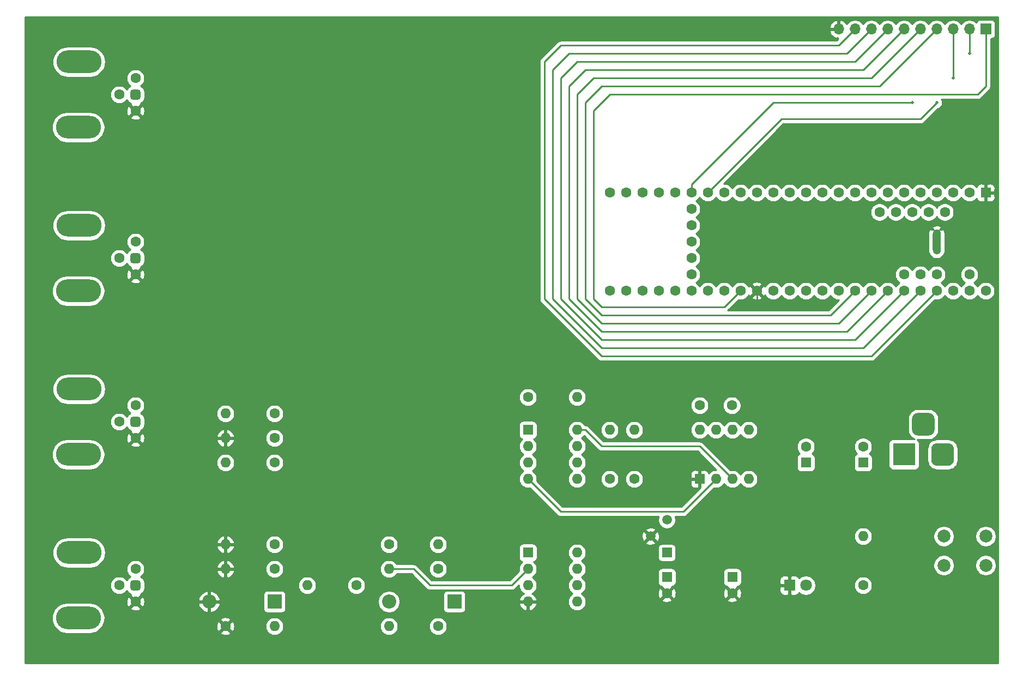
<source format=gbl>
%TF.GenerationSoftware,KiCad,Pcbnew,(5.1.6)-1*%
%TF.CreationDate,2020-09-09T12:12:14+05:30*%
%TF.ProjectId,teenDynClamp_V02,7465656e-4479-46e4-936c-616d705f5630,v02*%
%TF.SameCoordinates,Original*%
%TF.FileFunction,Copper,L2,Bot*%
%TF.FilePolarity,Positive*%
%FSLAX46Y46*%
G04 Gerber Fmt 4.6, Leading zero omitted, Abs format (unit mm)*
G04 Created by KiCad (PCBNEW (5.1.6)-1) date 2020-09-09 12:12:14*
%MOMM*%
%LPD*%
G01*
G04 APERTURE LIST*
%TA.AperFunction,EtchedComponent*%
%ADD10C,0.100000*%
%TD*%
%TA.AperFunction,ComponentPad*%
%ADD11C,1.600000*%
%TD*%
%TA.AperFunction,ComponentPad*%
%ADD12R,1.600000X1.600000*%
%TD*%
%TA.AperFunction,ComponentPad*%
%ADD13C,2.000000*%
%TD*%
%TA.AperFunction,ComponentPad*%
%ADD14O,1.600000X1.600000*%
%TD*%
%TA.AperFunction,ComponentPad*%
%ADD15C,1.800000*%
%TD*%
%TA.AperFunction,ComponentPad*%
%ADD16R,1.800000X1.800000*%
%TD*%
%TA.AperFunction,ComponentPad*%
%ADD17O,2.200000X2.200000*%
%TD*%
%TA.AperFunction,ComponentPad*%
%ADD18R,2.200000X2.200000*%
%TD*%
%TA.AperFunction,ComponentPad*%
%ADD19R,3.500000X3.500000*%
%TD*%
%TA.AperFunction,ComponentPad*%
%ADD20O,7.000000X3.500000*%
%TD*%
%TA.AperFunction,ComponentPad*%
%ADD21O,1.700000X1.700000*%
%TD*%
%TA.AperFunction,ComponentPad*%
%ADD22R,1.700000X1.700000*%
%TD*%
%TA.AperFunction,ViaPad*%
%ADD23C,1.300000*%
%TD*%
%TA.AperFunction,ComponentPad*%
%ADD24C,1.500000*%
%TD*%
%TA.AperFunction,ComponentPad*%
%ADD25R,1.500000X1.500000*%
%TD*%
%TA.AperFunction,ViaPad*%
%ADD26C,0.508000*%
%TD*%
%TA.AperFunction,Conductor*%
%ADD27C,0.254000*%
%TD*%
G04 APERTURE END LIST*
D10*
%TO.C,NT1*%
G36*
X193690000Y-85090000D02*
G01*
X193690000Y-87690000D01*
X192390000Y-87690000D01*
X192390000Y-85090000D01*
X193690000Y-85090000D01*
G37*
%TD*%
D11*
%TO.P,C4,2*%
%TO.N,GND*%
X161290000Y-140930000D03*
D12*
%TO.P,C4,1*%
%TO.N,+6V*%
X161290000Y-138430000D03*
%TD*%
D13*
%TO.P,SW1,1*%
%TO.N,Net-(J1-Pad1)*%
X200660000Y-132080000D03*
%TO.P,SW1,2*%
%TO.N,+6V*%
X200660000Y-136580000D03*
%TO.P,SW1,1*%
%TO.N,Net-(J1-Pad1)*%
X194160000Y-132080000D03*
%TO.P,SW1,2*%
%TO.N,+6V*%
X194160000Y-136580000D03*
%TD*%
D14*
%TO.P,U1,8*%
%TO.N,Net-(C3-Pad1)*%
X156210000Y-115570000D03*
%TO.P,U1,4*%
%TO.N,Net-(U1-Pad4)*%
X163830000Y-123190000D03*
%TO.P,U1,7*%
%TO.N,Net-(U1-Pad7)*%
X158750000Y-115570000D03*
%TO.P,U1,3*%
%TO.N,+6V*%
X161290000Y-123190000D03*
%TO.P,U1,6*%
%TO.N,Net-(U1-Pad6)*%
X161290000Y-115570000D03*
%TO.P,U1,2*%
%TO.N,-6V*%
X158750000Y-123190000D03*
%TO.P,U1,5*%
%TO.N,Net-(U1-Pad5)*%
X163830000Y-115570000D03*
D12*
%TO.P,U1,1*%
%TO.N,GND*%
X156210000Y-123190000D03*
%TD*%
%TO.P,C2,1*%
%TO.N,+6V*%
X181610000Y-120650000D03*
D11*
%TO.P,C2,2*%
%TO.N,-6V*%
X181610000Y-118150000D03*
%TD*%
%TO.P,C1,2*%
%TO.N,-6V*%
X172720000Y-118150000D03*
D12*
%TO.P,C1,1*%
%TO.N,+6V*%
X172720000Y-120650000D03*
%TD*%
D11*
%TO.P,C3,1*%
%TO.N,Net-(C3-Pad1)*%
X156210000Y-111760000D03*
%TO.P,C3,2*%
%TO.N,-6V*%
X161210000Y-111760000D03*
%TD*%
D12*
%TO.P,C5,1*%
%TO.N,+3V3*%
X151130000Y-138430000D03*
D11*
%TO.P,C5,2*%
%TO.N,GND*%
X151130000Y-140930000D03*
%TD*%
D15*
%TO.P,D0,2*%
%TO.N,Net-(D0-Pad2)*%
X172720000Y-139700000D03*
D16*
%TO.P,D0,1*%
%TO.N,GND*%
X170180000Y-139700000D03*
%TD*%
D17*
%TO.P,D1,2*%
%TO.N,Net-(D1-Pad2)*%
X107950000Y-142240000D03*
D18*
%TO.P,D1,1*%
%TO.N,+3V3*%
X118110000Y-142240000D03*
%TD*%
%TO.P,D2,1*%
%TO.N,Net-(D1-Pad2)*%
X90170000Y-142240000D03*
D17*
%TO.P,D2,2*%
%TO.N,GND*%
X80010000Y-142240000D03*
%TD*%
D19*
%TO.P,J1,1*%
%TO.N,Net-(J1-Pad1)*%
X187960000Y-119380000D03*
%TO.P,J1,2*%
%TO.N,-6V*%
%TA.AperFunction,ComponentPad*%
G36*
G01*
X195710000Y-118505000D02*
X195710000Y-120255000D01*
G75*
G02*
X194835000Y-121130000I-875000J0D01*
G01*
X193085000Y-121130000D01*
G75*
G02*
X192210000Y-120255000I0J875000D01*
G01*
X192210000Y-118505000D01*
G75*
G02*
X193085000Y-117630000I875000J0D01*
G01*
X194835000Y-117630000D01*
G75*
G02*
X195710000Y-118505000I0J-875000D01*
G01*
G37*
%TD.AperFunction*%
%TO.P,J1,3*%
%TA.AperFunction,ComponentPad*%
G36*
G01*
X192710000Y-113805000D02*
X192710000Y-115555000D01*
G75*
G02*
X191835000Y-116430000I-875000J0D01*
G01*
X190085000Y-116430000D01*
G75*
G02*
X189210000Y-115555000I0J875000D01*
G01*
X189210000Y-113805000D01*
G75*
G02*
X190085000Y-112930000I875000J0D01*
G01*
X191835000Y-112930000D01*
G75*
G02*
X192710000Y-113805000I0J-875000D01*
G01*
G37*
%TD.AperFunction*%
%TD*%
D20*
%TO.P,J2,*%
%TO.N,*%
X59690000Y-144780000D03*
X59790000Y-134620000D03*
%TO.P,J2,1*%
%TO.N,Net-(J2-Pad1)*%
%TA.AperFunction,ComponentPad*%
G36*
G01*
X68980000Y-140500000D02*
X68180000Y-140500000D01*
G75*
G02*
X67780000Y-140100000I0J400000D01*
G01*
X67780000Y-139300000D01*
G75*
G02*
X68180000Y-138900000I400000J0D01*
G01*
X68980000Y-138900000D01*
G75*
G02*
X69380000Y-139300000I0J-400000D01*
G01*
X69380000Y-140100000D01*
G75*
G02*
X68980000Y-140500000I-400000J0D01*
G01*
G37*
%TD.AperFunction*%
D11*
%TO.P,J2,2*%
%TO.N,GND*%
X68580000Y-142240000D03*
%TO.P,J2,3*%
%TO.N,N/C*%
X66040000Y-139700000D03*
%TO.P,J2,4*%
X68580000Y-137160000D03*
%TD*%
%TO.P,J3,4*%
%TO.N,N/C*%
X68580000Y-111760000D03*
%TO.P,J3,3*%
X66040000Y-114300000D03*
%TO.P,J3,2*%
%TO.N,GND*%
X68580000Y-116840000D03*
%TO.P,J3,1*%
%TO.N,Net-(J3-Pad1)*%
%TA.AperFunction,ComponentPad*%
G36*
G01*
X68980000Y-115100000D02*
X68180000Y-115100000D01*
G75*
G02*
X67780000Y-114700000I0J400000D01*
G01*
X67780000Y-113900000D01*
G75*
G02*
X68180000Y-113500000I400000J0D01*
G01*
X68980000Y-113500000D01*
G75*
G02*
X69380000Y-113900000I0J-400000D01*
G01*
X69380000Y-114700000D01*
G75*
G02*
X68980000Y-115100000I-400000J0D01*
G01*
G37*
%TD.AperFunction*%
D20*
%TO.P,J3,*%
%TO.N,*%
X59790000Y-109220000D03*
X59690000Y-119380000D03*
%TD*%
%TO.P,J4,*%
%TO.N,*%
X59690000Y-93980000D03*
X59790000Y-83820000D03*
%TO.P,J4,1*%
%TO.N,Net-(J4-Pad1)*%
%TA.AperFunction,ComponentPad*%
G36*
G01*
X68980000Y-89700000D02*
X68180000Y-89700000D01*
G75*
G02*
X67780000Y-89300000I0J400000D01*
G01*
X67780000Y-88500000D01*
G75*
G02*
X68180000Y-88100000I400000J0D01*
G01*
X68980000Y-88100000D01*
G75*
G02*
X69380000Y-88500000I0J-400000D01*
G01*
X69380000Y-89300000D01*
G75*
G02*
X68980000Y-89700000I-400000J0D01*
G01*
G37*
%TD.AperFunction*%
D11*
%TO.P,J4,2*%
%TO.N,GND*%
X68580000Y-91440000D03*
%TO.P,J4,3*%
%TO.N,N/C*%
X66040000Y-88900000D03*
%TO.P,J4,4*%
X68580000Y-86360000D03*
%TD*%
%TO.P,J5,4*%
%TO.N,N/C*%
X68580000Y-60960000D03*
%TO.P,J5,3*%
X66040000Y-63500000D03*
%TO.P,J5,2*%
%TO.N,GND*%
X68580000Y-66040000D03*
%TO.P,J5,1*%
%TO.N,Net-(J5-Pad1)*%
%TA.AperFunction,ComponentPad*%
G36*
G01*
X68980000Y-64300000D02*
X68180000Y-64300000D01*
G75*
G02*
X67780000Y-63900000I0J400000D01*
G01*
X67780000Y-63100000D01*
G75*
G02*
X68180000Y-62700000I400000J0D01*
G01*
X68980000Y-62700000D01*
G75*
G02*
X69380000Y-63100000I0J-400000D01*
G01*
X69380000Y-63900000D01*
G75*
G02*
X68980000Y-64300000I-400000J0D01*
G01*
G37*
%TD.AperFunction*%
D20*
%TO.P,J5,*%
%TO.N,*%
X59790000Y-58420000D03*
X59690000Y-68580000D03*
%TD*%
D21*
%TO.P,J6,10*%
%TO.N,GND*%
X177800000Y-53340000D03*
%TO.P,J6,9*%
%TO.N,/A9*%
X180340000Y-53340000D03*
%TO.P,J6,8*%
%TO.N,/A8*%
X182880000Y-53340000D03*
%TO.P,J6,7*%
%TO.N,/A7*%
X185420000Y-53340000D03*
%TO.P,J6,6*%
%TO.N,/A6*%
X187960000Y-53340000D03*
%TO.P,J6,5*%
%TO.N,/A5_SCL0*%
X190500000Y-53340000D03*
%TO.P,J6,4*%
%TO.N,/A4_SDA0*%
X193040000Y-53340000D03*
%TO.P,J6,3*%
%TO.N,/26_TX1*%
X195580000Y-53340000D03*
%TO.P,J6,2*%
%TO.N,/27_RX1*%
X198120000Y-53340000D03*
D22*
%TO.P,J6,1*%
%TO.N,/DAC1*%
X200660000Y-53340000D03*
%TD*%
D23*
%TO.N,GND*%
%TO.C,NT1*%
X193040000Y-85090000D03*
%TO.N,GNDA*%
X193040000Y-87690000D03*
%TD*%
D14*
%TO.P,R1,2*%
%TO.N,Net-(J2-Pad1)*%
X95250000Y-139700000D03*
D11*
%TO.P,R1,1*%
%TO.N,Net-(D1-Pad2)*%
X102870000Y-139700000D03*
%TD*%
%TO.P,R2,1*%
%TO.N,GND*%
X82550000Y-146050000D03*
D14*
%TO.P,R2,2*%
%TO.N,Net-(D1-Pad2)*%
X90170000Y-146050000D03*
%TD*%
D11*
%TO.P,R3,1*%
%TO.N,+3V3*%
X115570000Y-146050000D03*
D14*
%TO.P,R3,2*%
%TO.N,Net-(D1-Pad2)*%
X107950000Y-146050000D03*
%TD*%
D11*
%TO.P,R4,1*%
%TO.N,Net-(R4-Pad1)*%
X115570000Y-137160000D03*
D14*
%TO.P,R4,2*%
%TO.N,Net-(R4-Pad2)*%
X107950000Y-137160000D03*
%TD*%
%TO.P,R5,2*%
%TO.N,GND*%
X82550000Y-137160000D03*
D11*
%TO.P,R5,1*%
%TO.N,Net-(R4-Pad2)*%
X90170000Y-137160000D03*
%TD*%
D14*
%TO.P,R6,2*%
%TO.N,Net-(R6-Pad2)*%
X146050000Y-115570000D03*
D11*
%TO.P,R6,1*%
%TO.N,Net-(R6-Pad1)*%
X146050000Y-123190000D03*
%TD*%
D14*
%TO.P,R7,2*%
%TO.N,Net-(R10-Pad2)*%
X142240000Y-115570000D03*
D11*
%TO.P,R7,1*%
%TO.N,Net-(R6-Pad1)*%
X142240000Y-123190000D03*
%TD*%
D14*
%TO.P,R8,2*%
%TO.N,+3V3*%
X115570000Y-133350000D03*
D11*
%TO.P,R8,1*%
%TO.N,Net-(R8-Pad1)*%
X107950000Y-133350000D03*
%TD*%
%TO.P,R9,1*%
%TO.N,Net-(R8-Pad1)*%
X90170000Y-133350000D03*
D14*
%TO.P,R9,2*%
%TO.N,GND*%
X82550000Y-133350000D03*
%TD*%
D11*
%TO.P,R10,1*%
%TO.N,Net-(R10-Pad1)*%
X129540000Y-110490000D03*
D14*
%TO.P,R10,2*%
%TO.N,Net-(R10-Pad2)*%
X137160000Y-110490000D03*
%TD*%
%TO.P,R11,2*%
%TO.N,Net-(J3-Pad1)*%
X82550000Y-120650000D03*
D11*
%TO.P,R11,1*%
%TO.N,Net-(R10-Pad1)*%
X90170000Y-120650000D03*
%TD*%
%TO.P,R12,1*%
%TO.N,Net-(J4-Pad1)*%
X90170000Y-113030000D03*
D14*
%TO.P,R12,2*%
%TO.N,Net-(R12-Pad2)*%
X82550000Y-113030000D03*
%TD*%
D11*
%TO.P,R13,1*%
%TO.N,Net-(R12-Pad2)*%
X90170000Y-116840000D03*
D14*
%TO.P,R13,2*%
%TO.N,GND*%
X82550000Y-116840000D03*
%TD*%
D11*
%TO.P,R_LED1,1*%
%TO.N,Net-(D0-Pad2)*%
X181610000Y-139700000D03*
D14*
%TO.P,R_LED1,2*%
%TO.N,+6V*%
X181610000Y-132080000D03*
%TD*%
D12*
%TO.P,U3,1*%
%TO.N,Net-(U3-Pad1)*%
X129540000Y-134620000D03*
D14*
%TO.P,U3,5*%
%TO.N,Net-(U3-Pad5)*%
X137160000Y-142240000D03*
%TO.P,U3,2*%
%TO.N,Net-(R4-Pad2)*%
X129540000Y-137160000D03*
%TO.P,U3,6*%
%TO.N,Net-(R4-Pad1)*%
X137160000Y-139700000D03*
%TO.P,U3,3*%
%TO.N,Net-(D1-Pad2)*%
X129540000Y-139700000D03*
%TO.P,U3,7*%
%TO.N,+3V3*%
X137160000Y-137160000D03*
%TO.P,U3,4*%
%TO.N,GND*%
X129540000Y-142240000D03*
%TO.P,U3,8*%
%TO.N,Net-(U3-Pad8)*%
X137160000Y-134620000D03*
%TD*%
D11*
%TO.P,U4,17*%
%TO.N,Net-(U4-Pad17)*%
X160020000Y-78740000D03*
%TO.P,U4,18*%
%TO.N,/26_TX1*%
X157480000Y-78740000D03*
%TO.P,U4,19*%
%TO.N,/27_RX1*%
X154940000Y-78740000D03*
%TO.P,U4,20*%
%TO.N,Net-(U4-Pad20)*%
X152400000Y-78740000D03*
%TO.P,U4,16*%
%TO.N,Net-(U4-Pad16)*%
X162560000Y-78740000D03*
%TO.P,U4,15*%
%TO.N,Net-(U4-Pad15)*%
X165100000Y-78740000D03*
%TO.P,U4,14*%
%TO.N,Net-(U4-Pad14)*%
X167640000Y-78740000D03*
%TO.P,U4,21*%
%TO.N,Net-(U4-Pad21)*%
X149860000Y-78740000D03*
%TO.P,U4,22*%
%TO.N,Net-(U4-Pad22)*%
X147320000Y-78740000D03*
%TO.P,U4,23*%
%TO.N,Net-(U4-Pad23)*%
X144780000Y-78740000D03*
%TO.P,U4,24*%
%TO.N,Net-(U4-Pad24)*%
X142240000Y-78740000D03*
%TO.P,U4,25*%
%TO.N,Net-(U4-Pad25)*%
X154940000Y-81280000D03*
%TO.P,U4,26*%
%TO.N,Net-(U4-Pad26)*%
X154940000Y-83820000D03*
%TO.P,U4,27*%
%TO.N,Net-(U4-Pad27)*%
X154940000Y-86360000D03*
%TO.P,U4,28*%
%TO.N,Net-(U4-Pad28)*%
X154940000Y-88900000D03*
%TO.P,U4,29*%
%TO.N,Net-(U4-Pad29)*%
X154940000Y-91440000D03*
%TO.P,U4,30*%
%TO.N,Net-(U4-Pad30)*%
X142240000Y-93980000D03*
%TO.P,U4,31*%
%TO.N,Net-(U4-Pad31)*%
X144780000Y-93980000D03*
%TO.P,U4,32*%
%TO.N,Net-(U4-Pad32)*%
X147320000Y-93980000D03*
%TO.P,U4,33*%
%TO.N,Net-(U4-Pad33)*%
X149860000Y-93980000D03*
%TO.P,U4,34*%
%TO.N,Net-(U4-Pad34)*%
X152400000Y-93980000D03*
%TO.P,U4,35*%
%TO.N,Net-(U4-Pad35)*%
X154940000Y-93980000D03*
%TO.P,U4,36*%
%TO.N,Net-(U4-Pad36)*%
X157480000Y-93980000D03*
%TO.P,U4,37*%
%TO.N,Net-(R6-Pad2)*%
X160020000Y-93980000D03*
%TO.P,U4,13*%
%TO.N,Net-(U4-Pad13)*%
X170180000Y-78740000D03*
%TO.P,U4,12*%
%TO.N,Net-(U4-Pad12)*%
X172720000Y-78740000D03*
%TO.P,U4,11*%
%TO.N,Net-(U4-Pad11)*%
X175260000Y-78740000D03*
%TO.P,U4,10*%
%TO.N,Net-(U4-Pad10)*%
X177800000Y-78740000D03*
%TO.P,U4,9*%
%TO.N,Net-(U4-Pad9)*%
X180340000Y-78740000D03*
%TO.P,U4,8*%
%TO.N,Net-(U4-Pad8)*%
X182880000Y-78740000D03*
%TO.P,U4,7*%
%TO.N,Net-(U4-Pad7)*%
X185420000Y-78740000D03*
%TO.P,U4,6*%
%TO.N,Net-(U4-Pad6)*%
X187960000Y-78740000D03*
%TO.P,U4,5*%
%TO.N,Net-(U4-Pad5)*%
X190500000Y-78740000D03*
%TO.P,U4,4*%
%TO.N,Net-(J5-Pad1)*%
X193040000Y-78740000D03*
%TO.P,U4,3*%
%TO.N,Net-(U4-Pad3)*%
X195580000Y-78740000D03*
%TO.P,U4,2*%
%TO.N,Net-(U4-Pad2)*%
X198120000Y-78740000D03*
D12*
%TO.P,U4,1*%
%TO.N,GND*%
X200660000Y-78740000D03*
D11*
%TO.P,U4,38*%
%TO.N,/DAC1*%
X162560000Y-93980000D03*
%TO.P,U4,39*%
%TO.N,GND*%
X165100000Y-93980000D03*
%TO.P,U4,40*%
%TO.N,Net-(U4-Pad40)*%
X167640000Y-93980000D03*
%TO.P,U4,41*%
%TO.N,Net-(R4-Pad1)*%
X170180000Y-93980000D03*
%TO.P,U4,42*%
%TO.N,Net-(U4-Pad42)*%
X172720000Y-93980000D03*
%TO.P,U4,43*%
%TO.N,Net-(U4-Pad43)*%
X175260000Y-93980000D03*
%TO.P,U4,44*%
%TO.N,Net-(U4-Pad44)*%
X177800000Y-93980000D03*
%TO.P,U4,45*%
%TO.N,/A4_SDA0*%
X180340000Y-93980000D03*
%TO.P,U4,46*%
%TO.N,/A5_SCL0*%
X182880000Y-93980000D03*
%TO.P,U4,47*%
%TO.N,/A6*%
X185420000Y-93980000D03*
%TO.P,U4,48*%
%TO.N,/A7*%
X187960000Y-93980000D03*
%TO.P,U4,49*%
%TO.N,/A8*%
X190500000Y-93980000D03*
%TO.P,U4,50*%
%TO.N,/A9*%
X193040000Y-93980000D03*
%TO.P,U4,51*%
%TO.N,Net-(U4-Pad51)*%
X195580000Y-93980000D03*
%TO.P,U4,52*%
%TO.N,GNDA*%
X198120000Y-93980000D03*
%TO.P,U4,53*%
%TO.N,Net-(U4-Pad53)*%
X200660000Y-93980000D03*
%TO.P,U4,54*%
%TO.N,Net-(U4-Pad54)*%
X198120000Y-91440000D03*
%TO.P,U4,55*%
%TO.N,Net-(U4-Pad55)*%
X193040000Y-91440000D03*
%TO.P,U4,56*%
%TO.N,Net-(U4-Pad56)*%
X190500000Y-91440000D03*
%TO.P,U4,57*%
%TO.N,Net-(U4-Pad57)*%
X187960000Y-91440000D03*
%TO.P,U4,58*%
%TO.N,N/C*%
X194310000Y-81740000D03*
%TO.P,U4,59*%
X191770000Y-81740000D03*
%TO.P,U4,60*%
X189230000Y-81740000D03*
%TO.P,U4,61*%
X186690000Y-81740000D03*
%TO.P,U4,62*%
X184150000Y-81740000D03*
%TD*%
D12*
%TO.P,U5,1*%
%TO.N,Net-(J4-Pad1)*%
X129540000Y-115570000D03*
D14*
%TO.P,U5,5*%
%TO.N,Net-(R8-Pad1)*%
X137160000Y-123190000D03*
%TO.P,U5,2*%
%TO.N,Net-(R12-Pad2)*%
X129540000Y-118110000D03*
%TO.P,U5,6*%
%TO.N,Net-(R6-Pad1)*%
X137160000Y-120650000D03*
%TO.P,U5,3*%
%TO.N,Net-(R10-Pad1)*%
X129540000Y-120650000D03*
%TO.P,U5,7*%
%TO.N,Net-(R10-Pad2)*%
X137160000Y-118110000D03*
%TO.P,U5,4*%
%TO.N,-6V*%
X129540000Y-123190000D03*
%TO.P,U5,8*%
%TO.N,+6V*%
X137160000Y-115570000D03*
%TD*%
D24*
%TO.P,U2,2*%
%TO.N,GND*%
X148590000Y-132080000D03*
%TO.P,U2,3*%
%TO.N,+6V*%
X151130000Y-129540000D03*
D25*
%TO.P,U2,1*%
%TO.N,+3V3*%
X151130000Y-134620000D03*
%TD*%
D26*
%TO.N,GND*%
X165100000Y-96520000D03*
X158750000Y-105410000D03*
X190500000Y-149606000D03*
%TO.N,/27_RX1*%
X198120000Y-57150000D03*
X189230000Y-64770000D03*
%TO.N,/26_TX1*%
X195580000Y-60960000D03*
X193040000Y-64770000D03*
%TD*%
D27*
%TO.N,-6V*%
X129540000Y-123190000D02*
X134620000Y-128270000D01*
X134620000Y-128270000D02*
X153670000Y-128270000D01*
X153670000Y-128270000D02*
X158750000Y-123190000D01*
%TO.N,+6V*%
X140970000Y-118110000D02*
X138430000Y-115570000D01*
X138430000Y-115570000D02*
X137160000Y-115570000D01*
X161290000Y-123190000D02*
X156210000Y-118110000D01*
X156210000Y-118110000D02*
X140970000Y-118110000D01*
%TO.N,GND*%
X165100000Y-93980000D02*
X165100000Y-96520000D01*
X165100000Y-96520000D02*
X165100000Y-96520000D01*
X133350000Y-53340000D02*
X177800000Y-53340000D01*
X130810000Y-95250000D02*
X130810000Y-55880000D01*
X130810000Y-55880000D02*
X133350000Y-53340000D01*
X158750000Y-105410000D02*
X140970000Y-105410000D01*
X140970000Y-105410000D02*
X130810000Y-95250000D01*
%TO.N,/DAC1*%
X162560000Y-93980000D02*
X160020000Y-96520000D01*
X160020000Y-96520000D02*
X140970000Y-96520000D01*
X140970000Y-96520000D02*
X139700000Y-95250000D01*
X200660000Y-53340000D02*
X200660000Y-62230000D01*
X200660000Y-62230000D02*
X199390000Y-63500000D01*
X199390000Y-63500000D02*
X142240000Y-63500000D01*
X142240000Y-63500000D02*
X139700000Y-66040000D01*
X139700000Y-66040000D02*
X139700000Y-78740000D01*
X139700000Y-95250000D02*
X139700000Y-78740000D01*
X139700000Y-78740000D02*
X139700000Y-77470000D01*
%TO.N,/27_RX1*%
X198120000Y-53340000D02*
X198120000Y-57150000D01*
X198120000Y-57150000D02*
X198120000Y-57150000D01*
X189230000Y-64770000D02*
X173990000Y-64770000D01*
X154940000Y-78740000D02*
X154940000Y-77470000D01*
X167640000Y-64770000D02*
X173990000Y-64770000D01*
X154940000Y-77470000D02*
X167640000Y-64770000D01*
%TO.N,/26_TX1*%
X195580000Y-53340000D02*
X195580000Y-60960000D01*
X195580000Y-60960000D02*
X195580000Y-60960000D01*
X157480000Y-78740000D02*
X168910000Y-67310000D01*
X168910000Y-67310000D02*
X190500000Y-67310000D01*
X190500000Y-67310000D02*
X193040000Y-64770000D01*
%TO.N,/A4_SDA0*%
X184150000Y-62230000D02*
X193040000Y-53340000D01*
X140970000Y-62230000D02*
X184150000Y-62230000D01*
X176530000Y-97790000D02*
X140970000Y-97790000D01*
X138430000Y-95250000D02*
X138430000Y-64770000D01*
X138430000Y-64770000D02*
X140970000Y-62230000D01*
X180340000Y-93980000D02*
X176530000Y-97790000D01*
X140970000Y-97790000D02*
X138430000Y-95250000D01*
%TO.N,/A5_SCL0*%
X182880000Y-93980000D02*
X177800000Y-99060000D01*
X177800000Y-99060000D02*
X142240000Y-99060000D01*
X142240000Y-99060000D02*
X140970000Y-99060000D01*
X140970000Y-99060000D02*
X137160000Y-95250000D01*
X137160000Y-95250000D02*
X137160000Y-77470000D01*
X190500000Y-53340000D02*
X182880000Y-60960000D01*
X182880000Y-60960000D02*
X139700000Y-60960000D01*
X139700000Y-60960000D02*
X137160000Y-63500000D01*
X137160000Y-77470000D02*
X137160000Y-74930000D01*
X137160000Y-74930000D02*
X137160000Y-63500000D01*
%TO.N,/A6*%
X185420000Y-93980000D02*
X179070000Y-100330000D01*
X179070000Y-100330000D02*
X140970000Y-100330000D01*
X140970000Y-100330000D02*
X135890000Y-95250000D01*
X135890000Y-95250000D02*
X135890000Y-77470000D01*
X187960000Y-53340000D02*
X181610000Y-59690000D01*
X181610000Y-59690000D02*
X138430000Y-59690000D01*
X138430000Y-59690000D02*
X135890000Y-62230000D01*
X135890000Y-62230000D02*
X135890000Y-77470000D01*
%TO.N,/A7*%
X180340000Y-58420000D02*
X185420000Y-53340000D01*
X137160000Y-58420000D02*
X180340000Y-58420000D01*
X180340000Y-101600000D02*
X140970000Y-101600000D01*
X134620000Y-95250000D02*
X134620000Y-60960000D01*
X140970000Y-101600000D02*
X134620000Y-95250000D01*
X187960000Y-93980000D02*
X180340000Y-101600000D01*
X134620000Y-60960000D02*
X137160000Y-58420000D01*
%TO.N,/A8*%
X181610000Y-102870000D02*
X190500000Y-93980000D01*
X140970000Y-102870000D02*
X181610000Y-102870000D01*
X179070000Y-57150000D02*
X135890000Y-57150000D01*
X133350000Y-59690000D02*
X133350000Y-95250000D01*
X182880000Y-53340000D02*
X179070000Y-57150000D01*
X135890000Y-57150000D02*
X133350000Y-59690000D01*
X133350000Y-95250000D02*
X140970000Y-102870000D01*
%TO.N,/A9*%
X193040000Y-93980000D02*
X182880000Y-104140000D01*
X182880000Y-104140000D02*
X140970000Y-104140000D01*
X140970000Y-104140000D02*
X132080000Y-95250000D01*
X132080000Y-95250000D02*
X132080000Y-77470000D01*
X180340000Y-53340000D02*
X177800000Y-55880000D01*
X177800000Y-55880000D02*
X134620000Y-55880000D01*
X134620000Y-55880000D02*
X132080000Y-58420000D01*
X132080000Y-58420000D02*
X132080000Y-77470000D01*
%TO.N,Net-(R4-Pad2)*%
X127000000Y-139700000D02*
X129540000Y-137160000D01*
X114300000Y-139700000D02*
X127000000Y-139700000D01*
X107950000Y-137160000D02*
X111760000Y-137160000D01*
X111760000Y-137160000D02*
X114300000Y-139700000D01*
%TD*%
%TO.N,GND*%
G36*
X202552301Y-151752300D02*
G01*
X51447700Y-151752300D01*
X51447700Y-144780000D01*
X55543461Y-144780000D01*
X55589510Y-145247542D01*
X55725887Y-145697116D01*
X55947351Y-146111446D01*
X56245391Y-146474609D01*
X56608554Y-146772649D01*
X57022884Y-146994113D01*
X57472458Y-147130490D01*
X57822843Y-147165000D01*
X61557157Y-147165000D01*
X61907542Y-147130490D01*
X62196939Y-147042702D01*
X81736903Y-147042702D01*
X81808486Y-147286671D01*
X82063996Y-147407571D01*
X82338184Y-147476300D01*
X82620512Y-147490217D01*
X82900130Y-147448787D01*
X83166292Y-147353603D01*
X83291514Y-147286671D01*
X83363097Y-147042702D01*
X82550000Y-146229605D01*
X81736903Y-147042702D01*
X62196939Y-147042702D01*
X62357116Y-146994113D01*
X62771446Y-146772649D01*
X63134609Y-146474609D01*
X63425208Y-146120512D01*
X81109783Y-146120512D01*
X81151213Y-146400130D01*
X81246397Y-146666292D01*
X81313329Y-146791514D01*
X81557298Y-146863097D01*
X82370395Y-146050000D01*
X82729605Y-146050000D01*
X83542702Y-146863097D01*
X83786671Y-146791514D01*
X83907571Y-146536004D01*
X83976300Y-146261816D01*
X83990217Y-145979488D01*
X83979724Y-145908665D01*
X88735000Y-145908665D01*
X88735000Y-146191335D01*
X88790147Y-146468574D01*
X88898320Y-146729727D01*
X89055363Y-146964759D01*
X89255241Y-147164637D01*
X89490273Y-147321680D01*
X89751426Y-147429853D01*
X90028665Y-147485000D01*
X90311335Y-147485000D01*
X90588574Y-147429853D01*
X90849727Y-147321680D01*
X91084759Y-147164637D01*
X91284637Y-146964759D01*
X91441680Y-146729727D01*
X91549853Y-146468574D01*
X91605000Y-146191335D01*
X91605000Y-145908665D01*
X106515000Y-145908665D01*
X106515000Y-146191335D01*
X106570147Y-146468574D01*
X106678320Y-146729727D01*
X106835363Y-146964759D01*
X107035241Y-147164637D01*
X107270273Y-147321680D01*
X107531426Y-147429853D01*
X107808665Y-147485000D01*
X108091335Y-147485000D01*
X108368574Y-147429853D01*
X108629727Y-147321680D01*
X108864759Y-147164637D01*
X109064637Y-146964759D01*
X109221680Y-146729727D01*
X109329853Y-146468574D01*
X109385000Y-146191335D01*
X109385000Y-145908665D01*
X114135000Y-145908665D01*
X114135000Y-146191335D01*
X114190147Y-146468574D01*
X114298320Y-146729727D01*
X114455363Y-146964759D01*
X114655241Y-147164637D01*
X114890273Y-147321680D01*
X115151426Y-147429853D01*
X115428665Y-147485000D01*
X115711335Y-147485000D01*
X115988574Y-147429853D01*
X116249727Y-147321680D01*
X116484759Y-147164637D01*
X116684637Y-146964759D01*
X116841680Y-146729727D01*
X116949853Y-146468574D01*
X117005000Y-146191335D01*
X117005000Y-145908665D01*
X116949853Y-145631426D01*
X116841680Y-145370273D01*
X116684637Y-145135241D01*
X116484759Y-144935363D01*
X116249727Y-144778320D01*
X115988574Y-144670147D01*
X115711335Y-144615000D01*
X115428665Y-144615000D01*
X115151426Y-144670147D01*
X114890273Y-144778320D01*
X114655241Y-144935363D01*
X114455363Y-145135241D01*
X114298320Y-145370273D01*
X114190147Y-145631426D01*
X114135000Y-145908665D01*
X109385000Y-145908665D01*
X109329853Y-145631426D01*
X109221680Y-145370273D01*
X109064637Y-145135241D01*
X108864759Y-144935363D01*
X108629727Y-144778320D01*
X108368574Y-144670147D01*
X108091335Y-144615000D01*
X107808665Y-144615000D01*
X107531426Y-144670147D01*
X107270273Y-144778320D01*
X107035241Y-144935363D01*
X106835363Y-145135241D01*
X106678320Y-145370273D01*
X106570147Y-145631426D01*
X106515000Y-145908665D01*
X91605000Y-145908665D01*
X91549853Y-145631426D01*
X91441680Y-145370273D01*
X91284637Y-145135241D01*
X91084759Y-144935363D01*
X90849727Y-144778320D01*
X90588574Y-144670147D01*
X90311335Y-144615000D01*
X90028665Y-144615000D01*
X89751426Y-144670147D01*
X89490273Y-144778320D01*
X89255241Y-144935363D01*
X89055363Y-145135241D01*
X88898320Y-145370273D01*
X88790147Y-145631426D01*
X88735000Y-145908665D01*
X83979724Y-145908665D01*
X83948787Y-145699870D01*
X83853603Y-145433708D01*
X83786671Y-145308486D01*
X83542702Y-145236903D01*
X82729605Y-146050000D01*
X82370395Y-146050000D01*
X81557298Y-145236903D01*
X81313329Y-145308486D01*
X81192429Y-145563996D01*
X81123700Y-145838184D01*
X81109783Y-146120512D01*
X63425208Y-146120512D01*
X63432649Y-146111446D01*
X63654113Y-145697116D01*
X63790490Y-145247542D01*
X63809227Y-145057298D01*
X81736903Y-145057298D01*
X82550000Y-145870395D01*
X83363097Y-145057298D01*
X83291514Y-144813329D01*
X83036004Y-144692429D01*
X82761816Y-144623700D01*
X82479488Y-144609783D01*
X82199870Y-144651213D01*
X81933708Y-144746397D01*
X81808486Y-144813329D01*
X81736903Y-145057298D01*
X63809227Y-145057298D01*
X63836539Y-144780000D01*
X63790490Y-144312458D01*
X63654113Y-143862884D01*
X63432649Y-143448554D01*
X63255504Y-143232702D01*
X67766903Y-143232702D01*
X67838486Y-143476671D01*
X68093996Y-143597571D01*
X68368184Y-143666300D01*
X68650512Y-143680217D01*
X68930130Y-143638787D01*
X69196292Y-143543603D01*
X69321514Y-143476671D01*
X69393097Y-143232702D01*
X68580000Y-142419605D01*
X67766903Y-143232702D01*
X63255504Y-143232702D01*
X63134609Y-143085391D01*
X62771446Y-142787351D01*
X62357116Y-142565887D01*
X61907542Y-142429510D01*
X61557157Y-142395000D01*
X57822843Y-142395000D01*
X57472458Y-142429510D01*
X57022884Y-142565887D01*
X56608554Y-142787351D01*
X56245391Y-143085391D01*
X55947351Y-143448554D01*
X55725887Y-143862884D01*
X55589510Y-144312458D01*
X55543461Y-144780000D01*
X51447700Y-144780000D01*
X51447700Y-142310512D01*
X67139783Y-142310512D01*
X67181213Y-142590130D01*
X67276397Y-142856292D01*
X67343329Y-142981514D01*
X67587298Y-143053097D01*
X68400395Y-142240000D01*
X68759605Y-142240000D01*
X69572702Y-143053097D01*
X69816671Y-142981514D01*
X69937571Y-142726004D01*
X69960101Y-142636122D01*
X78320825Y-142636122D01*
X78385425Y-142849094D01*
X78535469Y-143154329D01*
X78742178Y-143424427D01*
X78997609Y-143649008D01*
X79291946Y-143819442D01*
X79613877Y-143929179D01*
X79883000Y-143811600D01*
X79883000Y-142367000D01*
X80137000Y-142367000D01*
X80137000Y-143811600D01*
X80406123Y-143929179D01*
X80728054Y-143819442D01*
X81022391Y-143649008D01*
X81277822Y-143424427D01*
X81484531Y-143154329D01*
X81634575Y-142849094D01*
X81699175Y-142636122D01*
X81581125Y-142367000D01*
X80137000Y-142367000D01*
X79883000Y-142367000D01*
X78438875Y-142367000D01*
X78320825Y-142636122D01*
X69960101Y-142636122D01*
X70006300Y-142451816D01*
X70020217Y-142169488D01*
X69978787Y-141889870D01*
X69962340Y-141843878D01*
X78320825Y-141843878D01*
X78438875Y-142113000D01*
X79883000Y-142113000D01*
X79883000Y-140668400D01*
X80137000Y-140668400D01*
X80137000Y-142113000D01*
X81581125Y-142113000D01*
X81699175Y-141843878D01*
X81634575Y-141630906D01*
X81484531Y-141325671D01*
X81342435Y-141140000D01*
X88431928Y-141140000D01*
X88431928Y-143340000D01*
X88444188Y-143464482D01*
X88480498Y-143584180D01*
X88539463Y-143694494D01*
X88618815Y-143791185D01*
X88715506Y-143870537D01*
X88825820Y-143929502D01*
X88945518Y-143965812D01*
X89070000Y-143978072D01*
X91270000Y-143978072D01*
X91394482Y-143965812D01*
X91514180Y-143929502D01*
X91624494Y-143870537D01*
X91721185Y-143791185D01*
X91800537Y-143694494D01*
X91859502Y-143584180D01*
X91895812Y-143464482D01*
X91908072Y-143340000D01*
X91908072Y-142069117D01*
X106215000Y-142069117D01*
X106215000Y-142410883D01*
X106281675Y-142746081D01*
X106412463Y-143061831D01*
X106602337Y-143345998D01*
X106844002Y-143587663D01*
X107128169Y-143777537D01*
X107443919Y-143908325D01*
X107779117Y-143975000D01*
X108120883Y-143975000D01*
X108456081Y-143908325D01*
X108771831Y-143777537D01*
X109055998Y-143587663D01*
X109297663Y-143345998D01*
X109487537Y-143061831D01*
X109618325Y-142746081D01*
X109685000Y-142410883D01*
X109685000Y-142069117D01*
X109618325Y-141733919D01*
X109487537Y-141418169D01*
X109301671Y-141140000D01*
X116371928Y-141140000D01*
X116371928Y-143340000D01*
X116384188Y-143464482D01*
X116420498Y-143584180D01*
X116479463Y-143694494D01*
X116558815Y-143791185D01*
X116655506Y-143870537D01*
X116765820Y-143929502D01*
X116885518Y-143965812D01*
X117010000Y-143978072D01*
X119210000Y-143978072D01*
X119334482Y-143965812D01*
X119454180Y-143929502D01*
X119564494Y-143870537D01*
X119661185Y-143791185D01*
X119740537Y-143694494D01*
X119799502Y-143584180D01*
X119835812Y-143464482D01*
X119848072Y-143340000D01*
X119848072Y-142589039D01*
X128148096Y-142589039D01*
X128188754Y-142723087D01*
X128308963Y-142977420D01*
X128476481Y-143203414D01*
X128684869Y-143392385D01*
X128926119Y-143537070D01*
X129190960Y-143631909D01*
X129413000Y-143510624D01*
X129413000Y-142367000D01*
X129667000Y-142367000D01*
X129667000Y-143510624D01*
X129889040Y-143631909D01*
X130153881Y-143537070D01*
X130395131Y-143392385D01*
X130603519Y-143203414D01*
X130771037Y-142977420D01*
X130891246Y-142723087D01*
X130931904Y-142589039D01*
X130809915Y-142367000D01*
X129667000Y-142367000D01*
X129413000Y-142367000D01*
X128270085Y-142367000D01*
X128148096Y-142589039D01*
X119848072Y-142589039D01*
X119848072Y-141140000D01*
X119835812Y-141015518D01*
X119799502Y-140895820D01*
X119740537Y-140785506D01*
X119661185Y-140688815D01*
X119564494Y-140609463D01*
X119454180Y-140550498D01*
X119334482Y-140514188D01*
X119210000Y-140501928D01*
X117010000Y-140501928D01*
X116885518Y-140514188D01*
X116765820Y-140550498D01*
X116655506Y-140609463D01*
X116558815Y-140688815D01*
X116479463Y-140785506D01*
X116420498Y-140895820D01*
X116384188Y-141015518D01*
X116371928Y-141140000D01*
X109301671Y-141140000D01*
X109297663Y-141134002D01*
X109055998Y-140892337D01*
X108771831Y-140702463D01*
X108456081Y-140571675D01*
X108120883Y-140505000D01*
X107779117Y-140505000D01*
X107443919Y-140571675D01*
X107128169Y-140702463D01*
X106844002Y-140892337D01*
X106602337Y-141134002D01*
X106412463Y-141418169D01*
X106281675Y-141733919D01*
X106215000Y-142069117D01*
X91908072Y-142069117D01*
X91908072Y-141140000D01*
X91895812Y-141015518D01*
X91859502Y-140895820D01*
X91800537Y-140785506D01*
X91721185Y-140688815D01*
X91624494Y-140609463D01*
X91514180Y-140550498D01*
X91394482Y-140514188D01*
X91270000Y-140501928D01*
X89070000Y-140501928D01*
X88945518Y-140514188D01*
X88825820Y-140550498D01*
X88715506Y-140609463D01*
X88618815Y-140688815D01*
X88539463Y-140785506D01*
X88480498Y-140895820D01*
X88444188Y-141015518D01*
X88431928Y-141140000D01*
X81342435Y-141140000D01*
X81277822Y-141055573D01*
X81022391Y-140830992D01*
X80728054Y-140660558D01*
X80406123Y-140550821D01*
X80137000Y-140668400D01*
X79883000Y-140668400D01*
X79613877Y-140550821D01*
X79291946Y-140660558D01*
X78997609Y-140830992D01*
X78742178Y-141055573D01*
X78535469Y-141325671D01*
X78385425Y-141630906D01*
X78320825Y-141843878D01*
X69962340Y-141843878D01*
X69883603Y-141623708D01*
X69816671Y-141498486D01*
X69572702Y-141426903D01*
X68759605Y-142240000D01*
X68400395Y-142240000D01*
X67587298Y-141426903D01*
X67343329Y-141498486D01*
X67222429Y-141753996D01*
X67153700Y-142028184D01*
X67139783Y-142310512D01*
X51447700Y-142310512D01*
X51447700Y-139558665D01*
X64605000Y-139558665D01*
X64605000Y-139841335D01*
X64660147Y-140118574D01*
X64768320Y-140379727D01*
X64925363Y-140614759D01*
X65125241Y-140814637D01*
X65360273Y-140971680D01*
X65621426Y-141079853D01*
X65898665Y-141135000D01*
X66181335Y-141135000D01*
X66458574Y-141079853D01*
X66719727Y-140971680D01*
X66954759Y-140814637D01*
X67154637Y-140614759D01*
X67226371Y-140507401D01*
X67316875Y-140676722D01*
X67445972Y-140834028D01*
X67603278Y-140963125D01*
X67782747Y-141059053D01*
X67818917Y-141070025D01*
X67766903Y-141247298D01*
X68580000Y-142060395D01*
X69393097Y-141247298D01*
X69341083Y-141070025D01*
X69377253Y-141059053D01*
X69556722Y-140963125D01*
X69714028Y-140834028D01*
X69843125Y-140676722D01*
X69939053Y-140497253D01*
X69998126Y-140302518D01*
X70018072Y-140100000D01*
X70018072Y-139558665D01*
X93815000Y-139558665D01*
X93815000Y-139841335D01*
X93870147Y-140118574D01*
X93978320Y-140379727D01*
X94135363Y-140614759D01*
X94335241Y-140814637D01*
X94570273Y-140971680D01*
X94831426Y-141079853D01*
X95108665Y-141135000D01*
X95391335Y-141135000D01*
X95668574Y-141079853D01*
X95929727Y-140971680D01*
X96164759Y-140814637D01*
X96364637Y-140614759D01*
X96521680Y-140379727D01*
X96629853Y-140118574D01*
X96685000Y-139841335D01*
X96685000Y-139558665D01*
X101435000Y-139558665D01*
X101435000Y-139841335D01*
X101490147Y-140118574D01*
X101598320Y-140379727D01*
X101755363Y-140614759D01*
X101955241Y-140814637D01*
X102190273Y-140971680D01*
X102451426Y-141079853D01*
X102728665Y-141135000D01*
X103011335Y-141135000D01*
X103288574Y-141079853D01*
X103549727Y-140971680D01*
X103784759Y-140814637D01*
X103984637Y-140614759D01*
X104141680Y-140379727D01*
X104249853Y-140118574D01*
X104305000Y-139841335D01*
X104305000Y-139558665D01*
X104249853Y-139281426D01*
X104141680Y-139020273D01*
X103984637Y-138785241D01*
X103784759Y-138585363D01*
X103549727Y-138428320D01*
X103288574Y-138320147D01*
X103011335Y-138265000D01*
X102728665Y-138265000D01*
X102451426Y-138320147D01*
X102190273Y-138428320D01*
X101955241Y-138585363D01*
X101755363Y-138785241D01*
X101598320Y-139020273D01*
X101490147Y-139281426D01*
X101435000Y-139558665D01*
X96685000Y-139558665D01*
X96629853Y-139281426D01*
X96521680Y-139020273D01*
X96364637Y-138785241D01*
X96164759Y-138585363D01*
X95929727Y-138428320D01*
X95668574Y-138320147D01*
X95391335Y-138265000D01*
X95108665Y-138265000D01*
X94831426Y-138320147D01*
X94570273Y-138428320D01*
X94335241Y-138585363D01*
X94135363Y-138785241D01*
X93978320Y-139020273D01*
X93870147Y-139281426D01*
X93815000Y-139558665D01*
X70018072Y-139558665D01*
X70018072Y-139300000D01*
X69998126Y-139097482D01*
X69939053Y-138902747D01*
X69843125Y-138723278D01*
X69714028Y-138565972D01*
X69556722Y-138436875D01*
X69387401Y-138346371D01*
X69494759Y-138274637D01*
X69694637Y-138074759D01*
X69851680Y-137839727D01*
X69959853Y-137578574D01*
X69973684Y-137509039D01*
X81158096Y-137509039D01*
X81198754Y-137643087D01*
X81318963Y-137897420D01*
X81486481Y-138123414D01*
X81694869Y-138312385D01*
X81936119Y-138457070D01*
X82200960Y-138551909D01*
X82423000Y-138430624D01*
X82423000Y-137287000D01*
X82677000Y-137287000D01*
X82677000Y-138430624D01*
X82899040Y-138551909D01*
X83163881Y-138457070D01*
X83405131Y-138312385D01*
X83613519Y-138123414D01*
X83781037Y-137897420D01*
X83901246Y-137643087D01*
X83941904Y-137509039D01*
X83819915Y-137287000D01*
X82677000Y-137287000D01*
X82423000Y-137287000D01*
X81280085Y-137287000D01*
X81158096Y-137509039D01*
X69973684Y-137509039D01*
X70015000Y-137301335D01*
X70015000Y-137018665D01*
X69973685Y-136810961D01*
X81158096Y-136810961D01*
X81280085Y-137033000D01*
X82423000Y-137033000D01*
X82423000Y-135889376D01*
X82677000Y-135889376D01*
X82677000Y-137033000D01*
X83819915Y-137033000D01*
X83827790Y-137018665D01*
X88735000Y-137018665D01*
X88735000Y-137301335D01*
X88790147Y-137578574D01*
X88898320Y-137839727D01*
X89055363Y-138074759D01*
X89255241Y-138274637D01*
X89490273Y-138431680D01*
X89751426Y-138539853D01*
X90028665Y-138595000D01*
X90311335Y-138595000D01*
X90588574Y-138539853D01*
X90849727Y-138431680D01*
X91084759Y-138274637D01*
X91284637Y-138074759D01*
X91441680Y-137839727D01*
X91549853Y-137578574D01*
X91605000Y-137301335D01*
X91605000Y-137018665D01*
X106515000Y-137018665D01*
X106515000Y-137301335D01*
X106570147Y-137578574D01*
X106678320Y-137839727D01*
X106835363Y-138074759D01*
X107035241Y-138274637D01*
X107270273Y-138431680D01*
X107531426Y-138539853D01*
X107808665Y-138595000D01*
X108091335Y-138595000D01*
X108368574Y-138539853D01*
X108629727Y-138431680D01*
X108864759Y-138274637D01*
X109064637Y-138074759D01*
X109166707Y-137922000D01*
X111444370Y-137922000D01*
X113734721Y-140212352D01*
X113758578Y-140241422D01*
X113874608Y-140336645D01*
X114006985Y-140407402D01*
X114150622Y-140450974D01*
X114262574Y-140462000D01*
X114262576Y-140462000D01*
X114299999Y-140465686D01*
X114337422Y-140462000D01*
X126962577Y-140462000D01*
X127000000Y-140465686D01*
X127037423Y-140462000D01*
X127037426Y-140462000D01*
X127149378Y-140450974D01*
X127293015Y-140407402D01*
X127425392Y-140336645D01*
X127541422Y-140241422D01*
X127565284Y-140212346D01*
X128105000Y-139672630D01*
X128105000Y-139841335D01*
X128160147Y-140118574D01*
X128268320Y-140379727D01*
X128425363Y-140614759D01*
X128625241Y-140814637D01*
X128860273Y-140971680D01*
X128870865Y-140976067D01*
X128684869Y-141087615D01*
X128476481Y-141276586D01*
X128308963Y-141502580D01*
X128188754Y-141756913D01*
X128148096Y-141890961D01*
X128270085Y-142113000D01*
X129413000Y-142113000D01*
X129413000Y-142093000D01*
X129667000Y-142093000D01*
X129667000Y-142113000D01*
X130809915Y-142113000D01*
X130931904Y-141890961D01*
X130891246Y-141756913D01*
X130771037Y-141502580D01*
X130603519Y-141276586D01*
X130395131Y-141087615D01*
X130209135Y-140976067D01*
X130219727Y-140971680D01*
X130454759Y-140814637D01*
X130654637Y-140614759D01*
X130811680Y-140379727D01*
X130919853Y-140118574D01*
X130975000Y-139841335D01*
X130975000Y-139558665D01*
X130919853Y-139281426D01*
X130811680Y-139020273D01*
X130654637Y-138785241D01*
X130454759Y-138585363D01*
X130222241Y-138430000D01*
X130454759Y-138274637D01*
X130654637Y-138074759D01*
X130811680Y-137839727D01*
X130919853Y-137578574D01*
X130975000Y-137301335D01*
X130975000Y-137018665D01*
X130919853Y-136741426D01*
X130811680Y-136480273D01*
X130654637Y-136245241D01*
X130456039Y-136046643D01*
X130464482Y-136045812D01*
X130584180Y-136009502D01*
X130694494Y-135950537D01*
X130791185Y-135871185D01*
X130870537Y-135774494D01*
X130929502Y-135664180D01*
X130965812Y-135544482D01*
X130978072Y-135420000D01*
X130978072Y-134478665D01*
X135725000Y-134478665D01*
X135725000Y-134761335D01*
X135780147Y-135038574D01*
X135888320Y-135299727D01*
X136045363Y-135534759D01*
X136245241Y-135734637D01*
X136477759Y-135890000D01*
X136245241Y-136045363D01*
X136045363Y-136245241D01*
X135888320Y-136480273D01*
X135780147Y-136741426D01*
X135725000Y-137018665D01*
X135725000Y-137301335D01*
X135780147Y-137578574D01*
X135888320Y-137839727D01*
X136045363Y-138074759D01*
X136245241Y-138274637D01*
X136477759Y-138430000D01*
X136245241Y-138585363D01*
X136045363Y-138785241D01*
X135888320Y-139020273D01*
X135780147Y-139281426D01*
X135725000Y-139558665D01*
X135725000Y-139841335D01*
X135780147Y-140118574D01*
X135888320Y-140379727D01*
X136045363Y-140614759D01*
X136245241Y-140814637D01*
X136477759Y-140970000D01*
X136245241Y-141125363D01*
X136045363Y-141325241D01*
X135888320Y-141560273D01*
X135780147Y-141821426D01*
X135725000Y-142098665D01*
X135725000Y-142381335D01*
X135780147Y-142658574D01*
X135888320Y-142919727D01*
X136045363Y-143154759D01*
X136245241Y-143354637D01*
X136480273Y-143511680D01*
X136741426Y-143619853D01*
X137018665Y-143675000D01*
X137301335Y-143675000D01*
X137578574Y-143619853D01*
X137839727Y-143511680D01*
X138074759Y-143354637D01*
X138274637Y-143154759D01*
X138431680Y-142919727D01*
X138539853Y-142658574D01*
X138595000Y-142381335D01*
X138595000Y-142098665D01*
X138559999Y-141922702D01*
X150316903Y-141922702D01*
X150388486Y-142166671D01*
X150643996Y-142287571D01*
X150918184Y-142356300D01*
X151200512Y-142370217D01*
X151480130Y-142328787D01*
X151746292Y-142233603D01*
X151871514Y-142166671D01*
X151943097Y-141922702D01*
X160476903Y-141922702D01*
X160548486Y-142166671D01*
X160803996Y-142287571D01*
X161078184Y-142356300D01*
X161360512Y-142370217D01*
X161640130Y-142328787D01*
X161906292Y-142233603D01*
X162031514Y-142166671D01*
X162103097Y-141922702D01*
X161290000Y-141109605D01*
X160476903Y-141922702D01*
X151943097Y-141922702D01*
X151130000Y-141109605D01*
X150316903Y-141922702D01*
X138559999Y-141922702D01*
X138539853Y-141821426D01*
X138431680Y-141560273D01*
X138274637Y-141325241D01*
X138074759Y-141125363D01*
X137887906Y-141000512D01*
X149689783Y-141000512D01*
X149731213Y-141280130D01*
X149826397Y-141546292D01*
X149893329Y-141671514D01*
X150137298Y-141743097D01*
X150950395Y-140930000D01*
X151309605Y-140930000D01*
X152122702Y-141743097D01*
X152366671Y-141671514D01*
X152487571Y-141416004D01*
X152556300Y-141141816D01*
X152563265Y-141000512D01*
X159849783Y-141000512D01*
X159891213Y-141280130D01*
X159986397Y-141546292D01*
X160053329Y-141671514D01*
X160297298Y-141743097D01*
X161110395Y-140930000D01*
X161469605Y-140930000D01*
X162282702Y-141743097D01*
X162526671Y-141671514D01*
X162647571Y-141416004D01*
X162716300Y-141141816D01*
X162730217Y-140859488D01*
X162691770Y-140600000D01*
X168641928Y-140600000D01*
X168654188Y-140724482D01*
X168690498Y-140844180D01*
X168749463Y-140954494D01*
X168828815Y-141051185D01*
X168925506Y-141130537D01*
X169035820Y-141189502D01*
X169155518Y-141225812D01*
X169280000Y-141238072D01*
X169894250Y-141235000D01*
X170053000Y-141076250D01*
X170053000Y-139827000D01*
X168803750Y-139827000D01*
X168645000Y-139985750D01*
X168641928Y-140600000D01*
X162691770Y-140600000D01*
X162688787Y-140579870D01*
X162593603Y-140313708D01*
X162526671Y-140188486D01*
X162282702Y-140116903D01*
X161469605Y-140930000D01*
X161110395Y-140930000D01*
X160297298Y-140116903D01*
X160053329Y-140188486D01*
X159932429Y-140443996D01*
X159863700Y-140718184D01*
X159849783Y-141000512D01*
X152563265Y-141000512D01*
X152570217Y-140859488D01*
X152528787Y-140579870D01*
X152433603Y-140313708D01*
X152366671Y-140188486D01*
X152122702Y-140116903D01*
X151309605Y-140930000D01*
X150950395Y-140930000D01*
X150137298Y-140116903D01*
X149893329Y-140188486D01*
X149772429Y-140443996D01*
X149703700Y-140718184D01*
X149689783Y-141000512D01*
X137887906Y-141000512D01*
X137842241Y-140970000D01*
X138074759Y-140814637D01*
X138274637Y-140614759D01*
X138431680Y-140379727D01*
X138539853Y-140118574D01*
X138595000Y-139841335D01*
X138595000Y-139558665D01*
X138539853Y-139281426D01*
X138431680Y-139020273D01*
X138274637Y-138785241D01*
X138074759Y-138585363D01*
X137842241Y-138430000D01*
X138074759Y-138274637D01*
X138274637Y-138074759D01*
X138431680Y-137839727D01*
X138518551Y-137630000D01*
X149691928Y-137630000D01*
X149691928Y-139230000D01*
X149704188Y-139354482D01*
X149740498Y-139474180D01*
X149799463Y-139584494D01*
X149878815Y-139681185D01*
X149975506Y-139760537D01*
X150085820Y-139819502D01*
X150205518Y-139855812D01*
X150330000Y-139868072D01*
X150337215Y-139868072D01*
X150316903Y-139937298D01*
X151130000Y-140750395D01*
X151943097Y-139937298D01*
X151922785Y-139868072D01*
X151930000Y-139868072D01*
X152054482Y-139855812D01*
X152174180Y-139819502D01*
X152284494Y-139760537D01*
X152381185Y-139681185D01*
X152460537Y-139584494D01*
X152519502Y-139474180D01*
X152555812Y-139354482D01*
X152568072Y-139230000D01*
X152568072Y-137630000D01*
X159851928Y-137630000D01*
X159851928Y-139230000D01*
X159864188Y-139354482D01*
X159900498Y-139474180D01*
X159959463Y-139584494D01*
X160038815Y-139681185D01*
X160135506Y-139760537D01*
X160245820Y-139819502D01*
X160365518Y-139855812D01*
X160490000Y-139868072D01*
X160497215Y-139868072D01*
X160476903Y-139937298D01*
X161290000Y-140750395D01*
X162103097Y-139937298D01*
X162082785Y-139868072D01*
X162090000Y-139868072D01*
X162214482Y-139855812D01*
X162334180Y-139819502D01*
X162444494Y-139760537D01*
X162541185Y-139681185D01*
X162620537Y-139584494D01*
X162679502Y-139474180D01*
X162715812Y-139354482D01*
X162728072Y-139230000D01*
X162728072Y-138800000D01*
X168641928Y-138800000D01*
X168645000Y-139414250D01*
X168803750Y-139573000D01*
X170053000Y-139573000D01*
X170053000Y-138323750D01*
X170307000Y-138323750D01*
X170307000Y-139573000D01*
X170327000Y-139573000D01*
X170327000Y-139827000D01*
X170307000Y-139827000D01*
X170307000Y-141076250D01*
X170465750Y-141235000D01*
X171080000Y-141238072D01*
X171204482Y-141225812D01*
X171324180Y-141189502D01*
X171434494Y-141130537D01*
X171531185Y-141051185D01*
X171610537Y-140954494D01*
X171669502Y-140844180D01*
X171675056Y-140825873D01*
X171741495Y-140892312D01*
X171992905Y-141060299D01*
X172272257Y-141176011D01*
X172568816Y-141235000D01*
X172871184Y-141235000D01*
X173167743Y-141176011D01*
X173447095Y-141060299D01*
X173698505Y-140892312D01*
X173912312Y-140678505D01*
X174080299Y-140427095D01*
X174196011Y-140147743D01*
X174255000Y-139851184D01*
X174255000Y-139558665D01*
X180175000Y-139558665D01*
X180175000Y-139841335D01*
X180230147Y-140118574D01*
X180338320Y-140379727D01*
X180495363Y-140614759D01*
X180695241Y-140814637D01*
X180930273Y-140971680D01*
X181191426Y-141079853D01*
X181468665Y-141135000D01*
X181751335Y-141135000D01*
X182028574Y-141079853D01*
X182289727Y-140971680D01*
X182524759Y-140814637D01*
X182724637Y-140614759D01*
X182881680Y-140379727D01*
X182989853Y-140118574D01*
X183045000Y-139841335D01*
X183045000Y-139558665D01*
X182989853Y-139281426D01*
X182881680Y-139020273D01*
X182724637Y-138785241D01*
X182524759Y-138585363D01*
X182289727Y-138428320D01*
X182028574Y-138320147D01*
X181751335Y-138265000D01*
X181468665Y-138265000D01*
X181191426Y-138320147D01*
X180930273Y-138428320D01*
X180695241Y-138585363D01*
X180495363Y-138785241D01*
X180338320Y-139020273D01*
X180230147Y-139281426D01*
X180175000Y-139558665D01*
X174255000Y-139558665D01*
X174255000Y-139548816D01*
X174196011Y-139252257D01*
X174080299Y-138972905D01*
X173912312Y-138721495D01*
X173698505Y-138507688D01*
X173447095Y-138339701D01*
X173167743Y-138223989D01*
X172871184Y-138165000D01*
X172568816Y-138165000D01*
X172272257Y-138223989D01*
X171992905Y-138339701D01*
X171741495Y-138507688D01*
X171675056Y-138574127D01*
X171669502Y-138555820D01*
X171610537Y-138445506D01*
X171531185Y-138348815D01*
X171434494Y-138269463D01*
X171324180Y-138210498D01*
X171204482Y-138174188D01*
X171080000Y-138161928D01*
X170465750Y-138165000D01*
X170307000Y-138323750D01*
X170053000Y-138323750D01*
X169894250Y-138165000D01*
X169280000Y-138161928D01*
X169155518Y-138174188D01*
X169035820Y-138210498D01*
X168925506Y-138269463D01*
X168828815Y-138348815D01*
X168749463Y-138445506D01*
X168690498Y-138555820D01*
X168654188Y-138675518D01*
X168641928Y-138800000D01*
X162728072Y-138800000D01*
X162728072Y-137630000D01*
X162715812Y-137505518D01*
X162679502Y-137385820D01*
X162620537Y-137275506D01*
X162541185Y-137178815D01*
X162444494Y-137099463D01*
X162334180Y-137040498D01*
X162214482Y-137004188D01*
X162090000Y-136991928D01*
X160490000Y-136991928D01*
X160365518Y-137004188D01*
X160245820Y-137040498D01*
X160135506Y-137099463D01*
X160038815Y-137178815D01*
X159959463Y-137275506D01*
X159900498Y-137385820D01*
X159864188Y-137505518D01*
X159851928Y-137630000D01*
X152568072Y-137630000D01*
X152555812Y-137505518D01*
X152519502Y-137385820D01*
X152460537Y-137275506D01*
X152381185Y-137178815D01*
X152284494Y-137099463D01*
X152174180Y-137040498D01*
X152054482Y-137004188D01*
X151930000Y-136991928D01*
X150330000Y-136991928D01*
X150205518Y-137004188D01*
X150085820Y-137040498D01*
X149975506Y-137099463D01*
X149878815Y-137178815D01*
X149799463Y-137275506D01*
X149740498Y-137385820D01*
X149704188Y-137505518D01*
X149691928Y-137630000D01*
X138518551Y-137630000D01*
X138539853Y-137578574D01*
X138595000Y-137301335D01*
X138595000Y-137018665D01*
X138539853Y-136741426D01*
X138431680Y-136480273D01*
X138390717Y-136418967D01*
X192525000Y-136418967D01*
X192525000Y-136741033D01*
X192587832Y-137056912D01*
X192711082Y-137354463D01*
X192890013Y-137622252D01*
X193117748Y-137849987D01*
X193385537Y-138028918D01*
X193683088Y-138152168D01*
X193998967Y-138215000D01*
X194321033Y-138215000D01*
X194636912Y-138152168D01*
X194934463Y-138028918D01*
X195202252Y-137849987D01*
X195429987Y-137622252D01*
X195608918Y-137354463D01*
X195732168Y-137056912D01*
X195795000Y-136741033D01*
X195795000Y-136418967D01*
X199025000Y-136418967D01*
X199025000Y-136741033D01*
X199087832Y-137056912D01*
X199211082Y-137354463D01*
X199390013Y-137622252D01*
X199617748Y-137849987D01*
X199885537Y-138028918D01*
X200183088Y-138152168D01*
X200498967Y-138215000D01*
X200821033Y-138215000D01*
X201136912Y-138152168D01*
X201434463Y-138028918D01*
X201702252Y-137849987D01*
X201929987Y-137622252D01*
X202108918Y-137354463D01*
X202232168Y-137056912D01*
X202295000Y-136741033D01*
X202295000Y-136418967D01*
X202232168Y-136103088D01*
X202108918Y-135805537D01*
X201929987Y-135537748D01*
X201702252Y-135310013D01*
X201434463Y-135131082D01*
X201136912Y-135007832D01*
X200821033Y-134945000D01*
X200498967Y-134945000D01*
X200183088Y-135007832D01*
X199885537Y-135131082D01*
X199617748Y-135310013D01*
X199390013Y-135537748D01*
X199211082Y-135805537D01*
X199087832Y-136103088D01*
X199025000Y-136418967D01*
X195795000Y-136418967D01*
X195732168Y-136103088D01*
X195608918Y-135805537D01*
X195429987Y-135537748D01*
X195202252Y-135310013D01*
X194934463Y-135131082D01*
X194636912Y-135007832D01*
X194321033Y-134945000D01*
X193998967Y-134945000D01*
X193683088Y-135007832D01*
X193385537Y-135131082D01*
X193117748Y-135310013D01*
X192890013Y-135537748D01*
X192711082Y-135805537D01*
X192587832Y-136103088D01*
X192525000Y-136418967D01*
X138390717Y-136418967D01*
X138274637Y-136245241D01*
X138074759Y-136045363D01*
X137842241Y-135890000D01*
X138074759Y-135734637D01*
X138274637Y-135534759D01*
X138431680Y-135299727D01*
X138539853Y-135038574D01*
X138595000Y-134761335D01*
X138595000Y-134478665D01*
X138539853Y-134201426D01*
X138431680Y-133940273D01*
X138384726Y-133870000D01*
X149741928Y-133870000D01*
X149741928Y-135370000D01*
X149754188Y-135494482D01*
X149790498Y-135614180D01*
X149849463Y-135724494D01*
X149928815Y-135821185D01*
X150025506Y-135900537D01*
X150135820Y-135959502D01*
X150255518Y-135995812D01*
X150380000Y-136008072D01*
X151880000Y-136008072D01*
X152004482Y-135995812D01*
X152124180Y-135959502D01*
X152234494Y-135900537D01*
X152331185Y-135821185D01*
X152410537Y-135724494D01*
X152469502Y-135614180D01*
X152505812Y-135494482D01*
X152518072Y-135370000D01*
X152518072Y-133870000D01*
X152505812Y-133745518D01*
X152469502Y-133625820D01*
X152410537Y-133515506D01*
X152331185Y-133418815D01*
X152234494Y-133339463D01*
X152124180Y-133280498D01*
X152004482Y-133244188D01*
X151880000Y-133231928D01*
X150380000Y-133231928D01*
X150255518Y-133244188D01*
X150135820Y-133280498D01*
X150025506Y-133339463D01*
X149928815Y-133418815D01*
X149849463Y-133515506D01*
X149790498Y-133625820D01*
X149754188Y-133745518D01*
X149741928Y-133870000D01*
X138384726Y-133870000D01*
X138274637Y-133705241D01*
X138074759Y-133505363D01*
X137839727Y-133348320D01*
X137578574Y-133240147D01*
X137301335Y-133185000D01*
X137018665Y-133185000D01*
X136741426Y-133240147D01*
X136480273Y-133348320D01*
X136245241Y-133505363D01*
X136045363Y-133705241D01*
X135888320Y-133940273D01*
X135780147Y-134201426D01*
X135725000Y-134478665D01*
X130978072Y-134478665D01*
X130978072Y-133820000D01*
X130965812Y-133695518D01*
X130929502Y-133575820D01*
X130870537Y-133465506D01*
X130791185Y-133368815D01*
X130694494Y-133289463D01*
X130584180Y-133230498D01*
X130464482Y-133194188D01*
X130340000Y-133181928D01*
X128740000Y-133181928D01*
X128615518Y-133194188D01*
X128495820Y-133230498D01*
X128385506Y-133289463D01*
X128288815Y-133368815D01*
X128209463Y-133465506D01*
X128150498Y-133575820D01*
X128114188Y-133695518D01*
X128101928Y-133820000D01*
X128101928Y-135420000D01*
X128114188Y-135544482D01*
X128150498Y-135664180D01*
X128209463Y-135774494D01*
X128288815Y-135871185D01*
X128385506Y-135950537D01*
X128495820Y-136009502D01*
X128615518Y-136045812D01*
X128623961Y-136046643D01*
X128425363Y-136245241D01*
X128268320Y-136480273D01*
X128160147Y-136741426D01*
X128105000Y-137018665D01*
X128105000Y-137301335D01*
X128140843Y-137481527D01*
X126684370Y-138938000D01*
X114615631Y-138938000D01*
X112696296Y-137018665D01*
X114135000Y-137018665D01*
X114135000Y-137301335D01*
X114190147Y-137578574D01*
X114298320Y-137839727D01*
X114455363Y-138074759D01*
X114655241Y-138274637D01*
X114890273Y-138431680D01*
X115151426Y-138539853D01*
X115428665Y-138595000D01*
X115711335Y-138595000D01*
X115988574Y-138539853D01*
X116249727Y-138431680D01*
X116484759Y-138274637D01*
X116684637Y-138074759D01*
X116841680Y-137839727D01*
X116949853Y-137578574D01*
X117005000Y-137301335D01*
X117005000Y-137018665D01*
X116949853Y-136741426D01*
X116841680Y-136480273D01*
X116684637Y-136245241D01*
X116484759Y-136045363D01*
X116249727Y-135888320D01*
X115988574Y-135780147D01*
X115711335Y-135725000D01*
X115428665Y-135725000D01*
X115151426Y-135780147D01*
X114890273Y-135888320D01*
X114655241Y-136045363D01*
X114455363Y-136245241D01*
X114298320Y-136480273D01*
X114190147Y-136741426D01*
X114135000Y-137018665D01*
X112696296Y-137018665D01*
X112325284Y-136647654D01*
X112301422Y-136618578D01*
X112185392Y-136523355D01*
X112053015Y-136452598D01*
X111909378Y-136409026D01*
X111797426Y-136398000D01*
X111797423Y-136398000D01*
X111760000Y-136394314D01*
X111722577Y-136398000D01*
X109166707Y-136398000D01*
X109064637Y-136245241D01*
X108864759Y-136045363D01*
X108629727Y-135888320D01*
X108368574Y-135780147D01*
X108091335Y-135725000D01*
X107808665Y-135725000D01*
X107531426Y-135780147D01*
X107270273Y-135888320D01*
X107035241Y-136045363D01*
X106835363Y-136245241D01*
X106678320Y-136480273D01*
X106570147Y-136741426D01*
X106515000Y-137018665D01*
X91605000Y-137018665D01*
X91549853Y-136741426D01*
X91441680Y-136480273D01*
X91284637Y-136245241D01*
X91084759Y-136045363D01*
X90849727Y-135888320D01*
X90588574Y-135780147D01*
X90311335Y-135725000D01*
X90028665Y-135725000D01*
X89751426Y-135780147D01*
X89490273Y-135888320D01*
X89255241Y-136045363D01*
X89055363Y-136245241D01*
X88898320Y-136480273D01*
X88790147Y-136741426D01*
X88735000Y-137018665D01*
X83827790Y-137018665D01*
X83941904Y-136810961D01*
X83901246Y-136676913D01*
X83781037Y-136422580D01*
X83613519Y-136196586D01*
X83405131Y-136007615D01*
X83163881Y-135862930D01*
X82899040Y-135768091D01*
X82677000Y-135889376D01*
X82423000Y-135889376D01*
X82200960Y-135768091D01*
X81936119Y-135862930D01*
X81694869Y-136007615D01*
X81486481Y-136196586D01*
X81318963Y-136422580D01*
X81198754Y-136676913D01*
X81158096Y-136810961D01*
X69973685Y-136810961D01*
X69959853Y-136741426D01*
X69851680Y-136480273D01*
X69694637Y-136245241D01*
X69494759Y-136045363D01*
X69259727Y-135888320D01*
X68998574Y-135780147D01*
X68721335Y-135725000D01*
X68438665Y-135725000D01*
X68161426Y-135780147D01*
X67900273Y-135888320D01*
X67665241Y-136045363D01*
X67465363Y-136245241D01*
X67308320Y-136480273D01*
X67200147Y-136741426D01*
X67145000Y-137018665D01*
X67145000Y-137301335D01*
X67200147Y-137578574D01*
X67308320Y-137839727D01*
X67465363Y-138074759D01*
X67665241Y-138274637D01*
X67772599Y-138346371D01*
X67603278Y-138436875D01*
X67445972Y-138565972D01*
X67316875Y-138723278D01*
X67226371Y-138892599D01*
X67154637Y-138785241D01*
X66954759Y-138585363D01*
X66719727Y-138428320D01*
X66458574Y-138320147D01*
X66181335Y-138265000D01*
X65898665Y-138265000D01*
X65621426Y-138320147D01*
X65360273Y-138428320D01*
X65125241Y-138585363D01*
X64925363Y-138785241D01*
X64768320Y-139020273D01*
X64660147Y-139281426D01*
X64605000Y-139558665D01*
X51447700Y-139558665D01*
X51447700Y-134620000D01*
X55643461Y-134620000D01*
X55689510Y-135087542D01*
X55825887Y-135537116D01*
X56047351Y-135951446D01*
X56345391Y-136314609D01*
X56708554Y-136612649D01*
X57122884Y-136834113D01*
X57572458Y-136970490D01*
X57922843Y-137005000D01*
X61657157Y-137005000D01*
X62007542Y-136970490D01*
X62457116Y-136834113D01*
X62871446Y-136612649D01*
X63234609Y-136314609D01*
X63532649Y-135951446D01*
X63754113Y-135537116D01*
X63890490Y-135087542D01*
X63936539Y-134620000D01*
X63890490Y-134152458D01*
X63754113Y-133702884D01*
X63752058Y-133699039D01*
X81158096Y-133699039D01*
X81198754Y-133833087D01*
X81318963Y-134087420D01*
X81486481Y-134313414D01*
X81694869Y-134502385D01*
X81936119Y-134647070D01*
X82200960Y-134741909D01*
X82423000Y-134620624D01*
X82423000Y-133477000D01*
X82677000Y-133477000D01*
X82677000Y-134620624D01*
X82899040Y-134741909D01*
X83163881Y-134647070D01*
X83405131Y-134502385D01*
X83613519Y-134313414D01*
X83781037Y-134087420D01*
X83901246Y-133833087D01*
X83941904Y-133699039D01*
X83819915Y-133477000D01*
X82677000Y-133477000D01*
X82423000Y-133477000D01*
X81280085Y-133477000D01*
X81158096Y-133699039D01*
X63752058Y-133699039D01*
X63532649Y-133288554D01*
X63296628Y-133000961D01*
X81158096Y-133000961D01*
X81280085Y-133223000D01*
X82423000Y-133223000D01*
X82423000Y-132079376D01*
X82677000Y-132079376D01*
X82677000Y-133223000D01*
X83819915Y-133223000D01*
X83827790Y-133208665D01*
X88735000Y-133208665D01*
X88735000Y-133491335D01*
X88790147Y-133768574D01*
X88898320Y-134029727D01*
X89055363Y-134264759D01*
X89255241Y-134464637D01*
X89490273Y-134621680D01*
X89751426Y-134729853D01*
X90028665Y-134785000D01*
X90311335Y-134785000D01*
X90588574Y-134729853D01*
X90849727Y-134621680D01*
X91084759Y-134464637D01*
X91284637Y-134264759D01*
X91441680Y-134029727D01*
X91549853Y-133768574D01*
X91605000Y-133491335D01*
X91605000Y-133208665D01*
X106515000Y-133208665D01*
X106515000Y-133491335D01*
X106570147Y-133768574D01*
X106678320Y-134029727D01*
X106835363Y-134264759D01*
X107035241Y-134464637D01*
X107270273Y-134621680D01*
X107531426Y-134729853D01*
X107808665Y-134785000D01*
X108091335Y-134785000D01*
X108368574Y-134729853D01*
X108629727Y-134621680D01*
X108864759Y-134464637D01*
X109064637Y-134264759D01*
X109221680Y-134029727D01*
X109329853Y-133768574D01*
X109385000Y-133491335D01*
X109385000Y-133208665D01*
X114135000Y-133208665D01*
X114135000Y-133491335D01*
X114190147Y-133768574D01*
X114298320Y-134029727D01*
X114455363Y-134264759D01*
X114655241Y-134464637D01*
X114890273Y-134621680D01*
X115151426Y-134729853D01*
X115428665Y-134785000D01*
X115711335Y-134785000D01*
X115988574Y-134729853D01*
X116249727Y-134621680D01*
X116484759Y-134464637D01*
X116684637Y-134264759D01*
X116841680Y-134029727D01*
X116949853Y-133768574D01*
X117005000Y-133491335D01*
X117005000Y-133208665D01*
X116970852Y-133036993D01*
X147812612Y-133036993D01*
X147878137Y-133275860D01*
X148125116Y-133391760D01*
X148389960Y-133457250D01*
X148662492Y-133469812D01*
X148932238Y-133428965D01*
X149188832Y-133336277D01*
X149301863Y-133275860D01*
X149367388Y-133036993D01*
X148590000Y-132259605D01*
X147812612Y-133036993D01*
X116970852Y-133036993D01*
X116949853Y-132931426D01*
X116841680Y-132670273D01*
X116684637Y-132435241D01*
X116484759Y-132235363D01*
X116360734Y-132152492D01*
X147200188Y-132152492D01*
X147241035Y-132422238D01*
X147333723Y-132678832D01*
X147394140Y-132791863D01*
X147633007Y-132857388D01*
X148410395Y-132080000D01*
X148769605Y-132080000D01*
X149546993Y-132857388D01*
X149785860Y-132791863D01*
X149901760Y-132544884D01*
X149967250Y-132280040D01*
X149979812Y-132007508D01*
X149969388Y-131938665D01*
X180175000Y-131938665D01*
X180175000Y-132221335D01*
X180230147Y-132498574D01*
X180338320Y-132759727D01*
X180495363Y-132994759D01*
X180695241Y-133194637D01*
X180930273Y-133351680D01*
X181191426Y-133459853D01*
X181468665Y-133515000D01*
X181751335Y-133515000D01*
X182028574Y-133459853D01*
X182289727Y-133351680D01*
X182524759Y-133194637D01*
X182724637Y-132994759D01*
X182881680Y-132759727D01*
X182989853Y-132498574D01*
X183045000Y-132221335D01*
X183045000Y-131938665D01*
X183041082Y-131918967D01*
X192525000Y-131918967D01*
X192525000Y-132241033D01*
X192587832Y-132556912D01*
X192711082Y-132854463D01*
X192890013Y-133122252D01*
X193117748Y-133349987D01*
X193385537Y-133528918D01*
X193683088Y-133652168D01*
X193998967Y-133715000D01*
X194321033Y-133715000D01*
X194636912Y-133652168D01*
X194934463Y-133528918D01*
X195202252Y-133349987D01*
X195429987Y-133122252D01*
X195608918Y-132854463D01*
X195732168Y-132556912D01*
X195795000Y-132241033D01*
X195795000Y-131918967D01*
X199025000Y-131918967D01*
X199025000Y-132241033D01*
X199087832Y-132556912D01*
X199211082Y-132854463D01*
X199390013Y-133122252D01*
X199617748Y-133349987D01*
X199885537Y-133528918D01*
X200183088Y-133652168D01*
X200498967Y-133715000D01*
X200821033Y-133715000D01*
X201136912Y-133652168D01*
X201434463Y-133528918D01*
X201702252Y-133349987D01*
X201929987Y-133122252D01*
X202108918Y-132854463D01*
X202232168Y-132556912D01*
X202295000Y-132241033D01*
X202295000Y-131918967D01*
X202232168Y-131603088D01*
X202108918Y-131305537D01*
X201929987Y-131037748D01*
X201702252Y-130810013D01*
X201434463Y-130631082D01*
X201136912Y-130507832D01*
X200821033Y-130445000D01*
X200498967Y-130445000D01*
X200183088Y-130507832D01*
X199885537Y-130631082D01*
X199617748Y-130810013D01*
X199390013Y-131037748D01*
X199211082Y-131305537D01*
X199087832Y-131603088D01*
X199025000Y-131918967D01*
X195795000Y-131918967D01*
X195732168Y-131603088D01*
X195608918Y-131305537D01*
X195429987Y-131037748D01*
X195202252Y-130810013D01*
X194934463Y-130631082D01*
X194636912Y-130507832D01*
X194321033Y-130445000D01*
X193998967Y-130445000D01*
X193683088Y-130507832D01*
X193385537Y-130631082D01*
X193117748Y-130810013D01*
X192890013Y-131037748D01*
X192711082Y-131305537D01*
X192587832Y-131603088D01*
X192525000Y-131918967D01*
X183041082Y-131918967D01*
X182989853Y-131661426D01*
X182881680Y-131400273D01*
X182724637Y-131165241D01*
X182524759Y-130965363D01*
X182289727Y-130808320D01*
X182028574Y-130700147D01*
X181751335Y-130645000D01*
X181468665Y-130645000D01*
X181191426Y-130700147D01*
X180930273Y-130808320D01*
X180695241Y-130965363D01*
X180495363Y-131165241D01*
X180338320Y-131400273D01*
X180230147Y-131661426D01*
X180175000Y-131938665D01*
X149969388Y-131938665D01*
X149938965Y-131737762D01*
X149846277Y-131481168D01*
X149785860Y-131368137D01*
X149546993Y-131302612D01*
X148769605Y-132080000D01*
X148410395Y-132080000D01*
X147633007Y-131302612D01*
X147394140Y-131368137D01*
X147278240Y-131615116D01*
X147212750Y-131879960D01*
X147200188Y-132152492D01*
X116360734Y-132152492D01*
X116249727Y-132078320D01*
X115988574Y-131970147D01*
X115711335Y-131915000D01*
X115428665Y-131915000D01*
X115151426Y-131970147D01*
X114890273Y-132078320D01*
X114655241Y-132235363D01*
X114455363Y-132435241D01*
X114298320Y-132670273D01*
X114190147Y-132931426D01*
X114135000Y-133208665D01*
X109385000Y-133208665D01*
X109329853Y-132931426D01*
X109221680Y-132670273D01*
X109064637Y-132435241D01*
X108864759Y-132235363D01*
X108629727Y-132078320D01*
X108368574Y-131970147D01*
X108091335Y-131915000D01*
X107808665Y-131915000D01*
X107531426Y-131970147D01*
X107270273Y-132078320D01*
X107035241Y-132235363D01*
X106835363Y-132435241D01*
X106678320Y-132670273D01*
X106570147Y-132931426D01*
X106515000Y-133208665D01*
X91605000Y-133208665D01*
X91549853Y-132931426D01*
X91441680Y-132670273D01*
X91284637Y-132435241D01*
X91084759Y-132235363D01*
X90849727Y-132078320D01*
X90588574Y-131970147D01*
X90311335Y-131915000D01*
X90028665Y-131915000D01*
X89751426Y-131970147D01*
X89490273Y-132078320D01*
X89255241Y-132235363D01*
X89055363Y-132435241D01*
X88898320Y-132670273D01*
X88790147Y-132931426D01*
X88735000Y-133208665D01*
X83827790Y-133208665D01*
X83941904Y-133000961D01*
X83901246Y-132866913D01*
X83781037Y-132612580D01*
X83613519Y-132386586D01*
X83405131Y-132197615D01*
X83163881Y-132052930D01*
X82899040Y-131958091D01*
X82677000Y-132079376D01*
X82423000Y-132079376D01*
X82200960Y-131958091D01*
X81936119Y-132052930D01*
X81694869Y-132197615D01*
X81486481Y-132386586D01*
X81318963Y-132612580D01*
X81198754Y-132866913D01*
X81158096Y-133000961D01*
X63296628Y-133000961D01*
X63234609Y-132925391D01*
X62871446Y-132627351D01*
X62457116Y-132405887D01*
X62007542Y-132269510D01*
X61657157Y-132235000D01*
X57922843Y-132235000D01*
X57572458Y-132269510D01*
X57122884Y-132405887D01*
X56708554Y-132627351D01*
X56345391Y-132925391D01*
X56047351Y-133288554D01*
X55825887Y-133702884D01*
X55689510Y-134152458D01*
X55643461Y-134620000D01*
X51447700Y-134620000D01*
X51447700Y-131123007D01*
X147812612Y-131123007D01*
X148590000Y-131900395D01*
X149367388Y-131123007D01*
X149301863Y-130884140D01*
X149054884Y-130768240D01*
X148790040Y-130702750D01*
X148517508Y-130690188D01*
X148247762Y-130731035D01*
X147991168Y-130823723D01*
X147878137Y-130884140D01*
X147812612Y-131123007D01*
X51447700Y-131123007D01*
X51447700Y-119380000D01*
X55543461Y-119380000D01*
X55589510Y-119847542D01*
X55725887Y-120297116D01*
X55947351Y-120711446D01*
X56245391Y-121074609D01*
X56608554Y-121372649D01*
X57022884Y-121594113D01*
X57472458Y-121730490D01*
X57822843Y-121765000D01*
X61557157Y-121765000D01*
X61907542Y-121730490D01*
X62357116Y-121594113D01*
X62771446Y-121372649D01*
X63134609Y-121074609D01*
X63432649Y-120711446D01*
X63541037Y-120508665D01*
X81115000Y-120508665D01*
X81115000Y-120791335D01*
X81170147Y-121068574D01*
X81278320Y-121329727D01*
X81435363Y-121564759D01*
X81635241Y-121764637D01*
X81870273Y-121921680D01*
X82131426Y-122029853D01*
X82408665Y-122085000D01*
X82691335Y-122085000D01*
X82968574Y-122029853D01*
X83229727Y-121921680D01*
X83464759Y-121764637D01*
X83664637Y-121564759D01*
X83821680Y-121329727D01*
X83929853Y-121068574D01*
X83985000Y-120791335D01*
X83985000Y-120508665D01*
X88735000Y-120508665D01*
X88735000Y-120791335D01*
X88790147Y-121068574D01*
X88898320Y-121329727D01*
X89055363Y-121564759D01*
X89255241Y-121764637D01*
X89490273Y-121921680D01*
X89751426Y-122029853D01*
X90028665Y-122085000D01*
X90311335Y-122085000D01*
X90588574Y-122029853D01*
X90849727Y-121921680D01*
X91084759Y-121764637D01*
X91284637Y-121564759D01*
X91441680Y-121329727D01*
X91549853Y-121068574D01*
X91605000Y-120791335D01*
X91605000Y-120508665D01*
X91549853Y-120231426D01*
X91441680Y-119970273D01*
X91284637Y-119735241D01*
X91084759Y-119535363D01*
X90849727Y-119378320D01*
X90588574Y-119270147D01*
X90311335Y-119215000D01*
X90028665Y-119215000D01*
X89751426Y-119270147D01*
X89490273Y-119378320D01*
X89255241Y-119535363D01*
X89055363Y-119735241D01*
X88898320Y-119970273D01*
X88790147Y-120231426D01*
X88735000Y-120508665D01*
X83985000Y-120508665D01*
X83929853Y-120231426D01*
X83821680Y-119970273D01*
X83664637Y-119735241D01*
X83464759Y-119535363D01*
X83229727Y-119378320D01*
X82968574Y-119270147D01*
X82691335Y-119215000D01*
X82408665Y-119215000D01*
X82131426Y-119270147D01*
X81870273Y-119378320D01*
X81635241Y-119535363D01*
X81435363Y-119735241D01*
X81278320Y-119970273D01*
X81170147Y-120231426D01*
X81115000Y-120508665D01*
X63541037Y-120508665D01*
X63654113Y-120297116D01*
X63790490Y-119847542D01*
X63836539Y-119380000D01*
X63790490Y-118912458D01*
X63654113Y-118462884D01*
X63432649Y-118048554D01*
X63255504Y-117832702D01*
X67766903Y-117832702D01*
X67838486Y-118076671D01*
X68093996Y-118197571D01*
X68368184Y-118266300D01*
X68650512Y-118280217D01*
X68930130Y-118238787D01*
X69196292Y-118143603D01*
X69321514Y-118076671D01*
X69393097Y-117832702D01*
X68580000Y-117019605D01*
X67766903Y-117832702D01*
X63255504Y-117832702D01*
X63134609Y-117685391D01*
X62771446Y-117387351D01*
X62357116Y-117165887D01*
X61907542Y-117029510D01*
X61557157Y-116995000D01*
X57822843Y-116995000D01*
X57472458Y-117029510D01*
X57022884Y-117165887D01*
X56608554Y-117387351D01*
X56245391Y-117685391D01*
X55947351Y-118048554D01*
X55725887Y-118462884D01*
X55589510Y-118912458D01*
X55543461Y-119380000D01*
X51447700Y-119380000D01*
X51447700Y-116910512D01*
X67139783Y-116910512D01*
X67181213Y-117190130D01*
X67276397Y-117456292D01*
X67343329Y-117581514D01*
X67587298Y-117653097D01*
X68400395Y-116840000D01*
X68759605Y-116840000D01*
X69572702Y-117653097D01*
X69816671Y-117581514D01*
X69937571Y-117326004D01*
X69971903Y-117189039D01*
X81158096Y-117189039D01*
X81198754Y-117323087D01*
X81318963Y-117577420D01*
X81486481Y-117803414D01*
X81694869Y-117992385D01*
X81936119Y-118137070D01*
X82200960Y-118231909D01*
X82423000Y-118110624D01*
X82423000Y-116967000D01*
X82677000Y-116967000D01*
X82677000Y-118110624D01*
X82899040Y-118231909D01*
X83163881Y-118137070D01*
X83405131Y-117992385D01*
X83613519Y-117803414D01*
X83781037Y-117577420D01*
X83901246Y-117323087D01*
X83941904Y-117189039D01*
X83819915Y-116967000D01*
X82677000Y-116967000D01*
X82423000Y-116967000D01*
X81280085Y-116967000D01*
X81158096Y-117189039D01*
X69971903Y-117189039D01*
X70006300Y-117051816D01*
X70020217Y-116769488D01*
X69978949Y-116490961D01*
X81158096Y-116490961D01*
X81280085Y-116713000D01*
X82423000Y-116713000D01*
X82423000Y-115569376D01*
X82677000Y-115569376D01*
X82677000Y-116713000D01*
X83819915Y-116713000D01*
X83827790Y-116698665D01*
X88735000Y-116698665D01*
X88735000Y-116981335D01*
X88790147Y-117258574D01*
X88898320Y-117519727D01*
X89055363Y-117754759D01*
X89255241Y-117954637D01*
X89490273Y-118111680D01*
X89751426Y-118219853D01*
X90028665Y-118275000D01*
X90311335Y-118275000D01*
X90588574Y-118219853D01*
X90849727Y-118111680D01*
X91084759Y-117954637D01*
X91284637Y-117754759D01*
X91441680Y-117519727D01*
X91549853Y-117258574D01*
X91605000Y-116981335D01*
X91605000Y-116698665D01*
X91549853Y-116421426D01*
X91441680Y-116160273D01*
X91284637Y-115925241D01*
X91084759Y-115725363D01*
X90849727Y-115568320D01*
X90588574Y-115460147D01*
X90311335Y-115405000D01*
X90028665Y-115405000D01*
X89751426Y-115460147D01*
X89490273Y-115568320D01*
X89255241Y-115725363D01*
X89055363Y-115925241D01*
X88898320Y-116160273D01*
X88790147Y-116421426D01*
X88735000Y-116698665D01*
X83827790Y-116698665D01*
X83941904Y-116490961D01*
X83901246Y-116356913D01*
X83781037Y-116102580D01*
X83613519Y-115876586D01*
X83405131Y-115687615D01*
X83163881Y-115542930D01*
X82899040Y-115448091D01*
X82677000Y-115569376D01*
X82423000Y-115569376D01*
X82200960Y-115448091D01*
X81936119Y-115542930D01*
X81694869Y-115687615D01*
X81486481Y-115876586D01*
X81318963Y-116102580D01*
X81198754Y-116356913D01*
X81158096Y-116490961D01*
X69978949Y-116490961D01*
X69978787Y-116489870D01*
X69883603Y-116223708D01*
X69816671Y-116098486D01*
X69572702Y-116026903D01*
X68759605Y-116840000D01*
X68400395Y-116840000D01*
X67587298Y-116026903D01*
X67343329Y-116098486D01*
X67222429Y-116353996D01*
X67153700Y-116628184D01*
X67139783Y-116910512D01*
X51447700Y-116910512D01*
X51447700Y-114158665D01*
X64605000Y-114158665D01*
X64605000Y-114441335D01*
X64660147Y-114718574D01*
X64768320Y-114979727D01*
X64925363Y-115214759D01*
X65125241Y-115414637D01*
X65360273Y-115571680D01*
X65621426Y-115679853D01*
X65898665Y-115735000D01*
X66181335Y-115735000D01*
X66458574Y-115679853D01*
X66719727Y-115571680D01*
X66954759Y-115414637D01*
X67154637Y-115214759D01*
X67226371Y-115107401D01*
X67316875Y-115276722D01*
X67445972Y-115434028D01*
X67603278Y-115563125D01*
X67782747Y-115659053D01*
X67818917Y-115670025D01*
X67766903Y-115847298D01*
X68580000Y-116660395D01*
X69393097Y-115847298D01*
X69341083Y-115670025D01*
X69377253Y-115659053D01*
X69556722Y-115563125D01*
X69714028Y-115434028D01*
X69843125Y-115276722D01*
X69939053Y-115097253D01*
X69998126Y-114902518D01*
X70011177Y-114770000D01*
X128101928Y-114770000D01*
X128101928Y-116370000D01*
X128114188Y-116494482D01*
X128150498Y-116614180D01*
X128209463Y-116724494D01*
X128288815Y-116821185D01*
X128385506Y-116900537D01*
X128495820Y-116959502D01*
X128615518Y-116995812D01*
X128623961Y-116996643D01*
X128425363Y-117195241D01*
X128268320Y-117430273D01*
X128160147Y-117691426D01*
X128105000Y-117968665D01*
X128105000Y-118251335D01*
X128160147Y-118528574D01*
X128268320Y-118789727D01*
X128425363Y-119024759D01*
X128625241Y-119224637D01*
X128857759Y-119380000D01*
X128625241Y-119535363D01*
X128425363Y-119735241D01*
X128268320Y-119970273D01*
X128160147Y-120231426D01*
X128105000Y-120508665D01*
X128105000Y-120791335D01*
X128160147Y-121068574D01*
X128268320Y-121329727D01*
X128425363Y-121564759D01*
X128625241Y-121764637D01*
X128857759Y-121920000D01*
X128625241Y-122075363D01*
X128425363Y-122275241D01*
X128268320Y-122510273D01*
X128160147Y-122771426D01*
X128105000Y-123048665D01*
X128105000Y-123331335D01*
X128160147Y-123608574D01*
X128268320Y-123869727D01*
X128425363Y-124104759D01*
X128625241Y-124304637D01*
X128860273Y-124461680D01*
X129121426Y-124569853D01*
X129398665Y-124625000D01*
X129681335Y-124625000D01*
X129861527Y-124589157D01*
X134054721Y-128782352D01*
X134078578Y-128811422D01*
X134107648Y-128835279D01*
X134194607Y-128906645D01*
X134265364Y-128944465D01*
X134326985Y-128977402D01*
X134470622Y-129020974D01*
X134582574Y-129032000D01*
X134582577Y-129032000D01*
X134620000Y-129035686D01*
X134657423Y-129032000D01*
X149841308Y-129032000D01*
X149798225Y-129136011D01*
X149745000Y-129403589D01*
X149745000Y-129676411D01*
X149798225Y-129943989D01*
X149902629Y-130196043D01*
X150054201Y-130422886D01*
X150247114Y-130615799D01*
X150473957Y-130767371D01*
X150726011Y-130871775D01*
X150993589Y-130925000D01*
X151266411Y-130925000D01*
X151533989Y-130871775D01*
X151786043Y-130767371D01*
X152012886Y-130615799D01*
X152205799Y-130422886D01*
X152357371Y-130196043D01*
X152461775Y-129943989D01*
X152515000Y-129676411D01*
X152515000Y-129403589D01*
X152461775Y-129136011D01*
X152418692Y-129032000D01*
X153632577Y-129032000D01*
X153670000Y-129035686D01*
X153707423Y-129032000D01*
X153707426Y-129032000D01*
X153819378Y-129020974D01*
X153963015Y-128977402D01*
X154095392Y-128906645D01*
X154211422Y-128811422D01*
X154235284Y-128782346D01*
X158428474Y-124589157D01*
X158608665Y-124625000D01*
X158891335Y-124625000D01*
X159168574Y-124569853D01*
X159429727Y-124461680D01*
X159664759Y-124304637D01*
X159864637Y-124104759D01*
X160020000Y-123872241D01*
X160175363Y-124104759D01*
X160375241Y-124304637D01*
X160610273Y-124461680D01*
X160871426Y-124569853D01*
X161148665Y-124625000D01*
X161431335Y-124625000D01*
X161708574Y-124569853D01*
X161969727Y-124461680D01*
X162204759Y-124304637D01*
X162404637Y-124104759D01*
X162560000Y-123872241D01*
X162715363Y-124104759D01*
X162915241Y-124304637D01*
X163150273Y-124461680D01*
X163411426Y-124569853D01*
X163688665Y-124625000D01*
X163971335Y-124625000D01*
X164248574Y-124569853D01*
X164509727Y-124461680D01*
X164744759Y-124304637D01*
X164944637Y-124104759D01*
X165101680Y-123869727D01*
X165209853Y-123608574D01*
X165265000Y-123331335D01*
X165265000Y-123048665D01*
X165209853Y-122771426D01*
X165101680Y-122510273D01*
X164944637Y-122275241D01*
X164744759Y-122075363D01*
X164509727Y-121918320D01*
X164248574Y-121810147D01*
X163971335Y-121755000D01*
X163688665Y-121755000D01*
X163411426Y-121810147D01*
X163150273Y-121918320D01*
X162915241Y-122075363D01*
X162715363Y-122275241D01*
X162560000Y-122507759D01*
X162404637Y-122275241D01*
X162204759Y-122075363D01*
X161969727Y-121918320D01*
X161708574Y-121810147D01*
X161431335Y-121755000D01*
X161148665Y-121755000D01*
X160968474Y-121790843D01*
X159027631Y-119850000D01*
X171281928Y-119850000D01*
X171281928Y-121450000D01*
X171294188Y-121574482D01*
X171330498Y-121694180D01*
X171389463Y-121804494D01*
X171468815Y-121901185D01*
X171565506Y-121980537D01*
X171675820Y-122039502D01*
X171795518Y-122075812D01*
X171920000Y-122088072D01*
X173520000Y-122088072D01*
X173644482Y-122075812D01*
X173764180Y-122039502D01*
X173874494Y-121980537D01*
X173971185Y-121901185D01*
X174050537Y-121804494D01*
X174109502Y-121694180D01*
X174145812Y-121574482D01*
X174158072Y-121450000D01*
X174158072Y-119850000D01*
X180171928Y-119850000D01*
X180171928Y-121450000D01*
X180184188Y-121574482D01*
X180220498Y-121694180D01*
X180279463Y-121804494D01*
X180358815Y-121901185D01*
X180455506Y-121980537D01*
X180565820Y-122039502D01*
X180685518Y-122075812D01*
X180810000Y-122088072D01*
X182410000Y-122088072D01*
X182534482Y-122075812D01*
X182654180Y-122039502D01*
X182764494Y-121980537D01*
X182861185Y-121901185D01*
X182940537Y-121804494D01*
X182999502Y-121694180D01*
X183035812Y-121574482D01*
X183048072Y-121450000D01*
X183048072Y-119850000D01*
X183035812Y-119725518D01*
X182999502Y-119605820D01*
X182940537Y-119495506D01*
X182861185Y-119398815D01*
X182764494Y-119319463D01*
X182654180Y-119260498D01*
X182558057Y-119231339D01*
X182724637Y-119064759D01*
X182881680Y-118829727D01*
X182989853Y-118568574D01*
X183045000Y-118291335D01*
X183045000Y-118008665D01*
X182989853Y-117731426D01*
X182947842Y-117630000D01*
X185571928Y-117630000D01*
X185571928Y-121130000D01*
X185584188Y-121254482D01*
X185620498Y-121374180D01*
X185679463Y-121484494D01*
X185758815Y-121581185D01*
X185855506Y-121660537D01*
X185965820Y-121719502D01*
X186085518Y-121755812D01*
X186210000Y-121768072D01*
X189710000Y-121768072D01*
X189834482Y-121755812D01*
X189954180Y-121719502D01*
X190064494Y-121660537D01*
X190161185Y-121581185D01*
X190240537Y-121484494D01*
X190299502Y-121374180D01*
X190335812Y-121254482D01*
X190348072Y-121130000D01*
X190348072Y-118505000D01*
X191571928Y-118505000D01*
X191571928Y-120255000D01*
X191601001Y-120550186D01*
X191687104Y-120834028D01*
X191826927Y-121095618D01*
X192015097Y-121324903D01*
X192244382Y-121513073D01*
X192505972Y-121652896D01*
X192789814Y-121738999D01*
X193085000Y-121768072D01*
X194835000Y-121768072D01*
X195130186Y-121738999D01*
X195414028Y-121652896D01*
X195675618Y-121513073D01*
X195904903Y-121324903D01*
X196093073Y-121095618D01*
X196232896Y-120834028D01*
X196318999Y-120550186D01*
X196348072Y-120255000D01*
X196348072Y-118505000D01*
X196318999Y-118209814D01*
X196232896Y-117925972D01*
X196093073Y-117664382D01*
X195904903Y-117435097D01*
X195675618Y-117246927D01*
X195414028Y-117107104D01*
X195130186Y-117021001D01*
X194835000Y-116991928D01*
X193085000Y-116991928D01*
X192789814Y-117021001D01*
X192505972Y-117107104D01*
X192244382Y-117246927D01*
X192015097Y-117435097D01*
X191826927Y-117664382D01*
X191687104Y-117925972D01*
X191601001Y-118209814D01*
X191571928Y-118505000D01*
X190348072Y-118505000D01*
X190348072Y-117630000D01*
X190335812Y-117505518D01*
X190299502Y-117385820D01*
X190240537Y-117275506D01*
X190161185Y-117178815D01*
X190064494Y-117099463D01*
X189987869Y-117058506D01*
X190085000Y-117068072D01*
X191835000Y-117068072D01*
X192130186Y-117038999D01*
X192414028Y-116952896D01*
X192675618Y-116813073D01*
X192904903Y-116624903D01*
X193093073Y-116395618D01*
X193232896Y-116134028D01*
X193318999Y-115850186D01*
X193348072Y-115555000D01*
X193348072Y-113805000D01*
X193318999Y-113509814D01*
X193232896Y-113225972D01*
X193093073Y-112964382D01*
X192904903Y-112735097D01*
X192675618Y-112546927D01*
X192414028Y-112407104D01*
X192130186Y-112321001D01*
X191835000Y-112291928D01*
X190085000Y-112291928D01*
X189789814Y-112321001D01*
X189505972Y-112407104D01*
X189244382Y-112546927D01*
X189015097Y-112735097D01*
X188826927Y-112964382D01*
X188687104Y-113225972D01*
X188601001Y-113509814D01*
X188571928Y-113805000D01*
X188571928Y-115555000D01*
X188601001Y-115850186D01*
X188687104Y-116134028D01*
X188826927Y-116395618D01*
X189015097Y-116624903D01*
X189244382Y-116813073D01*
X189505972Y-116952896D01*
X189634643Y-116991928D01*
X186210000Y-116991928D01*
X186085518Y-117004188D01*
X185965820Y-117040498D01*
X185855506Y-117099463D01*
X185758815Y-117178815D01*
X185679463Y-117275506D01*
X185620498Y-117385820D01*
X185584188Y-117505518D01*
X185571928Y-117630000D01*
X182947842Y-117630000D01*
X182881680Y-117470273D01*
X182724637Y-117235241D01*
X182524759Y-117035363D01*
X182289727Y-116878320D01*
X182028574Y-116770147D01*
X181751335Y-116715000D01*
X181468665Y-116715000D01*
X181191426Y-116770147D01*
X180930273Y-116878320D01*
X180695241Y-117035363D01*
X180495363Y-117235241D01*
X180338320Y-117470273D01*
X180230147Y-117731426D01*
X180175000Y-118008665D01*
X180175000Y-118291335D01*
X180230147Y-118568574D01*
X180338320Y-118829727D01*
X180495363Y-119064759D01*
X180661943Y-119231339D01*
X180565820Y-119260498D01*
X180455506Y-119319463D01*
X180358815Y-119398815D01*
X180279463Y-119495506D01*
X180220498Y-119605820D01*
X180184188Y-119725518D01*
X180171928Y-119850000D01*
X174158072Y-119850000D01*
X174145812Y-119725518D01*
X174109502Y-119605820D01*
X174050537Y-119495506D01*
X173971185Y-119398815D01*
X173874494Y-119319463D01*
X173764180Y-119260498D01*
X173668057Y-119231339D01*
X173834637Y-119064759D01*
X173991680Y-118829727D01*
X174099853Y-118568574D01*
X174155000Y-118291335D01*
X174155000Y-118008665D01*
X174099853Y-117731426D01*
X173991680Y-117470273D01*
X173834637Y-117235241D01*
X173634759Y-117035363D01*
X173399727Y-116878320D01*
X173138574Y-116770147D01*
X172861335Y-116715000D01*
X172578665Y-116715000D01*
X172301426Y-116770147D01*
X172040273Y-116878320D01*
X171805241Y-117035363D01*
X171605363Y-117235241D01*
X171448320Y-117470273D01*
X171340147Y-117731426D01*
X171285000Y-118008665D01*
X171285000Y-118291335D01*
X171340147Y-118568574D01*
X171448320Y-118829727D01*
X171605363Y-119064759D01*
X171771943Y-119231339D01*
X171675820Y-119260498D01*
X171565506Y-119319463D01*
X171468815Y-119398815D01*
X171389463Y-119495506D01*
X171330498Y-119605820D01*
X171294188Y-119725518D01*
X171281928Y-119850000D01*
X159027631Y-119850000D01*
X156775284Y-117597654D01*
X156751422Y-117568578D01*
X156635392Y-117473355D01*
X156503015Y-117402598D01*
X156359378Y-117359026D01*
X156247426Y-117348000D01*
X156247423Y-117348000D01*
X156210000Y-117344314D01*
X156172577Y-117348000D01*
X141285631Y-117348000D01*
X139366296Y-115428665D01*
X140805000Y-115428665D01*
X140805000Y-115711335D01*
X140860147Y-115988574D01*
X140968320Y-116249727D01*
X141125363Y-116484759D01*
X141325241Y-116684637D01*
X141560273Y-116841680D01*
X141821426Y-116949853D01*
X142098665Y-117005000D01*
X142381335Y-117005000D01*
X142658574Y-116949853D01*
X142919727Y-116841680D01*
X143154759Y-116684637D01*
X143354637Y-116484759D01*
X143511680Y-116249727D01*
X143619853Y-115988574D01*
X143675000Y-115711335D01*
X143675000Y-115428665D01*
X144615000Y-115428665D01*
X144615000Y-115711335D01*
X144670147Y-115988574D01*
X144778320Y-116249727D01*
X144935363Y-116484759D01*
X145135241Y-116684637D01*
X145370273Y-116841680D01*
X145631426Y-116949853D01*
X145908665Y-117005000D01*
X146191335Y-117005000D01*
X146468574Y-116949853D01*
X146729727Y-116841680D01*
X146964759Y-116684637D01*
X147164637Y-116484759D01*
X147321680Y-116249727D01*
X147429853Y-115988574D01*
X147485000Y-115711335D01*
X147485000Y-115428665D01*
X154775000Y-115428665D01*
X154775000Y-115711335D01*
X154830147Y-115988574D01*
X154938320Y-116249727D01*
X155095363Y-116484759D01*
X155295241Y-116684637D01*
X155530273Y-116841680D01*
X155791426Y-116949853D01*
X156068665Y-117005000D01*
X156351335Y-117005000D01*
X156628574Y-116949853D01*
X156889727Y-116841680D01*
X157124759Y-116684637D01*
X157324637Y-116484759D01*
X157480000Y-116252241D01*
X157635363Y-116484759D01*
X157835241Y-116684637D01*
X158070273Y-116841680D01*
X158331426Y-116949853D01*
X158608665Y-117005000D01*
X158891335Y-117005000D01*
X159168574Y-116949853D01*
X159429727Y-116841680D01*
X159664759Y-116684637D01*
X159864637Y-116484759D01*
X160020000Y-116252241D01*
X160175363Y-116484759D01*
X160375241Y-116684637D01*
X160610273Y-116841680D01*
X160871426Y-116949853D01*
X161148665Y-117005000D01*
X161431335Y-117005000D01*
X161708574Y-116949853D01*
X161969727Y-116841680D01*
X162204759Y-116684637D01*
X162404637Y-116484759D01*
X162560000Y-116252241D01*
X162715363Y-116484759D01*
X162915241Y-116684637D01*
X163150273Y-116841680D01*
X163411426Y-116949853D01*
X163688665Y-117005000D01*
X163971335Y-117005000D01*
X164248574Y-116949853D01*
X164509727Y-116841680D01*
X164744759Y-116684637D01*
X164944637Y-116484759D01*
X165101680Y-116249727D01*
X165209853Y-115988574D01*
X165265000Y-115711335D01*
X165265000Y-115428665D01*
X165209853Y-115151426D01*
X165101680Y-114890273D01*
X164944637Y-114655241D01*
X164744759Y-114455363D01*
X164509727Y-114298320D01*
X164248574Y-114190147D01*
X163971335Y-114135000D01*
X163688665Y-114135000D01*
X163411426Y-114190147D01*
X163150273Y-114298320D01*
X162915241Y-114455363D01*
X162715363Y-114655241D01*
X162560000Y-114887759D01*
X162404637Y-114655241D01*
X162204759Y-114455363D01*
X161969727Y-114298320D01*
X161708574Y-114190147D01*
X161431335Y-114135000D01*
X161148665Y-114135000D01*
X160871426Y-114190147D01*
X160610273Y-114298320D01*
X160375241Y-114455363D01*
X160175363Y-114655241D01*
X160020000Y-114887759D01*
X159864637Y-114655241D01*
X159664759Y-114455363D01*
X159429727Y-114298320D01*
X159168574Y-114190147D01*
X158891335Y-114135000D01*
X158608665Y-114135000D01*
X158331426Y-114190147D01*
X158070273Y-114298320D01*
X157835241Y-114455363D01*
X157635363Y-114655241D01*
X157480000Y-114887759D01*
X157324637Y-114655241D01*
X157124759Y-114455363D01*
X156889727Y-114298320D01*
X156628574Y-114190147D01*
X156351335Y-114135000D01*
X156068665Y-114135000D01*
X155791426Y-114190147D01*
X155530273Y-114298320D01*
X155295241Y-114455363D01*
X155095363Y-114655241D01*
X154938320Y-114890273D01*
X154830147Y-115151426D01*
X154775000Y-115428665D01*
X147485000Y-115428665D01*
X147429853Y-115151426D01*
X147321680Y-114890273D01*
X147164637Y-114655241D01*
X146964759Y-114455363D01*
X146729727Y-114298320D01*
X146468574Y-114190147D01*
X146191335Y-114135000D01*
X145908665Y-114135000D01*
X145631426Y-114190147D01*
X145370273Y-114298320D01*
X145135241Y-114455363D01*
X144935363Y-114655241D01*
X144778320Y-114890273D01*
X144670147Y-115151426D01*
X144615000Y-115428665D01*
X143675000Y-115428665D01*
X143619853Y-115151426D01*
X143511680Y-114890273D01*
X143354637Y-114655241D01*
X143154759Y-114455363D01*
X142919727Y-114298320D01*
X142658574Y-114190147D01*
X142381335Y-114135000D01*
X142098665Y-114135000D01*
X141821426Y-114190147D01*
X141560273Y-114298320D01*
X141325241Y-114455363D01*
X141125363Y-114655241D01*
X140968320Y-114890273D01*
X140860147Y-115151426D01*
X140805000Y-115428665D01*
X139366296Y-115428665D01*
X138995284Y-115057654D01*
X138971422Y-115028578D01*
X138855392Y-114933355D01*
X138723015Y-114862598D01*
X138579378Y-114819026D01*
X138467426Y-114808000D01*
X138467423Y-114808000D01*
X138430000Y-114804314D01*
X138392577Y-114808000D01*
X138376707Y-114808000D01*
X138274637Y-114655241D01*
X138074759Y-114455363D01*
X137839727Y-114298320D01*
X137578574Y-114190147D01*
X137301335Y-114135000D01*
X137018665Y-114135000D01*
X136741426Y-114190147D01*
X136480273Y-114298320D01*
X136245241Y-114455363D01*
X136045363Y-114655241D01*
X135888320Y-114890273D01*
X135780147Y-115151426D01*
X135725000Y-115428665D01*
X135725000Y-115711335D01*
X135780147Y-115988574D01*
X135888320Y-116249727D01*
X136045363Y-116484759D01*
X136245241Y-116684637D01*
X136477759Y-116840000D01*
X136245241Y-116995363D01*
X136045363Y-117195241D01*
X135888320Y-117430273D01*
X135780147Y-117691426D01*
X135725000Y-117968665D01*
X135725000Y-118251335D01*
X135780147Y-118528574D01*
X135888320Y-118789727D01*
X136045363Y-119024759D01*
X136245241Y-119224637D01*
X136477759Y-119380000D01*
X136245241Y-119535363D01*
X136045363Y-119735241D01*
X135888320Y-119970273D01*
X135780147Y-120231426D01*
X135725000Y-120508665D01*
X135725000Y-120791335D01*
X135780147Y-121068574D01*
X135888320Y-121329727D01*
X136045363Y-121564759D01*
X136245241Y-121764637D01*
X136477759Y-121920000D01*
X136245241Y-122075363D01*
X136045363Y-122275241D01*
X135888320Y-122510273D01*
X135780147Y-122771426D01*
X135725000Y-123048665D01*
X135725000Y-123331335D01*
X135780147Y-123608574D01*
X135888320Y-123869727D01*
X136045363Y-124104759D01*
X136245241Y-124304637D01*
X136480273Y-124461680D01*
X136741426Y-124569853D01*
X137018665Y-124625000D01*
X137301335Y-124625000D01*
X137578574Y-124569853D01*
X137839727Y-124461680D01*
X138074759Y-124304637D01*
X138274637Y-124104759D01*
X138431680Y-123869727D01*
X138539853Y-123608574D01*
X138595000Y-123331335D01*
X138595000Y-123048665D01*
X140805000Y-123048665D01*
X140805000Y-123331335D01*
X140860147Y-123608574D01*
X140968320Y-123869727D01*
X141125363Y-124104759D01*
X141325241Y-124304637D01*
X141560273Y-124461680D01*
X141821426Y-124569853D01*
X142098665Y-124625000D01*
X142381335Y-124625000D01*
X142658574Y-124569853D01*
X142919727Y-124461680D01*
X143154759Y-124304637D01*
X143354637Y-124104759D01*
X143511680Y-123869727D01*
X143619853Y-123608574D01*
X143675000Y-123331335D01*
X143675000Y-123048665D01*
X144615000Y-123048665D01*
X144615000Y-123331335D01*
X144670147Y-123608574D01*
X144778320Y-123869727D01*
X144935363Y-124104759D01*
X145135241Y-124304637D01*
X145370273Y-124461680D01*
X145631426Y-124569853D01*
X145908665Y-124625000D01*
X146191335Y-124625000D01*
X146468574Y-124569853D01*
X146729727Y-124461680D01*
X146964759Y-124304637D01*
X147164637Y-124104759D01*
X147241316Y-123990000D01*
X154771928Y-123990000D01*
X154784188Y-124114482D01*
X154820498Y-124234180D01*
X154879463Y-124344494D01*
X154958815Y-124441185D01*
X155055506Y-124520537D01*
X155165820Y-124579502D01*
X155285518Y-124615812D01*
X155410000Y-124628072D01*
X155924250Y-124625000D01*
X156083000Y-124466250D01*
X156083000Y-123317000D01*
X154933750Y-123317000D01*
X154775000Y-123475750D01*
X154771928Y-123990000D01*
X147241316Y-123990000D01*
X147321680Y-123869727D01*
X147429853Y-123608574D01*
X147485000Y-123331335D01*
X147485000Y-123048665D01*
X147429853Y-122771426D01*
X147321680Y-122510273D01*
X147241317Y-122390000D01*
X154771928Y-122390000D01*
X154775000Y-122904250D01*
X154933750Y-123063000D01*
X156083000Y-123063000D01*
X156083000Y-121913750D01*
X155924250Y-121755000D01*
X155410000Y-121751928D01*
X155285518Y-121764188D01*
X155165820Y-121800498D01*
X155055506Y-121859463D01*
X154958815Y-121938815D01*
X154879463Y-122035506D01*
X154820498Y-122145820D01*
X154784188Y-122265518D01*
X154771928Y-122390000D01*
X147241317Y-122390000D01*
X147164637Y-122275241D01*
X146964759Y-122075363D01*
X146729727Y-121918320D01*
X146468574Y-121810147D01*
X146191335Y-121755000D01*
X145908665Y-121755000D01*
X145631426Y-121810147D01*
X145370273Y-121918320D01*
X145135241Y-122075363D01*
X144935363Y-122275241D01*
X144778320Y-122510273D01*
X144670147Y-122771426D01*
X144615000Y-123048665D01*
X143675000Y-123048665D01*
X143619853Y-122771426D01*
X143511680Y-122510273D01*
X143354637Y-122275241D01*
X143154759Y-122075363D01*
X142919727Y-121918320D01*
X142658574Y-121810147D01*
X142381335Y-121755000D01*
X142098665Y-121755000D01*
X141821426Y-121810147D01*
X141560273Y-121918320D01*
X141325241Y-122075363D01*
X141125363Y-122275241D01*
X140968320Y-122510273D01*
X140860147Y-122771426D01*
X140805000Y-123048665D01*
X138595000Y-123048665D01*
X138539853Y-122771426D01*
X138431680Y-122510273D01*
X138274637Y-122275241D01*
X138074759Y-122075363D01*
X137842241Y-121920000D01*
X138074759Y-121764637D01*
X138274637Y-121564759D01*
X138431680Y-121329727D01*
X138539853Y-121068574D01*
X138595000Y-120791335D01*
X138595000Y-120508665D01*
X138539853Y-120231426D01*
X138431680Y-119970273D01*
X138274637Y-119735241D01*
X138074759Y-119535363D01*
X137842241Y-119380000D01*
X138074759Y-119224637D01*
X138274637Y-119024759D01*
X138431680Y-118789727D01*
X138539853Y-118528574D01*
X138595000Y-118251335D01*
X138595000Y-117968665D01*
X138539853Y-117691426D01*
X138431680Y-117430273D01*
X138274637Y-117195241D01*
X138074759Y-116995363D01*
X137842241Y-116840000D01*
X138074759Y-116684637D01*
X138270883Y-116488513D01*
X140404720Y-118622351D01*
X140428578Y-118651422D01*
X140544608Y-118746645D01*
X140676985Y-118817402D01*
X140820622Y-118860974D01*
X140932574Y-118872000D01*
X140932576Y-118872000D01*
X140969999Y-118875686D01*
X141007422Y-118872000D01*
X155894370Y-118872000D01*
X158777369Y-121755000D01*
X158608665Y-121755000D01*
X158331426Y-121810147D01*
X158070273Y-121918320D01*
X157835241Y-122075363D01*
X157636643Y-122273961D01*
X157635812Y-122265518D01*
X157599502Y-122145820D01*
X157540537Y-122035506D01*
X157461185Y-121938815D01*
X157364494Y-121859463D01*
X157254180Y-121800498D01*
X157134482Y-121764188D01*
X157010000Y-121751928D01*
X156495750Y-121755000D01*
X156337000Y-121913750D01*
X156337000Y-123063000D01*
X156357000Y-123063000D01*
X156357000Y-123317000D01*
X156337000Y-123317000D01*
X156337000Y-124466250D01*
X156366560Y-124495810D01*
X153354370Y-127508000D01*
X134935631Y-127508000D01*
X130939157Y-123511527D01*
X130975000Y-123331335D01*
X130975000Y-123048665D01*
X130919853Y-122771426D01*
X130811680Y-122510273D01*
X130654637Y-122275241D01*
X130454759Y-122075363D01*
X130222241Y-121920000D01*
X130454759Y-121764637D01*
X130654637Y-121564759D01*
X130811680Y-121329727D01*
X130919853Y-121068574D01*
X130975000Y-120791335D01*
X130975000Y-120508665D01*
X130919853Y-120231426D01*
X130811680Y-119970273D01*
X130654637Y-119735241D01*
X130454759Y-119535363D01*
X130222241Y-119380000D01*
X130454759Y-119224637D01*
X130654637Y-119024759D01*
X130811680Y-118789727D01*
X130919853Y-118528574D01*
X130975000Y-118251335D01*
X130975000Y-117968665D01*
X130919853Y-117691426D01*
X130811680Y-117430273D01*
X130654637Y-117195241D01*
X130456039Y-116996643D01*
X130464482Y-116995812D01*
X130584180Y-116959502D01*
X130694494Y-116900537D01*
X130791185Y-116821185D01*
X130870537Y-116724494D01*
X130929502Y-116614180D01*
X130965812Y-116494482D01*
X130978072Y-116370000D01*
X130978072Y-114770000D01*
X130965812Y-114645518D01*
X130929502Y-114525820D01*
X130870537Y-114415506D01*
X130791185Y-114318815D01*
X130694494Y-114239463D01*
X130584180Y-114180498D01*
X130464482Y-114144188D01*
X130340000Y-114131928D01*
X128740000Y-114131928D01*
X128615518Y-114144188D01*
X128495820Y-114180498D01*
X128385506Y-114239463D01*
X128288815Y-114318815D01*
X128209463Y-114415506D01*
X128150498Y-114525820D01*
X128114188Y-114645518D01*
X128101928Y-114770000D01*
X70011177Y-114770000D01*
X70018072Y-114700000D01*
X70018072Y-113900000D01*
X69998126Y-113697482D01*
X69939053Y-113502747D01*
X69843125Y-113323278D01*
X69714028Y-113165972D01*
X69556722Y-113036875D01*
X69387401Y-112946371D01*
X69473764Y-112888665D01*
X81115000Y-112888665D01*
X81115000Y-113171335D01*
X81170147Y-113448574D01*
X81278320Y-113709727D01*
X81435363Y-113944759D01*
X81635241Y-114144637D01*
X81870273Y-114301680D01*
X82131426Y-114409853D01*
X82408665Y-114465000D01*
X82691335Y-114465000D01*
X82968574Y-114409853D01*
X83229727Y-114301680D01*
X83464759Y-114144637D01*
X83664637Y-113944759D01*
X83821680Y-113709727D01*
X83929853Y-113448574D01*
X83985000Y-113171335D01*
X83985000Y-112888665D01*
X88735000Y-112888665D01*
X88735000Y-113171335D01*
X88790147Y-113448574D01*
X88898320Y-113709727D01*
X89055363Y-113944759D01*
X89255241Y-114144637D01*
X89490273Y-114301680D01*
X89751426Y-114409853D01*
X90028665Y-114465000D01*
X90311335Y-114465000D01*
X90588574Y-114409853D01*
X90849727Y-114301680D01*
X91084759Y-114144637D01*
X91284637Y-113944759D01*
X91441680Y-113709727D01*
X91549853Y-113448574D01*
X91605000Y-113171335D01*
X91605000Y-112888665D01*
X91549853Y-112611426D01*
X91441680Y-112350273D01*
X91284637Y-112115241D01*
X91084759Y-111915363D01*
X90849727Y-111758320D01*
X90588574Y-111650147D01*
X90311335Y-111595000D01*
X90028665Y-111595000D01*
X89751426Y-111650147D01*
X89490273Y-111758320D01*
X89255241Y-111915363D01*
X89055363Y-112115241D01*
X88898320Y-112350273D01*
X88790147Y-112611426D01*
X88735000Y-112888665D01*
X83985000Y-112888665D01*
X83929853Y-112611426D01*
X83821680Y-112350273D01*
X83664637Y-112115241D01*
X83464759Y-111915363D01*
X83229727Y-111758320D01*
X82968574Y-111650147D01*
X82691335Y-111595000D01*
X82408665Y-111595000D01*
X82131426Y-111650147D01*
X81870273Y-111758320D01*
X81635241Y-111915363D01*
X81435363Y-112115241D01*
X81278320Y-112350273D01*
X81170147Y-112611426D01*
X81115000Y-112888665D01*
X69473764Y-112888665D01*
X69494759Y-112874637D01*
X69694637Y-112674759D01*
X69851680Y-112439727D01*
X69959853Y-112178574D01*
X70015000Y-111901335D01*
X70015000Y-111618665D01*
X69959853Y-111341426D01*
X69851680Y-111080273D01*
X69694637Y-110845241D01*
X69494759Y-110645363D01*
X69259727Y-110488320D01*
X68998574Y-110380147D01*
X68840306Y-110348665D01*
X128105000Y-110348665D01*
X128105000Y-110631335D01*
X128160147Y-110908574D01*
X128268320Y-111169727D01*
X128425363Y-111404759D01*
X128625241Y-111604637D01*
X128860273Y-111761680D01*
X129121426Y-111869853D01*
X129398665Y-111925000D01*
X129681335Y-111925000D01*
X129958574Y-111869853D01*
X130219727Y-111761680D01*
X130454759Y-111604637D01*
X130654637Y-111404759D01*
X130811680Y-111169727D01*
X130919853Y-110908574D01*
X130975000Y-110631335D01*
X130975000Y-110348665D01*
X135725000Y-110348665D01*
X135725000Y-110631335D01*
X135780147Y-110908574D01*
X135888320Y-111169727D01*
X136045363Y-111404759D01*
X136245241Y-111604637D01*
X136480273Y-111761680D01*
X136741426Y-111869853D01*
X137018665Y-111925000D01*
X137301335Y-111925000D01*
X137578574Y-111869853D01*
X137839727Y-111761680D01*
X138053764Y-111618665D01*
X154775000Y-111618665D01*
X154775000Y-111901335D01*
X154830147Y-112178574D01*
X154938320Y-112439727D01*
X155095363Y-112674759D01*
X155295241Y-112874637D01*
X155530273Y-113031680D01*
X155791426Y-113139853D01*
X156068665Y-113195000D01*
X156351335Y-113195000D01*
X156628574Y-113139853D01*
X156889727Y-113031680D01*
X157124759Y-112874637D01*
X157324637Y-112674759D01*
X157481680Y-112439727D01*
X157589853Y-112178574D01*
X157645000Y-111901335D01*
X157645000Y-111618665D01*
X159775000Y-111618665D01*
X159775000Y-111901335D01*
X159830147Y-112178574D01*
X159938320Y-112439727D01*
X160095363Y-112674759D01*
X160295241Y-112874637D01*
X160530273Y-113031680D01*
X160791426Y-113139853D01*
X161068665Y-113195000D01*
X161351335Y-113195000D01*
X161628574Y-113139853D01*
X161889727Y-113031680D01*
X162124759Y-112874637D01*
X162324637Y-112674759D01*
X162481680Y-112439727D01*
X162589853Y-112178574D01*
X162645000Y-111901335D01*
X162645000Y-111618665D01*
X162589853Y-111341426D01*
X162481680Y-111080273D01*
X162324637Y-110845241D01*
X162124759Y-110645363D01*
X161889727Y-110488320D01*
X161628574Y-110380147D01*
X161351335Y-110325000D01*
X161068665Y-110325000D01*
X160791426Y-110380147D01*
X160530273Y-110488320D01*
X160295241Y-110645363D01*
X160095363Y-110845241D01*
X159938320Y-111080273D01*
X159830147Y-111341426D01*
X159775000Y-111618665D01*
X157645000Y-111618665D01*
X157589853Y-111341426D01*
X157481680Y-111080273D01*
X157324637Y-110845241D01*
X157124759Y-110645363D01*
X156889727Y-110488320D01*
X156628574Y-110380147D01*
X156351335Y-110325000D01*
X156068665Y-110325000D01*
X155791426Y-110380147D01*
X155530273Y-110488320D01*
X155295241Y-110645363D01*
X155095363Y-110845241D01*
X154938320Y-111080273D01*
X154830147Y-111341426D01*
X154775000Y-111618665D01*
X138053764Y-111618665D01*
X138074759Y-111604637D01*
X138274637Y-111404759D01*
X138431680Y-111169727D01*
X138539853Y-110908574D01*
X138595000Y-110631335D01*
X138595000Y-110348665D01*
X138539853Y-110071426D01*
X138431680Y-109810273D01*
X138274637Y-109575241D01*
X138074759Y-109375363D01*
X137839727Y-109218320D01*
X137578574Y-109110147D01*
X137301335Y-109055000D01*
X137018665Y-109055000D01*
X136741426Y-109110147D01*
X136480273Y-109218320D01*
X136245241Y-109375363D01*
X136045363Y-109575241D01*
X135888320Y-109810273D01*
X135780147Y-110071426D01*
X135725000Y-110348665D01*
X130975000Y-110348665D01*
X130919853Y-110071426D01*
X130811680Y-109810273D01*
X130654637Y-109575241D01*
X130454759Y-109375363D01*
X130219727Y-109218320D01*
X129958574Y-109110147D01*
X129681335Y-109055000D01*
X129398665Y-109055000D01*
X129121426Y-109110147D01*
X128860273Y-109218320D01*
X128625241Y-109375363D01*
X128425363Y-109575241D01*
X128268320Y-109810273D01*
X128160147Y-110071426D01*
X128105000Y-110348665D01*
X68840306Y-110348665D01*
X68721335Y-110325000D01*
X68438665Y-110325000D01*
X68161426Y-110380147D01*
X67900273Y-110488320D01*
X67665241Y-110645363D01*
X67465363Y-110845241D01*
X67308320Y-111080273D01*
X67200147Y-111341426D01*
X67145000Y-111618665D01*
X67145000Y-111901335D01*
X67200147Y-112178574D01*
X67308320Y-112439727D01*
X67465363Y-112674759D01*
X67665241Y-112874637D01*
X67772599Y-112946371D01*
X67603278Y-113036875D01*
X67445972Y-113165972D01*
X67316875Y-113323278D01*
X67226371Y-113492599D01*
X67154637Y-113385241D01*
X66954759Y-113185363D01*
X66719727Y-113028320D01*
X66458574Y-112920147D01*
X66181335Y-112865000D01*
X65898665Y-112865000D01*
X65621426Y-112920147D01*
X65360273Y-113028320D01*
X65125241Y-113185363D01*
X64925363Y-113385241D01*
X64768320Y-113620273D01*
X64660147Y-113881426D01*
X64605000Y-114158665D01*
X51447700Y-114158665D01*
X51447700Y-109220000D01*
X55643461Y-109220000D01*
X55689510Y-109687542D01*
X55825887Y-110137116D01*
X56047351Y-110551446D01*
X56345391Y-110914609D01*
X56708554Y-111212649D01*
X57122884Y-111434113D01*
X57572458Y-111570490D01*
X57922843Y-111605000D01*
X61657157Y-111605000D01*
X62007542Y-111570490D01*
X62457116Y-111434113D01*
X62871446Y-111212649D01*
X63234609Y-110914609D01*
X63532649Y-110551446D01*
X63754113Y-110137116D01*
X63890490Y-109687542D01*
X63936539Y-109220000D01*
X63890490Y-108752458D01*
X63754113Y-108302884D01*
X63532649Y-107888554D01*
X63234609Y-107525391D01*
X62871446Y-107227351D01*
X62457116Y-107005887D01*
X62007542Y-106869510D01*
X61657157Y-106835000D01*
X57922843Y-106835000D01*
X57572458Y-106869510D01*
X57122884Y-107005887D01*
X56708554Y-107227351D01*
X56345391Y-107525391D01*
X56047351Y-107888554D01*
X55825887Y-108302884D01*
X55689510Y-108752458D01*
X55643461Y-109220000D01*
X51447700Y-109220000D01*
X51447700Y-93980000D01*
X55543461Y-93980000D01*
X55589510Y-94447542D01*
X55725887Y-94897116D01*
X55947351Y-95311446D01*
X56245391Y-95674609D01*
X56608554Y-95972649D01*
X57022884Y-96194113D01*
X57472458Y-96330490D01*
X57822843Y-96365000D01*
X61557157Y-96365000D01*
X61907542Y-96330490D01*
X62357116Y-96194113D01*
X62771446Y-95972649D01*
X63134609Y-95674609D01*
X63432649Y-95311446D01*
X63654113Y-94897116D01*
X63790490Y-94447542D01*
X63836539Y-93980000D01*
X63790490Y-93512458D01*
X63654113Y-93062884D01*
X63432649Y-92648554D01*
X63255504Y-92432702D01*
X67766903Y-92432702D01*
X67838486Y-92676671D01*
X68093996Y-92797571D01*
X68368184Y-92866300D01*
X68650512Y-92880217D01*
X68930130Y-92838787D01*
X69196292Y-92743603D01*
X69321514Y-92676671D01*
X69393097Y-92432702D01*
X68580000Y-91619605D01*
X67766903Y-92432702D01*
X63255504Y-92432702D01*
X63134609Y-92285391D01*
X62771446Y-91987351D01*
X62357116Y-91765887D01*
X61907542Y-91629510D01*
X61557157Y-91595000D01*
X57822843Y-91595000D01*
X57472458Y-91629510D01*
X57022884Y-91765887D01*
X56608554Y-91987351D01*
X56245391Y-92285391D01*
X55947351Y-92648554D01*
X55725887Y-93062884D01*
X55589510Y-93512458D01*
X55543461Y-93980000D01*
X51447700Y-93980000D01*
X51447700Y-91510512D01*
X67139783Y-91510512D01*
X67181213Y-91790130D01*
X67276397Y-92056292D01*
X67343329Y-92181514D01*
X67587298Y-92253097D01*
X68400395Y-91440000D01*
X68759605Y-91440000D01*
X69572702Y-92253097D01*
X69816671Y-92181514D01*
X69937571Y-91926004D01*
X70006300Y-91651816D01*
X70020217Y-91369488D01*
X69978787Y-91089870D01*
X69883603Y-90823708D01*
X69816671Y-90698486D01*
X69572702Y-90626903D01*
X68759605Y-91440000D01*
X68400395Y-91440000D01*
X67587298Y-90626903D01*
X67343329Y-90698486D01*
X67222429Y-90953996D01*
X67153700Y-91228184D01*
X67139783Y-91510512D01*
X51447700Y-91510512D01*
X51447700Y-88758665D01*
X64605000Y-88758665D01*
X64605000Y-89041335D01*
X64660147Y-89318574D01*
X64768320Y-89579727D01*
X64925363Y-89814759D01*
X65125241Y-90014637D01*
X65360273Y-90171680D01*
X65621426Y-90279853D01*
X65898665Y-90335000D01*
X66181335Y-90335000D01*
X66458574Y-90279853D01*
X66719727Y-90171680D01*
X66954759Y-90014637D01*
X67154637Y-89814759D01*
X67226371Y-89707401D01*
X67316875Y-89876722D01*
X67445972Y-90034028D01*
X67603278Y-90163125D01*
X67782747Y-90259053D01*
X67818917Y-90270025D01*
X67766903Y-90447298D01*
X68580000Y-91260395D01*
X69393097Y-90447298D01*
X69341083Y-90270025D01*
X69377253Y-90259053D01*
X69556722Y-90163125D01*
X69714028Y-90034028D01*
X69843125Y-89876722D01*
X69939053Y-89697253D01*
X69998126Y-89502518D01*
X70018072Y-89300000D01*
X70018072Y-88500000D01*
X69998126Y-88297482D01*
X69939053Y-88102747D01*
X69843125Y-87923278D01*
X69714028Y-87765972D01*
X69556722Y-87636875D01*
X69387401Y-87546371D01*
X69494759Y-87474637D01*
X69694637Y-87274759D01*
X69851680Y-87039727D01*
X69959853Y-86778574D01*
X70015000Y-86501335D01*
X70015000Y-86218665D01*
X69959853Y-85941426D01*
X69851680Y-85680273D01*
X69694637Y-85445241D01*
X69494759Y-85245363D01*
X69259727Y-85088320D01*
X68998574Y-84980147D01*
X68721335Y-84925000D01*
X68438665Y-84925000D01*
X68161426Y-84980147D01*
X67900273Y-85088320D01*
X67665241Y-85245363D01*
X67465363Y-85445241D01*
X67308320Y-85680273D01*
X67200147Y-85941426D01*
X67145000Y-86218665D01*
X67145000Y-86501335D01*
X67200147Y-86778574D01*
X67308320Y-87039727D01*
X67465363Y-87274759D01*
X67665241Y-87474637D01*
X67772599Y-87546371D01*
X67603278Y-87636875D01*
X67445972Y-87765972D01*
X67316875Y-87923278D01*
X67226371Y-88092599D01*
X67154637Y-87985241D01*
X66954759Y-87785363D01*
X66719727Y-87628320D01*
X66458574Y-87520147D01*
X66181335Y-87465000D01*
X65898665Y-87465000D01*
X65621426Y-87520147D01*
X65360273Y-87628320D01*
X65125241Y-87785363D01*
X64925363Y-87985241D01*
X64768320Y-88220273D01*
X64660147Y-88481426D01*
X64605000Y-88758665D01*
X51447700Y-88758665D01*
X51447700Y-83820000D01*
X55643461Y-83820000D01*
X55689510Y-84287542D01*
X55825887Y-84737116D01*
X56047351Y-85151446D01*
X56345391Y-85514609D01*
X56708554Y-85812649D01*
X57122884Y-86034113D01*
X57572458Y-86170490D01*
X57922843Y-86205000D01*
X61657157Y-86205000D01*
X62007542Y-86170490D01*
X62457116Y-86034113D01*
X62871446Y-85812649D01*
X63234609Y-85514609D01*
X63532649Y-85151446D01*
X63754113Y-84737116D01*
X63890490Y-84287542D01*
X63936539Y-83820000D01*
X63890490Y-83352458D01*
X63754113Y-82902884D01*
X63532649Y-82488554D01*
X63234609Y-82125391D01*
X62871446Y-81827351D01*
X62457116Y-81605887D01*
X62007542Y-81469510D01*
X61657157Y-81435000D01*
X57922843Y-81435000D01*
X57572458Y-81469510D01*
X57122884Y-81605887D01*
X56708554Y-81827351D01*
X56345391Y-82125391D01*
X56047351Y-82488554D01*
X55825887Y-82902884D01*
X55689510Y-83352458D01*
X55643461Y-83820000D01*
X51447700Y-83820000D01*
X51447700Y-68580000D01*
X55543461Y-68580000D01*
X55589510Y-69047542D01*
X55725887Y-69497116D01*
X55947351Y-69911446D01*
X56245391Y-70274609D01*
X56608554Y-70572649D01*
X57022884Y-70794113D01*
X57472458Y-70930490D01*
X57822843Y-70965000D01*
X61557157Y-70965000D01*
X61907542Y-70930490D01*
X62357116Y-70794113D01*
X62771446Y-70572649D01*
X63134609Y-70274609D01*
X63432649Y-69911446D01*
X63654113Y-69497116D01*
X63790490Y-69047542D01*
X63836539Y-68580000D01*
X63790490Y-68112458D01*
X63654113Y-67662884D01*
X63432649Y-67248554D01*
X63255504Y-67032702D01*
X67766903Y-67032702D01*
X67838486Y-67276671D01*
X68093996Y-67397571D01*
X68368184Y-67466300D01*
X68650512Y-67480217D01*
X68930130Y-67438787D01*
X69196292Y-67343603D01*
X69321514Y-67276671D01*
X69393097Y-67032702D01*
X68580000Y-66219605D01*
X67766903Y-67032702D01*
X63255504Y-67032702D01*
X63134609Y-66885391D01*
X62771446Y-66587351D01*
X62357116Y-66365887D01*
X61907542Y-66229510D01*
X61557157Y-66195000D01*
X57822843Y-66195000D01*
X57472458Y-66229510D01*
X57022884Y-66365887D01*
X56608554Y-66587351D01*
X56245391Y-66885391D01*
X55947351Y-67248554D01*
X55725887Y-67662884D01*
X55589510Y-68112458D01*
X55543461Y-68580000D01*
X51447700Y-68580000D01*
X51447700Y-66110512D01*
X67139783Y-66110512D01*
X67181213Y-66390130D01*
X67276397Y-66656292D01*
X67343329Y-66781514D01*
X67587298Y-66853097D01*
X68400395Y-66040000D01*
X68759605Y-66040000D01*
X69572702Y-66853097D01*
X69816671Y-66781514D01*
X69937571Y-66526004D01*
X70006300Y-66251816D01*
X70020217Y-65969488D01*
X69978787Y-65689870D01*
X69883603Y-65423708D01*
X69816671Y-65298486D01*
X69572702Y-65226903D01*
X68759605Y-66040000D01*
X68400395Y-66040000D01*
X67587298Y-65226903D01*
X67343329Y-65298486D01*
X67222429Y-65553996D01*
X67153700Y-65828184D01*
X67139783Y-66110512D01*
X51447700Y-66110512D01*
X51447700Y-63358665D01*
X64605000Y-63358665D01*
X64605000Y-63641335D01*
X64660147Y-63918574D01*
X64768320Y-64179727D01*
X64925363Y-64414759D01*
X65125241Y-64614637D01*
X65360273Y-64771680D01*
X65621426Y-64879853D01*
X65898665Y-64935000D01*
X66181335Y-64935000D01*
X66458574Y-64879853D01*
X66719727Y-64771680D01*
X66954759Y-64614637D01*
X67154637Y-64414759D01*
X67226371Y-64307401D01*
X67316875Y-64476722D01*
X67445972Y-64634028D01*
X67603278Y-64763125D01*
X67782747Y-64859053D01*
X67818917Y-64870025D01*
X67766903Y-65047298D01*
X68580000Y-65860395D01*
X69393097Y-65047298D01*
X69341083Y-64870025D01*
X69377253Y-64859053D01*
X69556722Y-64763125D01*
X69714028Y-64634028D01*
X69843125Y-64476722D01*
X69939053Y-64297253D01*
X69998126Y-64102518D01*
X70018072Y-63900000D01*
X70018072Y-63100000D01*
X69998126Y-62897482D01*
X69939053Y-62702747D01*
X69843125Y-62523278D01*
X69714028Y-62365972D01*
X69556722Y-62236875D01*
X69387401Y-62146371D01*
X69494759Y-62074637D01*
X69694637Y-61874759D01*
X69851680Y-61639727D01*
X69959853Y-61378574D01*
X70015000Y-61101335D01*
X70015000Y-60818665D01*
X69959853Y-60541426D01*
X69851680Y-60280273D01*
X69694637Y-60045241D01*
X69494759Y-59845363D01*
X69259727Y-59688320D01*
X68998574Y-59580147D01*
X68721335Y-59525000D01*
X68438665Y-59525000D01*
X68161426Y-59580147D01*
X67900273Y-59688320D01*
X67665241Y-59845363D01*
X67465363Y-60045241D01*
X67308320Y-60280273D01*
X67200147Y-60541426D01*
X67145000Y-60818665D01*
X67145000Y-61101335D01*
X67200147Y-61378574D01*
X67308320Y-61639727D01*
X67465363Y-61874759D01*
X67665241Y-62074637D01*
X67772599Y-62146371D01*
X67603278Y-62236875D01*
X67445972Y-62365972D01*
X67316875Y-62523278D01*
X67226371Y-62692599D01*
X67154637Y-62585241D01*
X66954759Y-62385363D01*
X66719727Y-62228320D01*
X66458574Y-62120147D01*
X66181335Y-62065000D01*
X65898665Y-62065000D01*
X65621426Y-62120147D01*
X65360273Y-62228320D01*
X65125241Y-62385363D01*
X64925363Y-62585241D01*
X64768320Y-62820273D01*
X64660147Y-63081426D01*
X64605000Y-63358665D01*
X51447700Y-63358665D01*
X51447700Y-58420000D01*
X55643461Y-58420000D01*
X55689510Y-58887542D01*
X55825887Y-59337116D01*
X56047351Y-59751446D01*
X56345391Y-60114609D01*
X56708554Y-60412649D01*
X57122884Y-60634113D01*
X57572458Y-60770490D01*
X57922843Y-60805000D01*
X61657157Y-60805000D01*
X62007542Y-60770490D01*
X62457116Y-60634113D01*
X62871446Y-60412649D01*
X63234609Y-60114609D01*
X63532649Y-59751446D01*
X63754113Y-59337116D01*
X63890490Y-58887542D01*
X63936539Y-58420000D01*
X131314314Y-58420000D01*
X131318000Y-58457423D01*
X131318001Y-77432574D01*
X131318000Y-95212577D01*
X131314314Y-95250000D01*
X131318000Y-95287423D01*
X131318000Y-95287425D01*
X131329026Y-95399377D01*
X131372598Y-95543014D01*
X131372599Y-95543015D01*
X131443355Y-95675392D01*
X131482983Y-95723678D01*
X131538578Y-95791422D01*
X131567654Y-95815284D01*
X140404716Y-104652346D01*
X140428578Y-104681422D01*
X140502219Y-104741857D01*
X140544607Y-104776645D01*
X140615364Y-104814465D01*
X140676985Y-104847402D01*
X140820622Y-104890974D01*
X140932574Y-104902000D01*
X140932577Y-104902000D01*
X140970000Y-104905686D01*
X141007423Y-104902000D01*
X182842577Y-104902000D01*
X182880000Y-104905686D01*
X182917423Y-104902000D01*
X182917426Y-104902000D01*
X183029378Y-104890974D01*
X183173015Y-104847402D01*
X183305392Y-104776645D01*
X183421422Y-104681422D01*
X183445284Y-104652346D01*
X192718474Y-95379157D01*
X192898665Y-95415000D01*
X193181335Y-95415000D01*
X193458574Y-95359853D01*
X193719727Y-95251680D01*
X193954759Y-95094637D01*
X194154637Y-94894759D01*
X194310000Y-94662241D01*
X194465363Y-94894759D01*
X194665241Y-95094637D01*
X194900273Y-95251680D01*
X195161426Y-95359853D01*
X195438665Y-95415000D01*
X195721335Y-95415000D01*
X195998574Y-95359853D01*
X196259727Y-95251680D01*
X196494759Y-95094637D01*
X196694637Y-94894759D01*
X196850000Y-94662241D01*
X197005363Y-94894759D01*
X197205241Y-95094637D01*
X197440273Y-95251680D01*
X197701426Y-95359853D01*
X197978665Y-95415000D01*
X198261335Y-95415000D01*
X198538574Y-95359853D01*
X198799727Y-95251680D01*
X199034759Y-95094637D01*
X199234637Y-94894759D01*
X199390000Y-94662241D01*
X199545363Y-94894759D01*
X199745241Y-95094637D01*
X199980273Y-95251680D01*
X200241426Y-95359853D01*
X200518665Y-95415000D01*
X200801335Y-95415000D01*
X201078574Y-95359853D01*
X201339727Y-95251680D01*
X201574759Y-95094637D01*
X201774637Y-94894759D01*
X201931680Y-94659727D01*
X202039853Y-94398574D01*
X202095000Y-94121335D01*
X202095000Y-93838665D01*
X202039853Y-93561426D01*
X201931680Y-93300273D01*
X201774637Y-93065241D01*
X201574759Y-92865363D01*
X201339727Y-92708320D01*
X201078574Y-92600147D01*
X200801335Y-92545000D01*
X200518665Y-92545000D01*
X200241426Y-92600147D01*
X199980273Y-92708320D01*
X199745241Y-92865363D01*
X199545363Y-93065241D01*
X199390000Y-93297759D01*
X199234637Y-93065241D01*
X199034759Y-92865363D01*
X198802241Y-92710000D01*
X199034759Y-92554637D01*
X199234637Y-92354759D01*
X199391680Y-92119727D01*
X199499853Y-91858574D01*
X199555000Y-91581335D01*
X199555000Y-91298665D01*
X199499853Y-91021426D01*
X199391680Y-90760273D01*
X199234637Y-90525241D01*
X199034759Y-90325363D01*
X198799727Y-90168320D01*
X198538574Y-90060147D01*
X198261335Y-90005000D01*
X197978665Y-90005000D01*
X197701426Y-90060147D01*
X197440273Y-90168320D01*
X197205241Y-90325363D01*
X197005363Y-90525241D01*
X196848320Y-90760273D01*
X196740147Y-91021426D01*
X196685000Y-91298665D01*
X196685000Y-91581335D01*
X196740147Y-91858574D01*
X196848320Y-92119727D01*
X197005363Y-92354759D01*
X197205241Y-92554637D01*
X197437759Y-92710000D01*
X197205241Y-92865363D01*
X197005363Y-93065241D01*
X196850000Y-93297759D01*
X196694637Y-93065241D01*
X196494759Y-92865363D01*
X196259727Y-92708320D01*
X195998574Y-92600147D01*
X195721335Y-92545000D01*
X195438665Y-92545000D01*
X195161426Y-92600147D01*
X194900273Y-92708320D01*
X194665241Y-92865363D01*
X194465363Y-93065241D01*
X194310000Y-93297759D01*
X194154637Y-93065241D01*
X193954759Y-92865363D01*
X193722241Y-92710000D01*
X193954759Y-92554637D01*
X194154637Y-92354759D01*
X194311680Y-92119727D01*
X194419853Y-91858574D01*
X194475000Y-91581335D01*
X194475000Y-91298665D01*
X194419853Y-91021426D01*
X194311680Y-90760273D01*
X194154637Y-90525241D01*
X193954759Y-90325363D01*
X193719727Y-90168320D01*
X193458574Y-90060147D01*
X193181335Y-90005000D01*
X192898665Y-90005000D01*
X192621426Y-90060147D01*
X192360273Y-90168320D01*
X192125241Y-90325363D01*
X191925363Y-90525241D01*
X191770000Y-90757759D01*
X191614637Y-90525241D01*
X191414759Y-90325363D01*
X191179727Y-90168320D01*
X190918574Y-90060147D01*
X190641335Y-90005000D01*
X190358665Y-90005000D01*
X190081426Y-90060147D01*
X189820273Y-90168320D01*
X189585241Y-90325363D01*
X189385363Y-90525241D01*
X189230000Y-90757759D01*
X189074637Y-90525241D01*
X188874759Y-90325363D01*
X188639727Y-90168320D01*
X188378574Y-90060147D01*
X188101335Y-90005000D01*
X187818665Y-90005000D01*
X187541426Y-90060147D01*
X187280273Y-90168320D01*
X187045241Y-90325363D01*
X186845363Y-90525241D01*
X186688320Y-90760273D01*
X186580147Y-91021426D01*
X186525000Y-91298665D01*
X186525000Y-91581335D01*
X186580147Y-91858574D01*
X186688320Y-92119727D01*
X186845363Y-92354759D01*
X187045241Y-92554637D01*
X187277759Y-92710000D01*
X187045241Y-92865363D01*
X186845363Y-93065241D01*
X186690000Y-93297759D01*
X186534637Y-93065241D01*
X186334759Y-92865363D01*
X186099727Y-92708320D01*
X185838574Y-92600147D01*
X185561335Y-92545000D01*
X185278665Y-92545000D01*
X185001426Y-92600147D01*
X184740273Y-92708320D01*
X184505241Y-92865363D01*
X184305363Y-93065241D01*
X184150000Y-93297759D01*
X183994637Y-93065241D01*
X183794759Y-92865363D01*
X183559727Y-92708320D01*
X183298574Y-92600147D01*
X183021335Y-92545000D01*
X182738665Y-92545000D01*
X182461426Y-92600147D01*
X182200273Y-92708320D01*
X181965241Y-92865363D01*
X181765363Y-93065241D01*
X181610000Y-93297759D01*
X181454637Y-93065241D01*
X181254759Y-92865363D01*
X181019727Y-92708320D01*
X180758574Y-92600147D01*
X180481335Y-92545000D01*
X180198665Y-92545000D01*
X179921426Y-92600147D01*
X179660273Y-92708320D01*
X179425241Y-92865363D01*
X179225363Y-93065241D01*
X179070000Y-93297759D01*
X178914637Y-93065241D01*
X178714759Y-92865363D01*
X178479727Y-92708320D01*
X178218574Y-92600147D01*
X177941335Y-92545000D01*
X177658665Y-92545000D01*
X177381426Y-92600147D01*
X177120273Y-92708320D01*
X176885241Y-92865363D01*
X176685363Y-93065241D01*
X176530000Y-93297759D01*
X176374637Y-93065241D01*
X176174759Y-92865363D01*
X175939727Y-92708320D01*
X175678574Y-92600147D01*
X175401335Y-92545000D01*
X175118665Y-92545000D01*
X174841426Y-92600147D01*
X174580273Y-92708320D01*
X174345241Y-92865363D01*
X174145363Y-93065241D01*
X173990000Y-93297759D01*
X173834637Y-93065241D01*
X173634759Y-92865363D01*
X173399727Y-92708320D01*
X173138574Y-92600147D01*
X172861335Y-92545000D01*
X172578665Y-92545000D01*
X172301426Y-92600147D01*
X172040273Y-92708320D01*
X171805241Y-92865363D01*
X171605363Y-93065241D01*
X171450000Y-93297759D01*
X171294637Y-93065241D01*
X171094759Y-92865363D01*
X170859727Y-92708320D01*
X170598574Y-92600147D01*
X170321335Y-92545000D01*
X170038665Y-92545000D01*
X169761426Y-92600147D01*
X169500273Y-92708320D01*
X169265241Y-92865363D01*
X169065363Y-93065241D01*
X168910000Y-93297759D01*
X168754637Y-93065241D01*
X168554759Y-92865363D01*
X168319727Y-92708320D01*
X168058574Y-92600147D01*
X167781335Y-92545000D01*
X167498665Y-92545000D01*
X167221426Y-92600147D01*
X166960273Y-92708320D01*
X166725241Y-92865363D01*
X166525363Y-93065241D01*
X166369085Y-93299128D01*
X166336671Y-93238486D01*
X166092702Y-93166903D01*
X165279605Y-93980000D01*
X166092702Y-94793097D01*
X166336671Y-94721514D01*
X166367194Y-94657008D01*
X166368320Y-94659727D01*
X166525363Y-94894759D01*
X166725241Y-95094637D01*
X166960273Y-95251680D01*
X167221426Y-95359853D01*
X167498665Y-95415000D01*
X167781335Y-95415000D01*
X168058574Y-95359853D01*
X168319727Y-95251680D01*
X168554759Y-95094637D01*
X168754637Y-94894759D01*
X168910000Y-94662241D01*
X169065363Y-94894759D01*
X169265241Y-95094637D01*
X169500273Y-95251680D01*
X169761426Y-95359853D01*
X170038665Y-95415000D01*
X170321335Y-95415000D01*
X170598574Y-95359853D01*
X170859727Y-95251680D01*
X171094759Y-95094637D01*
X171294637Y-94894759D01*
X171450000Y-94662241D01*
X171605363Y-94894759D01*
X171805241Y-95094637D01*
X172040273Y-95251680D01*
X172301426Y-95359853D01*
X172578665Y-95415000D01*
X172861335Y-95415000D01*
X173138574Y-95359853D01*
X173399727Y-95251680D01*
X173634759Y-95094637D01*
X173834637Y-94894759D01*
X173990000Y-94662241D01*
X174145363Y-94894759D01*
X174345241Y-95094637D01*
X174580273Y-95251680D01*
X174841426Y-95359853D01*
X175118665Y-95415000D01*
X175401335Y-95415000D01*
X175678574Y-95359853D01*
X175939727Y-95251680D01*
X176174759Y-95094637D01*
X176374637Y-94894759D01*
X176530000Y-94662241D01*
X176685363Y-94894759D01*
X176885241Y-95094637D01*
X177120273Y-95251680D01*
X177381426Y-95359853D01*
X177658665Y-95415000D01*
X177827370Y-95415000D01*
X176214370Y-97028000D01*
X160589630Y-97028000D01*
X162238473Y-95379157D01*
X162418665Y-95415000D01*
X162701335Y-95415000D01*
X162978574Y-95359853D01*
X163239727Y-95251680D01*
X163474759Y-95094637D01*
X163596694Y-94972702D01*
X164286903Y-94972702D01*
X164358486Y-95216671D01*
X164613996Y-95337571D01*
X164888184Y-95406300D01*
X165170512Y-95420217D01*
X165450130Y-95378787D01*
X165716292Y-95283603D01*
X165841514Y-95216671D01*
X165913097Y-94972702D01*
X165100000Y-94159605D01*
X164286903Y-94972702D01*
X163596694Y-94972702D01*
X163674637Y-94894759D01*
X163830915Y-94660872D01*
X163863329Y-94721514D01*
X164107298Y-94793097D01*
X164920395Y-93980000D01*
X164107298Y-93166903D01*
X163863329Y-93238486D01*
X163832806Y-93302992D01*
X163831680Y-93300273D01*
X163674637Y-93065241D01*
X163596694Y-92987298D01*
X164286903Y-92987298D01*
X165100000Y-93800395D01*
X165913097Y-92987298D01*
X165841514Y-92743329D01*
X165586004Y-92622429D01*
X165311816Y-92553700D01*
X165029488Y-92539783D01*
X164749870Y-92581213D01*
X164483708Y-92676397D01*
X164358486Y-92743329D01*
X164286903Y-92987298D01*
X163596694Y-92987298D01*
X163474759Y-92865363D01*
X163239727Y-92708320D01*
X162978574Y-92600147D01*
X162701335Y-92545000D01*
X162418665Y-92545000D01*
X162141426Y-92600147D01*
X161880273Y-92708320D01*
X161645241Y-92865363D01*
X161445363Y-93065241D01*
X161290000Y-93297759D01*
X161134637Y-93065241D01*
X160934759Y-92865363D01*
X160699727Y-92708320D01*
X160438574Y-92600147D01*
X160161335Y-92545000D01*
X159878665Y-92545000D01*
X159601426Y-92600147D01*
X159340273Y-92708320D01*
X159105241Y-92865363D01*
X158905363Y-93065241D01*
X158750000Y-93297759D01*
X158594637Y-93065241D01*
X158394759Y-92865363D01*
X158159727Y-92708320D01*
X157898574Y-92600147D01*
X157621335Y-92545000D01*
X157338665Y-92545000D01*
X157061426Y-92600147D01*
X156800273Y-92708320D01*
X156565241Y-92865363D01*
X156365363Y-93065241D01*
X156210000Y-93297759D01*
X156054637Y-93065241D01*
X155854759Y-92865363D01*
X155622241Y-92710000D01*
X155854759Y-92554637D01*
X156054637Y-92354759D01*
X156211680Y-92119727D01*
X156319853Y-91858574D01*
X156375000Y-91581335D01*
X156375000Y-91298665D01*
X156319853Y-91021426D01*
X156211680Y-90760273D01*
X156054637Y-90525241D01*
X155854759Y-90325363D01*
X155622241Y-90170000D01*
X155854759Y-90014637D01*
X156054637Y-89814759D01*
X156211680Y-89579727D01*
X156319853Y-89318574D01*
X156375000Y-89041335D01*
X156375000Y-88758665D01*
X156319853Y-88481426D01*
X156211680Y-88220273D01*
X156054637Y-87985241D01*
X155854759Y-87785363D01*
X155622241Y-87630000D01*
X155854759Y-87474637D01*
X156054637Y-87274759D01*
X156211680Y-87039727D01*
X156319853Y-86778574D01*
X156375000Y-86501335D01*
X156375000Y-86218665D01*
X156319853Y-85941426D01*
X156211680Y-85680273D01*
X156054637Y-85445241D01*
X155854759Y-85245363D01*
X155736665Y-85166455D01*
X191751048Y-85166455D01*
X191755000Y-85191352D01*
X191755000Y-87816561D01*
X191804381Y-88064821D01*
X191901247Y-88298676D01*
X192041875Y-88509140D01*
X192220860Y-88688125D01*
X192431324Y-88828753D01*
X192665179Y-88925619D01*
X192913439Y-88975000D01*
X193166561Y-88975000D01*
X193414821Y-88925619D01*
X193648676Y-88828753D01*
X193859140Y-88688125D01*
X194038125Y-88509140D01*
X194178753Y-88298676D01*
X194275619Y-88064821D01*
X194325000Y-87816561D01*
X194325000Y-85115026D01*
X194328952Y-85013545D01*
X194289270Y-84763551D01*
X194201578Y-84526104D01*
X194154201Y-84437466D01*
X193925527Y-84384078D01*
X193836224Y-84473381D01*
X193822024Y-84468876D01*
X193819808Y-84468627D01*
X193817684Y-84467970D01*
X193758257Y-84461724D01*
X193698866Y-84455062D01*
X193694596Y-84455032D01*
X193694433Y-84455015D01*
X193694270Y-84455030D01*
X193690000Y-84455000D01*
X193495395Y-84455000D01*
X193745922Y-84204473D01*
X193692534Y-83975799D01*
X193462626Y-83869905D01*
X193216476Y-83810898D01*
X192963545Y-83801048D01*
X192713551Y-83840730D01*
X192476104Y-83928422D01*
X192387466Y-83975799D01*
X192334078Y-84204473D01*
X192584605Y-84455000D01*
X192390000Y-84455000D01*
X192330495Y-84460834D01*
X192271013Y-84466248D01*
X192268882Y-84466875D01*
X192266661Y-84467093D01*
X192244253Y-84473858D01*
X192154473Y-84384078D01*
X191925799Y-84437466D01*
X191819905Y-84667374D01*
X191760898Y-84913524D01*
X191751048Y-85166455D01*
X155736665Y-85166455D01*
X155622241Y-85090000D01*
X155854759Y-84934637D01*
X156054637Y-84734759D01*
X156211680Y-84499727D01*
X156319853Y-84238574D01*
X156375000Y-83961335D01*
X156375000Y-83678665D01*
X156319853Y-83401426D01*
X156211680Y-83140273D01*
X156054637Y-82905241D01*
X155854759Y-82705363D01*
X155622241Y-82550000D01*
X155854759Y-82394637D01*
X156054637Y-82194759D01*
X156211680Y-81959727D01*
X156319853Y-81698574D01*
X156339726Y-81598665D01*
X182715000Y-81598665D01*
X182715000Y-81881335D01*
X182770147Y-82158574D01*
X182878320Y-82419727D01*
X183035363Y-82654759D01*
X183235241Y-82854637D01*
X183470273Y-83011680D01*
X183731426Y-83119853D01*
X184008665Y-83175000D01*
X184291335Y-83175000D01*
X184568574Y-83119853D01*
X184829727Y-83011680D01*
X185064759Y-82854637D01*
X185264637Y-82654759D01*
X185420000Y-82422241D01*
X185575363Y-82654759D01*
X185775241Y-82854637D01*
X186010273Y-83011680D01*
X186271426Y-83119853D01*
X186548665Y-83175000D01*
X186831335Y-83175000D01*
X187108574Y-83119853D01*
X187369727Y-83011680D01*
X187604759Y-82854637D01*
X187804637Y-82654759D01*
X187960000Y-82422241D01*
X188115363Y-82654759D01*
X188315241Y-82854637D01*
X188550273Y-83011680D01*
X188811426Y-83119853D01*
X189088665Y-83175000D01*
X189371335Y-83175000D01*
X189648574Y-83119853D01*
X189909727Y-83011680D01*
X190144759Y-82854637D01*
X190344637Y-82654759D01*
X190500000Y-82422241D01*
X190655363Y-82654759D01*
X190855241Y-82854637D01*
X191090273Y-83011680D01*
X191351426Y-83119853D01*
X191628665Y-83175000D01*
X191911335Y-83175000D01*
X192188574Y-83119853D01*
X192449727Y-83011680D01*
X192684759Y-82854637D01*
X192884637Y-82654759D01*
X193040000Y-82422241D01*
X193195363Y-82654759D01*
X193395241Y-82854637D01*
X193630273Y-83011680D01*
X193891426Y-83119853D01*
X194168665Y-83175000D01*
X194451335Y-83175000D01*
X194728574Y-83119853D01*
X194989727Y-83011680D01*
X195224759Y-82854637D01*
X195424637Y-82654759D01*
X195581680Y-82419727D01*
X195689853Y-82158574D01*
X195745000Y-81881335D01*
X195745000Y-81598665D01*
X195689853Y-81321426D01*
X195581680Y-81060273D01*
X195424637Y-80825241D01*
X195224759Y-80625363D01*
X194989727Y-80468320D01*
X194728574Y-80360147D01*
X194451335Y-80305000D01*
X194168665Y-80305000D01*
X193891426Y-80360147D01*
X193630273Y-80468320D01*
X193395241Y-80625363D01*
X193195363Y-80825241D01*
X193040000Y-81057759D01*
X192884637Y-80825241D01*
X192684759Y-80625363D01*
X192449727Y-80468320D01*
X192188574Y-80360147D01*
X191911335Y-80305000D01*
X191628665Y-80305000D01*
X191351426Y-80360147D01*
X191090273Y-80468320D01*
X190855241Y-80625363D01*
X190655363Y-80825241D01*
X190500000Y-81057759D01*
X190344637Y-80825241D01*
X190144759Y-80625363D01*
X189909727Y-80468320D01*
X189648574Y-80360147D01*
X189371335Y-80305000D01*
X189088665Y-80305000D01*
X188811426Y-80360147D01*
X188550273Y-80468320D01*
X188315241Y-80625363D01*
X188115363Y-80825241D01*
X187960000Y-81057759D01*
X187804637Y-80825241D01*
X187604759Y-80625363D01*
X187369727Y-80468320D01*
X187108574Y-80360147D01*
X186831335Y-80305000D01*
X186548665Y-80305000D01*
X186271426Y-80360147D01*
X186010273Y-80468320D01*
X185775241Y-80625363D01*
X185575363Y-80825241D01*
X185420000Y-81057759D01*
X185264637Y-80825241D01*
X185064759Y-80625363D01*
X184829727Y-80468320D01*
X184568574Y-80360147D01*
X184291335Y-80305000D01*
X184008665Y-80305000D01*
X183731426Y-80360147D01*
X183470273Y-80468320D01*
X183235241Y-80625363D01*
X183035363Y-80825241D01*
X182878320Y-81060273D01*
X182770147Y-81321426D01*
X182715000Y-81598665D01*
X156339726Y-81598665D01*
X156375000Y-81421335D01*
X156375000Y-81138665D01*
X156319853Y-80861426D01*
X156211680Y-80600273D01*
X156054637Y-80365241D01*
X155854759Y-80165363D01*
X155622241Y-80010000D01*
X155854759Y-79854637D01*
X156054637Y-79654759D01*
X156210000Y-79422241D01*
X156365363Y-79654759D01*
X156565241Y-79854637D01*
X156800273Y-80011680D01*
X157061426Y-80119853D01*
X157338665Y-80175000D01*
X157621335Y-80175000D01*
X157898574Y-80119853D01*
X158159727Y-80011680D01*
X158394759Y-79854637D01*
X158594637Y-79654759D01*
X158750000Y-79422241D01*
X158905363Y-79654759D01*
X159105241Y-79854637D01*
X159340273Y-80011680D01*
X159601426Y-80119853D01*
X159878665Y-80175000D01*
X160161335Y-80175000D01*
X160438574Y-80119853D01*
X160699727Y-80011680D01*
X160934759Y-79854637D01*
X161134637Y-79654759D01*
X161290000Y-79422241D01*
X161445363Y-79654759D01*
X161645241Y-79854637D01*
X161880273Y-80011680D01*
X162141426Y-80119853D01*
X162418665Y-80175000D01*
X162701335Y-80175000D01*
X162978574Y-80119853D01*
X163239727Y-80011680D01*
X163474759Y-79854637D01*
X163674637Y-79654759D01*
X163830000Y-79422241D01*
X163985363Y-79654759D01*
X164185241Y-79854637D01*
X164420273Y-80011680D01*
X164681426Y-80119853D01*
X164958665Y-80175000D01*
X165241335Y-80175000D01*
X165518574Y-80119853D01*
X165779727Y-80011680D01*
X166014759Y-79854637D01*
X166214637Y-79654759D01*
X166370000Y-79422241D01*
X166525363Y-79654759D01*
X166725241Y-79854637D01*
X166960273Y-80011680D01*
X167221426Y-80119853D01*
X167498665Y-80175000D01*
X167781335Y-80175000D01*
X168058574Y-80119853D01*
X168319727Y-80011680D01*
X168554759Y-79854637D01*
X168754637Y-79654759D01*
X168910000Y-79422241D01*
X169065363Y-79654759D01*
X169265241Y-79854637D01*
X169500273Y-80011680D01*
X169761426Y-80119853D01*
X170038665Y-80175000D01*
X170321335Y-80175000D01*
X170598574Y-80119853D01*
X170859727Y-80011680D01*
X171094759Y-79854637D01*
X171294637Y-79654759D01*
X171450000Y-79422241D01*
X171605363Y-79654759D01*
X171805241Y-79854637D01*
X172040273Y-80011680D01*
X172301426Y-80119853D01*
X172578665Y-80175000D01*
X172861335Y-80175000D01*
X173138574Y-80119853D01*
X173399727Y-80011680D01*
X173634759Y-79854637D01*
X173834637Y-79654759D01*
X173990000Y-79422241D01*
X174145363Y-79654759D01*
X174345241Y-79854637D01*
X174580273Y-80011680D01*
X174841426Y-80119853D01*
X175118665Y-80175000D01*
X175401335Y-80175000D01*
X175678574Y-80119853D01*
X175939727Y-80011680D01*
X176174759Y-79854637D01*
X176374637Y-79654759D01*
X176530000Y-79422241D01*
X176685363Y-79654759D01*
X176885241Y-79854637D01*
X177120273Y-80011680D01*
X177381426Y-80119853D01*
X177658665Y-80175000D01*
X177941335Y-80175000D01*
X178218574Y-80119853D01*
X178479727Y-80011680D01*
X178714759Y-79854637D01*
X178914637Y-79654759D01*
X179070000Y-79422241D01*
X179225363Y-79654759D01*
X179425241Y-79854637D01*
X179660273Y-80011680D01*
X179921426Y-80119853D01*
X180198665Y-80175000D01*
X180481335Y-80175000D01*
X180758574Y-80119853D01*
X181019727Y-80011680D01*
X181254759Y-79854637D01*
X181454637Y-79654759D01*
X181610000Y-79422241D01*
X181765363Y-79654759D01*
X181965241Y-79854637D01*
X182200273Y-80011680D01*
X182461426Y-80119853D01*
X182738665Y-80175000D01*
X183021335Y-80175000D01*
X183298574Y-80119853D01*
X183559727Y-80011680D01*
X183794759Y-79854637D01*
X183994637Y-79654759D01*
X184150000Y-79422241D01*
X184305363Y-79654759D01*
X184505241Y-79854637D01*
X184740273Y-80011680D01*
X185001426Y-80119853D01*
X185278665Y-80175000D01*
X185561335Y-80175000D01*
X185838574Y-80119853D01*
X186099727Y-80011680D01*
X186334759Y-79854637D01*
X186534637Y-79654759D01*
X186690000Y-79422241D01*
X186845363Y-79654759D01*
X187045241Y-79854637D01*
X187280273Y-80011680D01*
X187541426Y-80119853D01*
X187818665Y-80175000D01*
X188101335Y-80175000D01*
X188378574Y-80119853D01*
X188639727Y-80011680D01*
X188874759Y-79854637D01*
X189074637Y-79654759D01*
X189230000Y-79422241D01*
X189385363Y-79654759D01*
X189585241Y-79854637D01*
X189820273Y-80011680D01*
X190081426Y-80119853D01*
X190358665Y-80175000D01*
X190641335Y-80175000D01*
X190918574Y-80119853D01*
X191179727Y-80011680D01*
X191414759Y-79854637D01*
X191614637Y-79654759D01*
X191770000Y-79422241D01*
X191925363Y-79654759D01*
X192125241Y-79854637D01*
X192360273Y-80011680D01*
X192621426Y-80119853D01*
X192898665Y-80175000D01*
X193181335Y-80175000D01*
X193458574Y-80119853D01*
X193719727Y-80011680D01*
X193954759Y-79854637D01*
X194154637Y-79654759D01*
X194310000Y-79422241D01*
X194465363Y-79654759D01*
X194665241Y-79854637D01*
X194900273Y-80011680D01*
X195161426Y-80119853D01*
X195438665Y-80175000D01*
X195721335Y-80175000D01*
X195998574Y-80119853D01*
X196259727Y-80011680D01*
X196494759Y-79854637D01*
X196694637Y-79654759D01*
X196850000Y-79422241D01*
X197005363Y-79654759D01*
X197205241Y-79854637D01*
X197440273Y-80011680D01*
X197701426Y-80119853D01*
X197978665Y-80175000D01*
X198261335Y-80175000D01*
X198538574Y-80119853D01*
X198799727Y-80011680D01*
X199034759Y-79854637D01*
X199233357Y-79656039D01*
X199234188Y-79664482D01*
X199270498Y-79784180D01*
X199329463Y-79894494D01*
X199408815Y-79991185D01*
X199505506Y-80070537D01*
X199615820Y-80129502D01*
X199735518Y-80165812D01*
X199860000Y-80178072D01*
X200374250Y-80175000D01*
X200533000Y-80016250D01*
X200533000Y-78867000D01*
X200787000Y-78867000D01*
X200787000Y-80016250D01*
X200945750Y-80175000D01*
X201460000Y-80178072D01*
X201584482Y-80165812D01*
X201704180Y-80129502D01*
X201814494Y-80070537D01*
X201911185Y-79991185D01*
X201990537Y-79894494D01*
X202049502Y-79784180D01*
X202085812Y-79664482D01*
X202098072Y-79540000D01*
X202095000Y-79025750D01*
X201936250Y-78867000D01*
X200787000Y-78867000D01*
X200533000Y-78867000D01*
X200513000Y-78867000D01*
X200513000Y-78613000D01*
X200533000Y-78613000D01*
X200533000Y-77463750D01*
X200787000Y-77463750D01*
X200787000Y-78613000D01*
X201936250Y-78613000D01*
X202095000Y-78454250D01*
X202098072Y-77940000D01*
X202085812Y-77815518D01*
X202049502Y-77695820D01*
X201990537Y-77585506D01*
X201911185Y-77488815D01*
X201814494Y-77409463D01*
X201704180Y-77350498D01*
X201584482Y-77314188D01*
X201460000Y-77301928D01*
X200945750Y-77305000D01*
X200787000Y-77463750D01*
X200533000Y-77463750D01*
X200374250Y-77305000D01*
X199860000Y-77301928D01*
X199735518Y-77314188D01*
X199615820Y-77350498D01*
X199505506Y-77409463D01*
X199408815Y-77488815D01*
X199329463Y-77585506D01*
X199270498Y-77695820D01*
X199234188Y-77815518D01*
X199233357Y-77823961D01*
X199034759Y-77625363D01*
X198799727Y-77468320D01*
X198538574Y-77360147D01*
X198261335Y-77305000D01*
X197978665Y-77305000D01*
X197701426Y-77360147D01*
X197440273Y-77468320D01*
X197205241Y-77625363D01*
X197005363Y-77825241D01*
X196850000Y-78057759D01*
X196694637Y-77825241D01*
X196494759Y-77625363D01*
X196259727Y-77468320D01*
X195998574Y-77360147D01*
X195721335Y-77305000D01*
X195438665Y-77305000D01*
X195161426Y-77360147D01*
X194900273Y-77468320D01*
X194665241Y-77625363D01*
X194465363Y-77825241D01*
X194310000Y-78057759D01*
X194154637Y-77825241D01*
X193954759Y-77625363D01*
X193719727Y-77468320D01*
X193458574Y-77360147D01*
X193181335Y-77305000D01*
X192898665Y-77305000D01*
X192621426Y-77360147D01*
X192360273Y-77468320D01*
X192125241Y-77625363D01*
X191925363Y-77825241D01*
X191770000Y-78057759D01*
X191614637Y-77825241D01*
X191414759Y-77625363D01*
X191179727Y-77468320D01*
X190918574Y-77360147D01*
X190641335Y-77305000D01*
X190358665Y-77305000D01*
X190081426Y-77360147D01*
X189820273Y-77468320D01*
X189585241Y-77625363D01*
X189385363Y-77825241D01*
X189230000Y-78057759D01*
X189074637Y-77825241D01*
X188874759Y-77625363D01*
X188639727Y-77468320D01*
X188378574Y-77360147D01*
X188101335Y-77305000D01*
X187818665Y-77305000D01*
X187541426Y-77360147D01*
X187280273Y-77468320D01*
X187045241Y-77625363D01*
X186845363Y-77825241D01*
X186690000Y-78057759D01*
X186534637Y-77825241D01*
X186334759Y-77625363D01*
X186099727Y-77468320D01*
X185838574Y-77360147D01*
X185561335Y-77305000D01*
X185278665Y-77305000D01*
X185001426Y-77360147D01*
X184740273Y-77468320D01*
X184505241Y-77625363D01*
X184305363Y-77825241D01*
X184150000Y-78057759D01*
X183994637Y-77825241D01*
X183794759Y-77625363D01*
X183559727Y-77468320D01*
X183298574Y-77360147D01*
X183021335Y-77305000D01*
X182738665Y-77305000D01*
X182461426Y-77360147D01*
X182200273Y-77468320D01*
X181965241Y-77625363D01*
X181765363Y-77825241D01*
X181610000Y-78057759D01*
X181454637Y-77825241D01*
X181254759Y-77625363D01*
X181019727Y-77468320D01*
X180758574Y-77360147D01*
X180481335Y-77305000D01*
X180198665Y-77305000D01*
X179921426Y-77360147D01*
X179660273Y-77468320D01*
X179425241Y-77625363D01*
X179225363Y-77825241D01*
X179070000Y-78057759D01*
X178914637Y-77825241D01*
X178714759Y-77625363D01*
X178479727Y-77468320D01*
X178218574Y-77360147D01*
X177941335Y-77305000D01*
X177658665Y-77305000D01*
X177381426Y-77360147D01*
X177120273Y-77468320D01*
X176885241Y-77625363D01*
X176685363Y-77825241D01*
X176530000Y-78057759D01*
X176374637Y-77825241D01*
X176174759Y-77625363D01*
X175939727Y-77468320D01*
X175678574Y-77360147D01*
X175401335Y-77305000D01*
X175118665Y-77305000D01*
X174841426Y-77360147D01*
X174580273Y-77468320D01*
X174345241Y-77625363D01*
X174145363Y-77825241D01*
X173990000Y-78057759D01*
X173834637Y-77825241D01*
X173634759Y-77625363D01*
X173399727Y-77468320D01*
X173138574Y-77360147D01*
X172861335Y-77305000D01*
X172578665Y-77305000D01*
X172301426Y-77360147D01*
X172040273Y-77468320D01*
X171805241Y-77625363D01*
X171605363Y-77825241D01*
X171450000Y-78057759D01*
X171294637Y-77825241D01*
X171094759Y-77625363D01*
X170859727Y-77468320D01*
X170598574Y-77360147D01*
X170321335Y-77305000D01*
X170038665Y-77305000D01*
X169761426Y-77360147D01*
X169500273Y-77468320D01*
X169265241Y-77625363D01*
X169065363Y-77825241D01*
X168910000Y-78057759D01*
X168754637Y-77825241D01*
X168554759Y-77625363D01*
X168319727Y-77468320D01*
X168058574Y-77360147D01*
X167781335Y-77305000D01*
X167498665Y-77305000D01*
X167221426Y-77360147D01*
X166960273Y-77468320D01*
X166725241Y-77625363D01*
X166525363Y-77825241D01*
X166370000Y-78057759D01*
X166214637Y-77825241D01*
X166014759Y-77625363D01*
X165779727Y-77468320D01*
X165518574Y-77360147D01*
X165241335Y-77305000D01*
X164958665Y-77305000D01*
X164681426Y-77360147D01*
X164420273Y-77468320D01*
X164185241Y-77625363D01*
X163985363Y-77825241D01*
X163830000Y-78057759D01*
X163674637Y-77825241D01*
X163474759Y-77625363D01*
X163239727Y-77468320D01*
X162978574Y-77360147D01*
X162701335Y-77305000D01*
X162418665Y-77305000D01*
X162141426Y-77360147D01*
X161880273Y-77468320D01*
X161645241Y-77625363D01*
X161445363Y-77825241D01*
X161290000Y-78057759D01*
X161134637Y-77825241D01*
X160934759Y-77625363D01*
X160699727Y-77468320D01*
X160438574Y-77360147D01*
X160161335Y-77305000D01*
X159992630Y-77305000D01*
X169225631Y-68072000D01*
X190462577Y-68072000D01*
X190500000Y-68075686D01*
X190537423Y-68072000D01*
X190537426Y-68072000D01*
X190649378Y-68060974D01*
X190793015Y-68017402D01*
X190925392Y-67946645D01*
X191041422Y-67851422D01*
X191065284Y-67822346D01*
X193253727Y-65633903D01*
X193299312Y-65624836D01*
X193461099Y-65557821D01*
X193606704Y-65460531D01*
X193730531Y-65336704D01*
X193827821Y-65191099D01*
X193894836Y-65029312D01*
X193929000Y-64857559D01*
X193929000Y-64682441D01*
X193894836Y-64510688D01*
X193827821Y-64348901D01*
X193769756Y-64262000D01*
X199352577Y-64262000D01*
X199390000Y-64265686D01*
X199427423Y-64262000D01*
X199427426Y-64262000D01*
X199539378Y-64250974D01*
X199683015Y-64207402D01*
X199815392Y-64136645D01*
X199931422Y-64041422D01*
X199955284Y-64012346D01*
X201172352Y-62795279D01*
X201201422Y-62771422D01*
X201296645Y-62655392D01*
X201367402Y-62523015D01*
X201410974Y-62379378D01*
X201422000Y-62267426D01*
X201422000Y-62267424D01*
X201425686Y-62230001D01*
X201422000Y-62192574D01*
X201422000Y-54828072D01*
X201510000Y-54828072D01*
X201634482Y-54815812D01*
X201754180Y-54779502D01*
X201864494Y-54720537D01*
X201961185Y-54641185D01*
X202040537Y-54544494D01*
X202099502Y-54434180D01*
X202135812Y-54314482D01*
X202148072Y-54190000D01*
X202148072Y-52490000D01*
X202135812Y-52365518D01*
X202099502Y-52245820D01*
X202040537Y-52135506D01*
X201961185Y-52038815D01*
X201864494Y-51959463D01*
X201754180Y-51900498D01*
X201634482Y-51864188D01*
X201510000Y-51851928D01*
X199810000Y-51851928D01*
X199685518Y-51864188D01*
X199565820Y-51900498D01*
X199455506Y-51959463D01*
X199358815Y-52038815D01*
X199279463Y-52135506D01*
X199220498Y-52245820D01*
X199198487Y-52318380D01*
X199066632Y-52186525D01*
X198823411Y-52024010D01*
X198553158Y-51912068D01*
X198266260Y-51855000D01*
X197973740Y-51855000D01*
X197686842Y-51912068D01*
X197416589Y-52024010D01*
X197173368Y-52186525D01*
X196966525Y-52393368D01*
X196850000Y-52567760D01*
X196733475Y-52393368D01*
X196526632Y-52186525D01*
X196283411Y-52024010D01*
X196013158Y-51912068D01*
X195726260Y-51855000D01*
X195433740Y-51855000D01*
X195146842Y-51912068D01*
X194876589Y-52024010D01*
X194633368Y-52186525D01*
X194426525Y-52393368D01*
X194310000Y-52567760D01*
X194193475Y-52393368D01*
X193986632Y-52186525D01*
X193743411Y-52024010D01*
X193473158Y-51912068D01*
X193186260Y-51855000D01*
X192893740Y-51855000D01*
X192606842Y-51912068D01*
X192336589Y-52024010D01*
X192093368Y-52186525D01*
X191886525Y-52393368D01*
X191770000Y-52567760D01*
X191653475Y-52393368D01*
X191446632Y-52186525D01*
X191203411Y-52024010D01*
X190933158Y-51912068D01*
X190646260Y-51855000D01*
X190353740Y-51855000D01*
X190066842Y-51912068D01*
X189796589Y-52024010D01*
X189553368Y-52186525D01*
X189346525Y-52393368D01*
X189230000Y-52567760D01*
X189113475Y-52393368D01*
X188906632Y-52186525D01*
X188663411Y-52024010D01*
X188393158Y-51912068D01*
X188106260Y-51855000D01*
X187813740Y-51855000D01*
X187526842Y-51912068D01*
X187256589Y-52024010D01*
X187013368Y-52186525D01*
X186806525Y-52393368D01*
X186690000Y-52567760D01*
X186573475Y-52393368D01*
X186366632Y-52186525D01*
X186123411Y-52024010D01*
X185853158Y-51912068D01*
X185566260Y-51855000D01*
X185273740Y-51855000D01*
X184986842Y-51912068D01*
X184716589Y-52024010D01*
X184473368Y-52186525D01*
X184266525Y-52393368D01*
X184150000Y-52567760D01*
X184033475Y-52393368D01*
X183826632Y-52186525D01*
X183583411Y-52024010D01*
X183313158Y-51912068D01*
X183026260Y-51855000D01*
X182733740Y-51855000D01*
X182446842Y-51912068D01*
X182176589Y-52024010D01*
X181933368Y-52186525D01*
X181726525Y-52393368D01*
X181610000Y-52567760D01*
X181493475Y-52393368D01*
X181286632Y-52186525D01*
X181043411Y-52024010D01*
X180773158Y-51912068D01*
X180486260Y-51855000D01*
X180193740Y-51855000D01*
X179906842Y-51912068D01*
X179636589Y-52024010D01*
X179393368Y-52186525D01*
X179186525Y-52393368D01*
X179064805Y-52575534D01*
X178995178Y-52458645D01*
X178800269Y-52242412D01*
X178566920Y-52068359D01*
X178304099Y-51943175D01*
X178156890Y-51898524D01*
X177927000Y-52019845D01*
X177927000Y-53213000D01*
X177947000Y-53213000D01*
X177947000Y-53467000D01*
X177927000Y-53467000D01*
X177927000Y-53487000D01*
X177673000Y-53487000D01*
X177673000Y-53467000D01*
X176479186Y-53467000D01*
X176358519Y-53696891D01*
X176455843Y-53971252D01*
X176604822Y-54221355D01*
X176799731Y-54437588D01*
X177033080Y-54611641D01*
X177295901Y-54736825D01*
X177443110Y-54781476D01*
X177672998Y-54660156D01*
X177672998Y-54825000D01*
X177777370Y-54825000D01*
X177484370Y-55118000D01*
X134657422Y-55118000D01*
X134619999Y-55114314D01*
X134582576Y-55118000D01*
X134582574Y-55118000D01*
X134470622Y-55129026D01*
X134326985Y-55172598D01*
X134194608Y-55243355D01*
X134078578Y-55338578D01*
X134054721Y-55367648D01*
X131567654Y-57854716D01*
X131538578Y-57878578D01*
X131511150Y-57912000D01*
X131443355Y-57994608D01*
X131405535Y-58065365D01*
X131372598Y-58126986D01*
X131329026Y-58270623D01*
X131318000Y-58382574D01*
X131314314Y-58420000D01*
X63936539Y-58420000D01*
X63890490Y-57952458D01*
X63754113Y-57502884D01*
X63532649Y-57088554D01*
X63234609Y-56725391D01*
X62871446Y-56427351D01*
X62457116Y-56205887D01*
X62007542Y-56069510D01*
X61657157Y-56035000D01*
X57922843Y-56035000D01*
X57572458Y-56069510D01*
X57122884Y-56205887D01*
X56708554Y-56427351D01*
X56345391Y-56725391D01*
X56047351Y-57088554D01*
X55825887Y-57502884D01*
X55689510Y-57952458D01*
X55643461Y-58420000D01*
X51447700Y-58420000D01*
X51447700Y-52983109D01*
X176358519Y-52983109D01*
X176479186Y-53213000D01*
X177673000Y-53213000D01*
X177673000Y-52019845D01*
X177443110Y-51898524D01*
X177295901Y-51943175D01*
X177033080Y-52068359D01*
X176799731Y-52242412D01*
X176604822Y-52458645D01*
X176455843Y-52708748D01*
X176358519Y-52983109D01*
X51447700Y-52983109D01*
X51447700Y-51447700D01*
X202552300Y-51447700D01*
X202552301Y-151752300D01*
G37*
X202552301Y-151752300D02*
X51447700Y-151752300D01*
X51447700Y-144780000D01*
X55543461Y-144780000D01*
X55589510Y-145247542D01*
X55725887Y-145697116D01*
X55947351Y-146111446D01*
X56245391Y-146474609D01*
X56608554Y-146772649D01*
X57022884Y-146994113D01*
X57472458Y-147130490D01*
X57822843Y-147165000D01*
X61557157Y-147165000D01*
X61907542Y-147130490D01*
X62196939Y-147042702D01*
X81736903Y-147042702D01*
X81808486Y-147286671D01*
X82063996Y-147407571D01*
X82338184Y-147476300D01*
X82620512Y-147490217D01*
X82900130Y-147448787D01*
X83166292Y-147353603D01*
X83291514Y-147286671D01*
X83363097Y-147042702D01*
X82550000Y-146229605D01*
X81736903Y-147042702D01*
X62196939Y-147042702D01*
X62357116Y-146994113D01*
X62771446Y-146772649D01*
X63134609Y-146474609D01*
X63425208Y-146120512D01*
X81109783Y-146120512D01*
X81151213Y-146400130D01*
X81246397Y-146666292D01*
X81313329Y-146791514D01*
X81557298Y-146863097D01*
X82370395Y-146050000D01*
X82729605Y-146050000D01*
X83542702Y-146863097D01*
X83786671Y-146791514D01*
X83907571Y-146536004D01*
X83976300Y-146261816D01*
X83990217Y-145979488D01*
X83979724Y-145908665D01*
X88735000Y-145908665D01*
X88735000Y-146191335D01*
X88790147Y-146468574D01*
X88898320Y-146729727D01*
X89055363Y-146964759D01*
X89255241Y-147164637D01*
X89490273Y-147321680D01*
X89751426Y-147429853D01*
X90028665Y-147485000D01*
X90311335Y-147485000D01*
X90588574Y-147429853D01*
X90849727Y-147321680D01*
X91084759Y-147164637D01*
X91284637Y-146964759D01*
X91441680Y-146729727D01*
X91549853Y-146468574D01*
X91605000Y-146191335D01*
X91605000Y-145908665D01*
X106515000Y-145908665D01*
X106515000Y-146191335D01*
X106570147Y-146468574D01*
X106678320Y-146729727D01*
X106835363Y-146964759D01*
X107035241Y-147164637D01*
X107270273Y-147321680D01*
X107531426Y-147429853D01*
X107808665Y-147485000D01*
X108091335Y-147485000D01*
X108368574Y-147429853D01*
X108629727Y-147321680D01*
X108864759Y-147164637D01*
X109064637Y-146964759D01*
X109221680Y-146729727D01*
X109329853Y-146468574D01*
X109385000Y-146191335D01*
X109385000Y-145908665D01*
X114135000Y-145908665D01*
X114135000Y-146191335D01*
X114190147Y-146468574D01*
X114298320Y-146729727D01*
X114455363Y-146964759D01*
X114655241Y-147164637D01*
X114890273Y-147321680D01*
X115151426Y-147429853D01*
X115428665Y-147485000D01*
X115711335Y-147485000D01*
X115988574Y-147429853D01*
X116249727Y-147321680D01*
X116484759Y-147164637D01*
X116684637Y-146964759D01*
X116841680Y-146729727D01*
X116949853Y-146468574D01*
X117005000Y-146191335D01*
X117005000Y-145908665D01*
X116949853Y-145631426D01*
X116841680Y-145370273D01*
X116684637Y-145135241D01*
X116484759Y-144935363D01*
X116249727Y-144778320D01*
X115988574Y-144670147D01*
X115711335Y-144615000D01*
X115428665Y-144615000D01*
X115151426Y-144670147D01*
X114890273Y-144778320D01*
X114655241Y-144935363D01*
X114455363Y-145135241D01*
X114298320Y-145370273D01*
X114190147Y-145631426D01*
X114135000Y-145908665D01*
X109385000Y-145908665D01*
X109329853Y-145631426D01*
X109221680Y-145370273D01*
X109064637Y-145135241D01*
X108864759Y-144935363D01*
X108629727Y-144778320D01*
X108368574Y-144670147D01*
X108091335Y-144615000D01*
X107808665Y-144615000D01*
X107531426Y-144670147D01*
X107270273Y-144778320D01*
X107035241Y-144935363D01*
X106835363Y-145135241D01*
X106678320Y-145370273D01*
X106570147Y-145631426D01*
X106515000Y-145908665D01*
X91605000Y-145908665D01*
X91549853Y-145631426D01*
X91441680Y-145370273D01*
X91284637Y-145135241D01*
X91084759Y-144935363D01*
X90849727Y-144778320D01*
X90588574Y-144670147D01*
X90311335Y-144615000D01*
X90028665Y-144615000D01*
X89751426Y-144670147D01*
X89490273Y-144778320D01*
X89255241Y-144935363D01*
X89055363Y-145135241D01*
X88898320Y-145370273D01*
X88790147Y-145631426D01*
X88735000Y-145908665D01*
X83979724Y-145908665D01*
X83948787Y-145699870D01*
X83853603Y-145433708D01*
X83786671Y-145308486D01*
X83542702Y-145236903D01*
X82729605Y-146050000D01*
X82370395Y-146050000D01*
X81557298Y-145236903D01*
X81313329Y-145308486D01*
X81192429Y-145563996D01*
X81123700Y-145838184D01*
X81109783Y-146120512D01*
X63425208Y-146120512D01*
X63432649Y-146111446D01*
X63654113Y-145697116D01*
X63790490Y-145247542D01*
X63809227Y-145057298D01*
X81736903Y-145057298D01*
X82550000Y-145870395D01*
X83363097Y-145057298D01*
X83291514Y-144813329D01*
X83036004Y-144692429D01*
X82761816Y-144623700D01*
X82479488Y-144609783D01*
X82199870Y-144651213D01*
X81933708Y-144746397D01*
X81808486Y-144813329D01*
X81736903Y-145057298D01*
X63809227Y-145057298D01*
X63836539Y-144780000D01*
X63790490Y-144312458D01*
X63654113Y-143862884D01*
X63432649Y-143448554D01*
X63255504Y-143232702D01*
X67766903Y-143232702D01*
X67838486Y-143476671D01*
X68093996Y-143597571D01*
X68368184Y-143666300D01*
X68650512Y-143680217D01*
X68930130Y-143638787D01*
X69196292Y-143543603D01*
X69321514Y-143476671D01*
X69393097Y-143232702D01*
X68580000Y-142419605D01*
X67766903Y-143232702D01*
X63255504Y-143232702D01*
X63134609Y-143085391D01*
X62771446Y-142787351D01*
X62357116Y-142565887D01*
X61907542Y-142429510D01*
X61557157Y-142395000D01*
X57822843Y-142395000D01*
X57472458Y-142429510D01*
X57022884Y-142565887D01*
X56608554Y-142787351D01*
X56245391Y-143085391D01*
X55947351Y-143448554D01*
X55725887Y-143862884D01*
X55589510Y-144312458D01*
X55543461Y-144780000D01*
X51447700Y-144780000D01*
X51447700Y-142310512D01*
X67139783Y-142310512D01*
X67181213Y-142590130D01*
X67276397Y-142856292D01*
X67343329Y-142981514D01*
X67587298Y-143053097D01*
X68400395Y-142240000D01*
X68759605Y-142240000D01*
X69572702Y-143053097D01*
X69816671Y-142981514D01*
X69937571Y-142726004D01*
X69960101Y-142636122D01*
X78320825Y-142636122D01*
X78385425Y-142849094D01*
X78535469Y-143154329D01*
X78742178Y-143424427D01*
X78997609Y-143649008D01*
X79291946Y-143819442D01*
X79613877Y-143929179D01*
X79883000Y-143811600D01*
X79883000Y-142367000D01*
X80137000Y-142367000D01*
X80137000Y-143811600D01*
X80406123Y-143929179D01*
X80728054Y-143819442D01*
X81022391Y-143649008D01*
X81277822Y-143424427D01*
X81484531Y-143154329D01*
X81634575Y-142849094D01*
X81699175Y-142636122D01*
X81581125Y-142367000D01*
X80137000Y-142367000D01*
X79883000Y-142367000D01*
X78438875Y-142367000D01*
X78320825Y-142636122D01*
X69960101Y-142636122D01*
X70006300Y-142451816D01*
X70020217Y-142169488D01*
X69978787Y-141889870D01*
X69962340Y-141843878D01*
X78320825Y-141843878D01*
X78438875Y-142113000D01*
X79883000Y-142113000D01*
X79883000Y-140668400D01*
X80137000Y-140668400D01*
X80137000Y-142113000D01*
X81581125Y-142113000D01*
X81699175Y-141843878D01*
X81634575Y-141630906D01*
X81484531Y-141325671D01*
X81342435Y-141140000D01*
X88431928Y-141140000D01*
X88431928Y-143340000D01*
X88444188Y-143464482D01*
X88480498Y-143584180D01*
X88539463Y-143694494D01*
X88618815Y-143791185D01*
X88715506Y-143870537D01*
X88825820Y-143929502D01*
X88945518Y-143965812D01*
X89070000Y-143978072D01*
X91270000Y-143978072D01*
X91394482Y-143965812D01*
X91514180Y-143929502D01*
X91624494Y-143870537D01*
X91721185Y-143791185D01*
X91800537Y-143694494D01*
X91859502Y-143584180D01*
X91895812Y-143464482D01*
X91908072Y-143340000D01*
X91908072Y-142069117D01*
X106215000Y-142069117D01*
X106215000Y-142410883D01*
X106281675Y-142746081D01*
X106412463Y-143061831D01*
X106602337Y-143345998D01*
X106844002Y-143587663D01*
X107128169Y-143777537D01*
X107443919Y-143908325D01*
X107779117Y-143975000D01*
X108120883Y-143975000D01*
X108456081Y-143908325D01*
X108771831Y-143777537D01*
X109055998Y-143587663D01*
X109297663Y-143345998D01*
X109487537Y-143061831D01*
X109618325Y-142746081D01*
X109685000Y-142410883D01*
X109685000Y-142069117D01*
X109618325Y-141733919D01*
X109487537Y-141418169D01*
X109301671Y-141140000D01*
X116371928Y-141140000D01*
X116371928Y-143340000D01*
X116384188Y-143464482D01*
X116420498Y-143584180D01*
X116479463Y-143694494D01*
X116558815Y-143791185D01*
X116655506Y-143870537D01*
X116765820Y-143929502D01*
X116885518Y-143965812D01*
X117010000Y-143978072D01*
X119210000Y-143978072D01*
X119334482Y-143965812D01*
X119454180Y-143929502D01*
X119564494Y-143870537D01*
X119661185Y-143791185D01*
X119740537Y-143694494D01*
X119799502Y-143584180D01*
X119835812Y-143464482D01*
X119848072Y-143340000D01*
X119848072Y-142589039D01*
X128148096Y-142589039D01*
X128188754Y-142723087D01*
X128308963Y-142977420D01*
X128476481Y-143203414D01*
X128684869Y-143392385D01*
X128926119Y-143537070D01*
X129190960Y-143631909D01*
X129413000Y-143510624D01*
X129413000Y-142367000D01*
X129667000Y-142367000D01*
X129667000Y-143510624D01*
X129889040Y-143631909D01*
X130153881Y-143537070D01*
X130395131Y-143392385D01*
X130603519Y-143203414D01*
X130771037Y-142977420D01*
X130891246Y-142723087D01*
X130931904Y-142589039D01*
X130809915Y-142367000D01*
X129667000Y-142367000D01*
X129413000Y-142367000D01*
X128270085Y-142367000D01*
X128148096Y-142589039D01*
X119848072Y-142589039D01*
X119848072Y-141140000D01*
X119835812Y-141015518D01*
X119799502Y-140895820D01*
X119740537Y-140785506D01*
X119661185Y-140688815D01*
X119564494Y-140609463D01*
X119454180Y-140550498D01*
X119334482Y-140514188D01*
X119210000Y-140501928D01*
X117010000Y-140501928D01*
X116885518Y-140514188D01*
X116765820Y-140550498D01*
X116655506Y-140609463D01*
X116558815Y-140688815D01*
X116479463Y-140785506D01*
X116420498Y-140895820D01*
X116384188Y-141015518D01*
X116371928Y-141140000D01*
X109301671Y-141140000D01*
X109297663Y-141134002D01*
X109055998Y-140892337D01*
X108771831Y-140702463D01*
X108456081Y-140571675D01*
X108120883Y-140505000D01*
X107779117Y-140505000D01*
X107443919Y-140571675D01*
X107128169Y-140702463D01*
X106844002Y-140892337D01*
X106602337Y-141134002D01*
X106412463Y-141418169D01*
X106281675Y-141733919D01*
X106215000Y-142069117D01*
X91908072Y-142069117D01*
X91908072Y-141140000D01*
X91895812Y-141015518D01*
X91859502Y-140895820D01*
X91800537Y-140785506D01*
X91721185Y-140688815D01*
X91624494Y-140609463D01*
X91514180Y-140550498D01*
X91394482Y-140514188D01*
X91270000Y-140501928D01*
X89070000Y-140501928D01*
X88945518Y-140514188D01*
X88825820Y-140550498D01*
X88715506Y-140609463D01*
X88618815Y-140688815D01*
X88539463Y-140785506D01*
X88480498Y-140895820D01*
X88444188Y-141015518D01*
X88431928Y-141140000D01*
X81342435Y-141140000D01*
X81277822Y-141055573D01*
X81022391Y-140830992D01*
X80728054Y-140660558D01*
X80406123Y-140550821D01*
X80137000Y-140668400D01*
X79883000Y-140668400D01*
X79613877Y-140550821D01*
X79291946Y-140660558D01*
X78997609Y-140830992D01*
X78742178Y-141055573D01*
X78535469Y-141325671D01*
X78385425Y-141630906D01*
X78320825Y-141843878D01*
X69962340Y-141843878D01*
X69883603Y-141623708D01*
X69816671Y-141498486D01*
X69572702Y-141426903D01*
X68759605Y-142240000D01*
X68400395Y-142240000D01*
X67587298Y-141426903D01*
X67343329Y-141498486D01*
X67222429Y-141753996D01*
X67153700Y-142028184D01*
X67139783Y-142310512D01*
X51447700Y-142310512D01*
X51447700Y-139558665D01*
X64605000Y-139558665D01*
X64605000Y-139841335D01*
X64660147Y-140118574D01*
X64768320Y-140379727D01*
X64925363Y-140614759D01*
X65125241Y-140814637D01*
X65360273Y-140971680D01*
X65621426Y-141079853D01*
X65898665Y-141135000D01*
X66181335Y-141135000D01*
X66458574Y-141079853D01*
X66719727Y-140971680D01*
X66954759Y-140814637D01*
X67154637Y-140614759D01*
X67226371Y-140507401D01*
X67316875Y-140676722D01*
X67445972Y-140834028D01*
X67603278Y-140963125D01*
X67782747Y-141059053D01*
X67818917Y-141070025D01*
X67766903Y-141247298D01*
X68580000Y-142060395D01*
X69393097Y-141247298D01*
X69341083Y-141070025D01*
X69377253Y-141059053D01*
X69556722Y-140963125D01*
X69714028Y-140834028D01*
X69843125Y-140676722D01*
X69939053Y-140497253D01*
X69998126Y-140302518D01*
X70018072Y-140100000D01*
X70018072Y-139558665D01*
X93815000Y-139558665D01*
X93815000Y-139841335D01*
X93870147Y-140118574D01*
X93978320Y-140379727D01*
X94135363Y-140614759D01*
X94335241Y-140814637D01*
X94570273Y-140971680D01*
X94831426Y-141079853D01*
X95108665Y-141135000D01*
X95391335Y-141135000D01*
X95668574Y-141079853D01*
X95929727Y-140971680D01*
X96164759Y-140814637D01*
X96364637Y-140614759D01*
X96521680Y-140379727D01*
X96629853Y-140118574D01*
X96685000Y-139841335D01*
X96685000Y-139558665D01*
X101435000Y-139558665D01*
X101435000Y-139841335D01*
X101490147Y-140118574D01*
X101598320Y-140379727D01*
X101755363Y-140614759D01*
X101955241Y-140814637D01*
X102190273Y-140971680D01*
X102451426Y-141079853D01*
X102728665Y-141135000D01*
X103011335Y-141135000D01*
X103288574Y-141079853D01*
X103549727Y-140971680D01*
X103784759Y-140814637D01*
X103984637Y-140614759D01*
X104141680Y-140379727D01*
X104249853Y-140118574D01*
X104305000Y-139841335D01*
X104305000Y-139558665D01*
X104249853Y-139281426D01*
X104141680Y-139020273D01*
X103984637Y-138785241D01*
X103784759Y-138585363D01*
X103549727Y-138428320D01*
X103288574Y-138320147D01*
X103011335Y-138265000D01*
X102728665Y-138265000D01*
X102451426Y-138320147D01*
X102190273Y-138428320D01*
X101955241Y-138585363D01*
X101755363Y-138785241D01*
X101598320Y-139020273D01*
X101490147Y-139281426D01*
X101435000Y-139558665D01*
X96685000Y-139558665D01*
X96629853Y-139281426D01*
X96521680Y-139020273D01*
X96364637Y-138785241D01*
X96164759Y-138585363D01*
X95929727Y-138428320D01*
X95668574Y-138320147D01*
X95391335Y-138265000D01*
X95108665Y-138265000D01*
X94831426Y-138320147D01*
X94570273Y-138428320D01*
X94335241Y-138585363D01*
X94135363Y-138785241D01*
X93978320Y-139020273D01*
X93870147Y-139281426D01*
X93815000Y-139558665D01*
X70018072Y-139558665D01*
X70018072Y-139300000D01*
X69998126Y-139097482D01*
X69939053Y-138902747D01*
X69843125Y-138723278D01*
X69714028Y-138565972D01*
X69556722Y-138436875D01*
X69387401Y-138346371D01*
X69494759Y-138274637D01*
X69694637Y-138074759D01*
X69851680Y-137839727D01*
X69959853Y-137578574D01*
X69973684Y-137509039D01*
X81158096Y-137509039D01*
X81198754Y-137643087D01*
X81318963Y-137897420D01*
X81486481Y-138123414D01*
X81694869Y-138312385D01*
X81936119Y-138457070D01*
X82200960Y-138551909D01*
X82423000Y-138430624D01*
X82423000Y-137287000D01*
X82677000Y-137287000D01*
X82677000Y-138430624D01*
X82899040Y-138551909D01*
X83163881Y-138457070D01*
X83405131Y-138312385D01*
X83613519Y-138123414D01*
X83781037Y-137897420D01*
X83901246Y-137643087D01*
X83941904Y-137509039D01*
X83819915Y-137287000D01*
X82677000Y-137287000D01*
X82423000Y-137287000D01*
X81280085Y-137287000D01*
X81158096Y-137509039D01*
X69973684Y-137509039D01*
X70015000Y-137301335D01*
X70015000Y-137018665D01*
X69973685Y-136810961D01*
X81158096Y-136810961D01*
X81280085Y-137033000D01*
X82423000Y-137033000D01*
X82423000Y-135889376D01*
X82677000Y-135889376D01*
X82677000Y-137033000D01*
X83819915Y-137033000D01*
X83827790Y-137018665D01*
X88735000Y-137018665D01*
X88735000Y-137301335D01*
X88790147Y-137578574D01*
X88898320Y-137839727D01*
X89055363Y-138074759D01*
X89255241Y-138274637D01*
X89490273Y-138431680D01*
X89751426Y-138539853D01*
X90028665Y-138595000D01*
X90311335Y-138595000D01*
X90588574Y-138539853D01*
X90849727Y-138431680D01*
X91084759Y-138274637D01*
X91284637Y-138074759D01*
X91441680Y-137839727D01*
X91549853Y-137578574D01*
X91605000Y-137301335D01*
X91605000Y-137018665D01*
X106515000Y-137018665D01*
X106515000Y-137301335D01*
X106570147Y-137578574D01*
X106678320Y-137839727D01*
X106835363Y-138074759D01*
X107035241Y-138274637D01*
X107270273Y-138431680D01*
X107531426Y-138539853D01*
X107808665Y-138595000D01*
X108091335Y-138595000D01*
X108368574Y-138539853D01*
X108629727Y-138431680D01*
X108864759Y-138274637D01*
X109064637Y-138074759D01*
X109166707Y-137922000D01*
X111444370Y-137922000D01*
X113734721Y-140212352D01*
X113758578Y-140241422D01*
X113874608Y-140336645D01*
X114006985Y-140407402D01*
X114150622Y-140450974D01*
X114262574Y-140462000D01*
X114262576Y-140462000D01*
X114299999Y-140465686D01*
X114337422Y-140462000D01*
X126962577Y-140462000D01*
X127000000Y-140465686D01*
X127037423Y-140462000D01*
X127037426Y-140462000D01*
X127149378Y-140450974D01*
X127293015Y-140407402D01*
X127425392Y-140336645D01*
X127541422Y-140241422D01*
X127565284Y-140212346D01*
X128105000Y-139672630D01*
X128105000Y-139841335D01*
X128160147Y-140118574D01*
X128268320Y-140379727D01*
X128425363Y-140614759D01*
X128625241Y-140814637D01*
X128860273Y-140971680D01*
X128870865Y-140976067D01*
X128684869Y-141087615D01*
X128476481Y-141276586D01*
X128308963Y-141502580D01*
X128188754Y-141756913D01*
X128148096Y-141890961D01*
X128270085Y-142113000D01*
X129413000Y-142113000D01*
X129413000Y-142093000D01*
X129667000Y-142093000D01*
X129667000Y-142113000D01*
X130809915Y-142113000D01*
X130931904Y-141890961D01*
X130891246Y-141756913D01*
X130771037Y-141502580D01*
X130603519Y-141276586D01*
X130395131Y-141087615D01*
X130209135Y-140976067D01*
X130219727Y-140971680D01*
X130454759Y-140814637D01*
X130654637Y-140614759D01*
X130811680Y-140379727D01*
X130919853Y-140118574D01*
X130975000Y-139841335D01*
X130975000Y-139558665D01*
X130919853Y-139281426D01*
X130811680Y-139020273D01*
X130654637Y-138785241D01*
X130454759Y-138585363D01*
X130222241Y-138430000D01*
X130454759Y-138274637D01*
X130654637Y-138074759D01*
X130811680Y-137839727D01*
X130919853Y-137578574D01*
X130975000Y-137301335D01*
X130975000Y-137018665D01*
X130919853Y-136741426D01*
X130811680Y-136480273D01*
X130654637Y-136245241D01*
X130456039Y-136046643D01*
X130464482Y-136045812D01*
X130584180Y-136009502D01*
X130694494Y-135950537D01*
X130791185Y-135871185D01*
X130870537Y-135774494D01*
X130929502Y-135664180D01*
X130965812Y-135544482D01*
X130978072Y-135420000D01*
X130978072Y-134478665D01*
X135725000Y-134478665D01*
X135725000Y-134761335D01*
X135780147Y-135038574D01*
X135888320Y-135299727D01*
X136045363Y-135534759D01*
X136245241Y-135734637D01*
X136477759Y-135890000D01*
X136245241Y-136045363D01*
X136045363Y-136245241D01*
X135888320Y-136480273D01*
X135780147Y-136741426D01*
X135725000Y-137018665D01*
X135725000Y-137301335D01*
X135780147Y-137578574D01*
X135888320Y-137839727D01*
X136045363Y-138074759D01*
X136245241Y-138274637D01*
X136477759Y-138430000D01*
X136245241Y-138585363D01*
X136045363Y-138785241D01*
X135888320Y-139020273D01*
X135780147Y-139281426D01*
X135725000Y-139558665D01*
X135725000Y-139841335D01*
X135780147Y-140118574D01*
X135888320Y-140379727D01*
X136045363Y-140614759D01*
X136245241Y-140814637D01*
X136477759Y-140970000D01*
X136245241Y-141125363D01*
X136045363Y-141325241D01*
X135888320Y-141560273D01*
X135780147Y-141821426D01*
X135725000Y-142098665D01*
X135725000Y-142381335D01*
X135780147Y-142658574D01*
X135888320Y-142919727D01*
X136045363Y-143154759D01*
X136245241Y-143354637D01*
X136480273Y-143511680D01*
X136741426Y-143619853D01*
X137018665Y-143675000D01*
X137301335Y-143675000D01*
X137578574Y-143619853D01*
X137839727Y-143511680D01*
X138074759Y-143354637D01*
X138274637Y-143154759D01*
X138431680Y-142919727D01*
X138539853Y-142658574D01*
X138595000Y-142381335D01*
X138595000Y-142098665D01*
X138559999Y-141922702D01*
X150316903Y-141922702D01*
X150388486Y-142166671D01*
X150643996Y-142287571D01*
X150918184Y-142356300D01*
X151200512Y-142370217D01*
X151480130Y-142328787D01*
X151746292Y-142233603D01*
X151871514Y-142166671D01*
X151943097Y-141922702D01*
X160476903Y-141922702D01*
X160548486Y-142166671D01*
X160803996Y-142287571D01*
X161078184Y-142356300D01*
X161360512Y-142370217D01*
X161640130Y-142328787D01*
X161906292Y-142233603D01*
X162031514Y-142166671D01*
X162103097Y-141922702D01*
X161290000Y-141109605D01*
X160476903Y-141922702D01*
X151943097Y-141922702D01*
X151130000Y-141109605D01*
X150316903Y-141922702D01*
X138559999Y-141922702D01*
X138539853Y-141821426D01*
X138431680Y-141560273D01*
X138274637Y-141325241D01*
X138074759Y-141125363D01*
X137887906Y-141000512D01*
X149689783Y-141000512D01*
X149731213Y-141280130D01*
X149826397Y-141546292D01*
X149893329Y-141671514D01*
X150137298Y-141743097D01*
X150950395Y-140930000D01*
X151309605Y-140930000D01*
X152122702Y-141743097D01*
X152366671Y-141671514D01*
X152487571Y-141416004D01*
X152556300Y-141141816D01*
X152563265Y-141000512D01*
X159849783Y-141000512D01*
X159891213Y-141280130D01*
X159986397Y-141546292D01*
X160053329Y-141671514D01*
X160297298Y-141743097D01*
X161110395Y-140930000D01*
X161469605Y-140930000D01*
X162282702Y-141743097D01*
X162526671Y-141671514D01*
X162647571Y-141416004D01*
X162716300Y-141141816D01*
X162730217Y-140859488D01*
X162691770Y-140600000D01*
X168641928Y-140600000D01*
X168654188Y-140724482D01*
X168690498Y-140844180D01*
X168749463Y-140954494D01*
X168828815Y-141051185D01*
X168925506Y-141130537D01*
X169035820Y-141189502D01*
X169155518Y-141225812D01*
X169280000Y-141238072D01*
X169894250Y-141235000D01*
X170053000Y-141076250D01*
X170053000Y-139827000D01*
X168803750Y-139827000D01*
X168645000Y-139985750D01*
X168641928Y-140600000D01*
X162691770Y-140600000D01*
X162688787Y-140579870D01*
X162593603Y-140313708D01*
X162526671Y-140188486D01*
X162282702Y-140116903D01*
X161469605Y-140930000D01*
X161110395Y-140930000D01*
X160297298Y-140116903D01*
X160053329Y-140188486D01*
X159932429Y-140443996D01*
X159863700Y-140718184D01*
X159849783Y-141000512D01*
X152563265Y-141000512D01*
X152570217Y-140859488D01*
X152528787Y-140579870D01*
X152433603Y-140313708D01*
X152366671Y-140188486D01*
X152122702Y-140116903D01*
X151309605Y-140930000D01*
X150950395Y-140930000D01*
X150137298Y-140116903D01*
X149893329Y-140188486D01*
X149772429Y-140443996D01*
X149703700Y-140718184D01*
X149689783Y-141000512D01*
X137887906Y-141000512D01*
X137842241Y-140970000D01*
X138074759Y-140814637D01*
X138274637Y-140614759D01*
X138431680Y-140379727D01*
X138539853Y-140118574D01*
X138595000Y-139841335D01*
X138595000Y-139558665D01*
X138539853Y-139281426D01*
X138431680Y-139020273D01*
X138274637Y-138785241D01*
X138074759Y-138585363D01*
X137842241Y-138430000D01*
X138074759Y-138274637D01*
X138274637Y-138074759D01*
X138431680Y-137839727D01*
X138518551Y-137630000D01*
X149691928Y-137630000D01*
X149691928Y-139230000D01*
X149704188Y-139354482D01*
X149740498Y-139474180D01*
X149799463Y-139584494D01*
X149878815Y-139681185D01*
X149975506Y-139760537D01*
X150085820Y-139819502D01*
X150205518Y-139855812D01*
X150330000Y-139868072D01*
X150337215Y-139868072D01*
X150316903Y-139937298D01*
X151130000Y-140750395D01*
X151943097Y-139937298D01*
X151922785Y-139868072D01*
X151930000Y-139868072D01*
X152054482Y-139855812D01*
X152174180Y-139819502D01*
X152284494Y-139760537D01*
X152381185Y-139681185D01*
X152460537Y-139584494D01*
X152519502Y-139474180D01*
X152555812Y-139354482D01*
X152568072Y-139230000D01*
X152568072Y-137630000D01*
X159851928Y-137630000D01*
X159851928Y-139230000D01*
X159864188Y-139354482D01*
X159900498Y-139474180D01*
X159959463Y-139584494D01*
X160038815Y-139681185D01*
X160135506Y-139760537D01*
X160245820Y-139819502D01*
X160365518Y-139855812D01*
X160490000Y-139868072D01*
X160497215Y-139868072D01*
X160476903Y-139937298D01*
X161290000Y-140750395D01*
X162103097Y-139937298D01*
X162082785Y-139868072D01*
X162090000Y-139868072D01*
X162214482Y-139855812D01*
X162334180Y-139819502D01*
X162444494Y-139760537D01*
X162541185Y-139681185D01*
X162620537Y-139584494D01*
X162679502Y-139474180D01*
X162715812Y-139354482D01*
X162728072Y-139230000D01*
X162728072Y-138800000D01*
X168641928Y-138800000D01*
X168645000Y-139414250D01*
X168803750Y-139573000D01*
X170053000Y-139573000D01*
X170053000Y-138323750D01*
X170307000Y-138323750D01*
X170307000Y-139573000D01*
X170327000Y-139573000D01*
X170327000Y-139827000D01*
X170307000Y-139827000D01*
X170307000Y-141076250D01*
X170465750Y-141235000D01*
X171080000Y-141238072D01*
X171204482Y-141225812D01*
X171324180Y-141189502D01*
X171434494Y-141130537D01*
X171531185Y-141051185D01*
X171610537Y-140954494D01*
X171669502Y-140844180D01*
X171675056Y-140825873D01*
X171741495Y-140892312D01*
X171992905Y-141060299D01*
X172272257Y-141176011D01*
X172568816Y-141235000D01*
X172871184Y-141235000D01*
X173167743Y-141176011D01*
X173447095Y-141060299D01*
X173698505Y-140892312D01*
X173912312Y-140678505D01*
X174080299Y-140427095D01*
X174196011Y-140147743D01*
X174255000Y-139851184D01*
X174255000Y-139558665D01*
X180175000Y-139558665D01*
X180175000Y-139841335D01*
X180230147Y-140118574D01*
X180338320Y-140379727D01*
X180495363Y-140614759D01*
X180695241Y-140814637D01*
X180930273Y-140971680D01*
X181191426Y-141079853D01*
X181468665Y-141135000D01*
X181751335Y-141135000D01*
X182028574Y-141079853D01*
X182289727Y-140971680D01*
X182524759Y-140814637D01*
X182724637Y-140614759D01*
X182881680Y-140379727D01*
X182989853Y-140118574D01*
X183045000Y-139841335D01*
X183045000Y-139558665D01*
X182989853Y-139281426D01*
X182881680Y-139020273D01*
X182724637Y-138785241D01*
X182524759Y-138585363D01*
X182289727Y-138428320D01*
X182028574Y-138320147D01*
X181751335Y-138265000D01*
X181468665Y-138265000D01*
X181191426Y-138320147D01*
X180930273Y-138428320D01*
X180695241Y-138585363D01*
X180495363Y-138785241D01*
X180338320Y-139020273D01*
X180230147Y-139281426D01*
X180175000Y-139558665D01*
X174255000Y-139558665D01*
X174255000Y-139548816D01*
X174196011Y-139252257D01*
X174080299Y-138972905D01*
X173912312Y-138721495D01*
X173698505Y-138507688D01*
X173447095Y-138339701D01*
X173167743Y-138223989D01*
X172871184Y-138165000D01*
X172568816Y-138165000D01*
X172272257Y-138223989D01*
X171992905Y-138339701D01*
X171741495Y-138507688D01*
X171675056Y-138574127D01*
X171669502Y-138555820D01*
X171610537Y-138445506D01*
X171531185Y-138348815D01*
X171434494Y-138269463D01*
X171324180Y-138210498D01*
X171204482Y-138174188D01*
X171080000Y-138161928D01*
X170465750Y-138165000D01*
X170307000Y-138323750D01*
X170053000Y-138323750D01*
X169894250Y-138165000D01*
X169280000Y-138161928D01*
X169155518Y-138174188D01*
X169035820Y-138210498D01*
X168925506Y-138269463D01*
X168828815Y-138348815D01*
X168749463Y-138445506D01*
X168690498Y-138555820D01*
X168654188Y-138675518D01*
X168641928Y-138800000D01*
X162728072Y-138800000D01*
X162728072Y-137630000D01*
X162715812Y-137505518D01*
X162679502Y-137385820D01*
X162620537Y-137275506D01*
X162541185Y-137178815D01*
X162444494Y-137099463D01*
X162334180Y-137040498D01*
X162214482Y-137004188D01*
X162090000Y-136991928D01*
X160490000Y-136991928D01*
X160365518Y-137004188D01*
X160245820Y-137040498D01*
X160135506Y-137099463D01*
X160038815Y-137178815D01*
X159959463Y-137275506D01*
X159900498Y-137385820D01*
X159864188Y-137505518D01*
X159851928Y-137630000D01*
X152568072Y-137630000D01*
X152555812Y-137505518D01*
X152519502Y-137385820D01*
X152460537Y-137275506D01*
X152381185Y-137178815D01*
X152284494Y-137099463D01*
X152174180Y-137040498D01*
X152054482Y-137004188D01*
X151930000Y-136991928D01*
X150330000Y-136991928D01*
X150205518Y-137004188D01*
X150085820Y-137040498D01*
X149975506Y-137099463D01*
X149878815Y-137178815D01*
X149799463Y-137275506D01*
X149740498Y-137385820D01*
X149704188Y-137505518D01*
X149691928Y-137630000D01*
X138518551Y-137630000D01*
X138539853Y-137578574D01*
X138595000Y-137301335D01*
X138595000Y-137018665D01*
X138539853Y-136741426D01*
X138431680Y-136480273D01*
X138390717Y-136418967D01*
X192525000Y-136418967D01*
X192525000Y-136741033D01*
X192587832Y-137056912D01*
X192711082Y-137354463D01*
X192890013Y-137622252D01*
X193117748Y-137849987D01*
X193385537Y-138028918D01*
X193683088Y-138152168D01*
X193998967Y-138215000D01*
X194321033Y-138215000D01*
X194636912Y-138152168D01*
X194934463Y-138028918D01*
X195202252Y-137849987D01*
X195429987Y-137622252D01*
X195608918Y-137354463D01*
X195732168Y-137056912D01*
X195795000Y-136741033D01*
X195795000Y-136418967D01*
X199025000Y-136418967D01*
X199025000Y-136741033D01*
X199087832Y-137056912D01*
X199211082Y-137354463D01*
X199390013Y-137622252D01*
X199617748Y-137849987D01*
X199885537Y-138028918D01*
X200183088Y-138152168D01*
X200498967Y-138215000D01*
X200821033Y-138215000D01*
X201136912Y-138152168D01*
X201434463Y-138028918D01*
X201702252Y-137849987D01*
X201929987Y-137622252D01*
X202108918Y-137354463D01*
X202232168Y-137056912D01*
X202295000Y-136741033D01*
X202295000Y-136418967D01*
X202232168Y-136103088D01*
X202108918Y-135805537D01*
X201929987Y-135537748D01*
X201702252Y-135310013D01*
X201434463Y-135131082D01*
X201136912Y-135007832D01*
X200821033Y-134945000D01*
X200498967Y-134945000D01*
X200183088Y-135007832D01*
X199885537Y-135131082D01*
X199617748Y-135310013D01*
X199390013Y-135537748D01*
X199211082Y-135805537D01*
X199087832Y-136103088D01*
X199025000Y-136418967D01*
X195795000Y-136418967D01*
X195732168Y-136103088D01*
X195608918Y-135805537D01*
X195429987Y-135537748D01*
X195202252Y-135310013D01*
X194934463Y-135131082D01*
X194636912Y-135007832D01*
X194321033Y-134945000D01*
X193998967Y-134945000D01*
X193683088Y-135007832D01*
X193385537Y-135131082D01*
X193117748Y-135310013D01*
X192890013Y-135537748D01*
X192711082Y-135805537D01*
X192587832Y-136103088D01*
X192525000Y-136418967D01*
X138390717Y-136418967D01*
X138274637Y-136245241D01*
X138074759Y-136045363D01*
X137842241Y-135890000D01*
X138074759Y-135734637D01*
X138274637Y-135534759D01*
X138431680Y-135299727D01*
X138539853Y-135038574D01*
X138595000Y-134761335D01*
X138595000Y-134478665D01*
X138539853Y-134201426D01*
X138431680Y-133940273D01*
X138384726Y-133870000D01*
X149741928Y-133870000D01*
X149741928Y-135370000D01*
X149754188Y-135494482D01*
X149790498Y-135614180D01*
X149849463Y-135724494D01*
X149928815Y-135821185D01*
X150025506Y-135900537D01*
X150135820Y-135959502D01*
X150255518Y-135995812D01*
X150380000Y-136008072D01*
X151880000Y-136008072D01*
X152004482Y-135995812D01*
X152124180Y-135959502D01*
X152234494Y-135900537D01*
X152331185Y-135821185D01*
X152410537Y-135724494D01*
X152469502Y-135614180D01*
X152505812Y-135494482D01*
X152518072Y-135370000D01*
X152518072Y-133870000D01*
X152505812Y-133745518D01*
X152469502Y-133625820D01*
X152410537Y-133515506D01*
X152331185Y-133418815D01*
X152234494Y-133339463D01*
X152124180Y-133280498D01*
X152004482Y-133244188D01*
X151880000Y-133231928D01*
X150380000Y-133231928D01*
X150255518Y-133244188D01*
X150135820Y-133280498D01*
X150025506Y-133339463D01*
X149928815Y-133418815D01*
X149849463Y-133515506D01*
X149790498Y-133625820D01*
X149754188Y-133745518D01*
X149741928Y-133870000D01*
X138384726Y-133870000D01*
X138274637Y-133705241D01*
X138074759Y-133505363D01*
X137839727Y-133348320D01*
X137578574Y-133240147D01*
X137301335Y-133185000D01*
X137018665Y-133185000D01*
X136741426Y-133240147D01*
X136480273Y-133348320D01*
X136245241Y-133505363D01*
X136045363Y-133705241D01*
X135888320Y-133940273D01*
X135780147Y-134201426D01*
X135725000Y-134478665D01*
X130978072Y-134478665D01*
X130978072Y-133820000D01*
X130965812Y-133695518D01*
X130929502Y-133575820D01*
X130870537Y-133465506D01*
X130791185Y-133368815D01*
X130694494Y-133289463D01*
X130584180Y-133230498D01*
X130464482Y-133194188D01*
X130340000Y-133181928D01*
X128740000Y-133181928D01*
X128615518Y-133194188D01*
X128495820Y-133230498D01*
X128385506Y-133289463D01*
X128288815Y-133368815D01*
X128209463Y-133465506D01*
X128150498Y-133575820D01*
X128114188Y-133695518D01*
X128101928Y-133820000D01*
X128101928Y-135420000D01*
X128114188Y-135544482D01*
X128150498Y-135664180D01*
X128209463Y-135774494D01*
X128288815Y-135871185D01*
X128385506Y-135950537D01*
X128495820Y-136009502D01*
X128615518Y-136045812D01*
X128623961Y-136046643D01*
X128425363Y-136245241D01*
X128268320Y-136480273D01*
X128160147Y-136741426D01*
X128105000Y-137018665D01*
X128105000Y-137301335D01*
X128140843Y-137481527D01*
X126684370Y-138938000D01*
X114615631Y-138938000D01*
X112696296Y-137018665D01*
X114135000Y-137018665D01*
X114135000Y-137301335D01*
X114190147Y-137578574D01*
X114298320Y-137839727D01*
X114455363Y-138074759D01*
X114655241Y-138274637D01*
X114890273Y-138431680D01*
X115151426Y-138539853D01*
X115428665Y-138595000D01*
X115711335Y-138595000D01*
X115988574Y-138539853D01*
X116249727Y-138431680D01*
X116484759Y-138274637D01*
X116684637Y-138074759D01*
X116841680Y-137839727D01*
X116949853Y-137578574D01*
X117005000Y-137301335D01*
X117005000Y-137018665D01*
X116949853Y-136741426D01*
X116841680Y-136480273D01*
X116684637Y-136245241D01*
X116484759Y-136045363D01*
X116249727Y-135888320D01*
X115988574Y-135780147D01*
X115711335Y-135725000D01*
X115428665Y-135725000D01*
X115151426Y-135780147D01*
X114890273Y-135888320D01*
X114655241Y-136045363D01*
X114455363Y-136245241D01*
X114298320Y-136480273D01*
X114190147Y-136741426D01*
X114135000Y-137018665D01*
X112696296Y-137018665D01*
X112325284Y-136647654D01*
X112301422Y-136618578D01*
X112185392Y-136523355D01*
X112053015Y-136452598D01*
X111909378Y-136409026D01*
X111797426Y-136398000D01*
X111797423Y-136398000D01*
X111760000Y-136394314D01*
X111722577Y-136398000D01*
X109166707Y-136398000D01*
X109064637Y-136245241D01*
X108864759Y-136045363D01*
X108629727Y-135888320D01*
X108368574Y-135780147D01*
X108091335Y-135725000D01*
X107808665Y-135725000D01*
X107531426Y-135780147D01*
X107270273Y-135888320D01*
X107035241Y-136045363D01*
X106835363Y-136245241D01*
X106678320Y-136480273D01*
X106570147Y-136741426D01*
X106515000Y-137018665D01*
X91605000Y-137018665D01*
X91549853Y-136741426D01*
X91441680Y-136480273D01*
X91284637Y-136245241D01*
X91084759Y-136045363D01*
X90849727Y-135888320D01*
X90588574Y-135780147D01*
X90311335Y-135725000D01*
X90028665Y-135725000D01*
X89751426Y-135780147D01*
X89490273Y-135888320D01*
X89255241Y-136045363D01*
X89055363Y-136245241D01*
X88898320Y-136480273D01*
X88790147Y-136741426D01*
X88735000Y-137018665D01*
X83827790Y-137018665D01*
X83941904Y-136810961D01*
X83901246Y-136676913D01*
X83781037Y-136422580D01*
X83613519Y-136196586D01*
X83405131Y-136007615D01*
X83163881Y-135862930D01*
X82899040Y-135768091D01*
X82677000Y-135889376D01*
X82423000Y-135889376D01*
X82200960Y-135768091D01*
X81936119Y-135862930D01*
X81694869Y-136007615D01*
X81486481Y-136196586D01*
X81318963Y-136422580D01*
X81198754Y-136676913D01*
X81158096Y-136810961D01*
X69973685Y-136810961D01*
X69959853Y-136741426D01*
X69851680Y-136480273D01*
X69694637Y-136245241D01*
X69494759Y-136045363D01*
X69259727Y-135888320D01*
X68998574Y-135780147D01*
X68721335Y-135725000D01*
X68438665Y-135725000D01*
X68161426Y-135780147D01*
X67900273Y-135888320D01*
X67665241Y-136045363D01*
X67465363Y-136245241D01*
X67308320Y-136480273D01*
X67200147Y-136741426D01*
X67145000Y-137018665D01*
X67145000Y-137301335D01*
X67200147Y-137578574D01*
X67308320Y-137839727D01*
X67465363Y-138074759D01*
X67665241Y-138274637D01*
X67772599Y-138346371D01*
X67603278Y-138436875D01*
X67445972Y-138565972D01*
X67316875Y-138723278D01*
X67226371Y-138892599D01*
X67154637Y-138785241D01*
X66954759Y-138585363D01*
X66719727Y-138428320D01*
X66458574Y-138320147D01*
X66181335Y-138265000D01*
X65898665Y-138265000D01*
X65621426Y-138320147D01*
X65360273Y-138428320D01*
X65125241Y-138585363D01*
X64925363Y-138785241D01*
X64768320Y-139020273D01*
X64660147Y-139281426D01*
X64605000Y-139558665D01*
X51447700Y-139558665D01*
X51447700Y-134620000D01*
X55643461Y-134620000D01*
X55689510Y-135087542D01*
X55825887Y-135537116D01*
X56047351Y-135951446D01*
X56345391Y-136314609D01*
X56708554Y-136612649D01*
X57122884Y-136834113D01*
X57572458Y-136970490D01*
X57922843Y-137005000D01*
X61657157Y-137005000D01*
X62007542Y-136970490D01*
X62457116Y-136834113D01*
X62871446Y-136612649D01*
X63234609Y-136314609D01*
X63532649Y-135951446D01*
X63754113Y-135537116D01*
X63890490Y-135087542D01*
X63936539Y-134620000D01*
X63890490Y-134152458D01*
X63754113Y-133702884D01*
X63752058Y-133699039D01*
X81158096Y-133699039D01*
X81198754Y-133833087D01*
X81318963Y-134087420D01*
X81486481Y-134313414D01*
X81694869Y-134502385D01*
X81936119Y-134647070D01*
X82200960Y-134741909D01*
X82423000Y-134620624D01*
X82423000Y-133477000D01*
X82677000Y-133477000D01*
X82677000Y-134620624D01*
X82899040Y-134741909D01*
X83163881Y-134647070D01*
X83405131Y-134502385D01*
X83613519Y-134313414D01*
X83781037Y-134087420D01*
X83901246Y-133833087D01*
X83941904Y-133699039D01*
X83819915Y-133477000D01*
X82677000Y-133477000D01*
X82423000Y-133477000D01*
X81280085Y-133477000D01*
X81158096Y-133699039D01*
X63752058Y-133699039D01*
X63532649Y-133288554D01*
X63296628Y-133000961D01*
X81158096Y-133000961D01*
X81280085Y-133223000D01*
X82423000Y-133223000D01*
X82423000Y-132079376D01*
X82677000Y-132079376D01*
X82677000Y-133223000D01*
X83819915Y-133223000D01*
X83827790Y-133208665D01*
X88735000Y-133208665D01*
X88735000Y-133491335D01*
X88790147Y-133768574D01*
X88898320Y-134029727D01*
X89055363Y-134264759D01*
X89255241Y-134464637D01*
X89490273Y-134621680D01*
X89751426Y-134729853D01*
X90028665Y-134785000D01*
X90311335Y-134785000D01*
X90588574Y-134729853D01*
X90849727Y-134621680D01*
X91084759Y-134464637D01*
X91284637Y-134264759D01*
X91441680Y-134029727D01*
X91549853Y-133768574D01*
X91605000Y-133491335D01*
X91605000Y-133208665D01*
X106515000Y-133208665D01*
X106515000Y-133491335D01*
X106570147Y-133768574D01*
X106678320Y-134029727D01*
X106835363Y-134264759D01*
X107035241Y-134464637D01*
X107270273Y-134621680D01*
X107531426Y-134729853D01*
X107808665Y-134785000D01*
X108091335Y-134785000D01*
X108368574Y-134729853D01*
X108629727Y-134621680D01*
X108864759Y-134464637D01*
X109064637Y-134264759D01*
X109221680Y-134029727D01*
X109329853Y-133768574D01*
X109385000Y-133491335D01*
X109385000Y-133208665D01*
X114135000Y-133208665D01*
X114135000Y-133491335D01*
X114190147Y-133768574D01*
X114298320Y-134029727D01*
X114455363Y-134264759D01*
X114655241Y-134464637D01*
X114890273Y-134621680D01*
X115151426Y-134729853D01*
X115428665Y-134785000D01*
X115711335Y-134785000D01*
X115988574Y-134729853D01*
X116249727Y-134621680D01*
X116484759Y-134464637D01*
X116684637Y-134264759D01*
X116841680Y-134029727D01*
X116949853Y-133768574D01*
X117005000Y-133491335D01*
X117005000Y-133208665D01*
X116970852Y-133036993D01*
X147812612Y-133036993D01*
X147878137Y-133275860D01*
X148125116Y-133391760D01*
X148389960Y-133457250D01*
X148662492Y-133469812D01*
X148932238Y-133428965D01*
X149188832Y-133336277D01*
X149301863Y-133275860D01*
X149367388Y-133036993D01*
X148590000Y-132259605D01*
X147812612Y-133036993D01*
X116970852Y-133036993D01*
X116949853Y-132931426D01*
X116841680Y-132670273D01*
X116684637Y-132435241D01*
X116484759Y-132235363D01*
X116360734Y-132152492D01*
X147200188Y-132152492D01*
X147241035Y-132422238D01*
X147333723Y-132678832D01*
X147394140Y-132791863D01*
X147633007Y-132857388D01*
X148410395Y-132080000D01*
X148769605Y-132080000D01*
X149546993Y-132857388D01*
X149785860Y-132791863D01*
X149901760Y-132544884D01*
X149967250Y-132280040D01*
X149979812Y-132007508D01*
X149969388Y-131938665D01*
X180175000Y-131938665D01*
X180175000Y-132221335D01*
X180230147Y-132498574D01*
X180338320Y-132759727D01*
X180495363Y-132994759D01*
X180695241Y-133194637D01*
X180930273Y-133351680D01*
X181191426Y-133459853D01*
X181468665Y-133515000D01*
X181751335Y-133515000D01*
X182028574Y-133459853D01*
X182289727Y-133351680D01*
X182524759Y-133194637D01*
X182724637Y-132994759D01*
X182881680Y-132759727D01*
X182989853Y-132498574D01*
X183045000Y-132221335D01*
X183045000Y-131938665D01*
X183041082Y-131918967D01*
X192525000Y-131918967D01*
X192525000Y-132241033D01*
X192587832Y-132556912D01*
X192711082Y-132854463D01*
X192890013Y-133122252D01*
X193117748Y-133349987D01*
X193385537Y-133528918D01*
X193683088Y-133652168D01*
X193998967Y-133715000D01*
X194321033Y-133715000D01*
X194636912Y-133652168D01*
X194934463Y-133528918D01*
X195202252Y-133349987D01*
X195429987Y-133122252D01*
X195608918Y-132854463D01*
X195732168Y-132556912D01*
X195795000Y-132241033D01*
X195795000Y-131918967D01*
X199025000Y-131918967D01*
X199025000Y-132241033D01*
X199087832Y-132556912D01*
X199211082Y-132854463D01*
X199390013Y-133122252D01*
X199617748Y-133349987D01*
X199885537Y-133528918D01*
X200183088Y-133652168D01*
X200498967Y-133715000D01*
X200821033Y-133715000D01*
X201136912Y-133652168D01*
X201434463Y-133528918D01*
X201702252Y-133349987D01*
X201929987Y-133122252D01*
X202108918Y-132854463D01*
X202232168Y-132556912D01*
X202295000Y-132241033D01*
X202295000Y-131918967D01*
X202232168Y-131603088D01*
X202108918Y-131305537D01*
X201929987Y-131037748D01*
X201702252Y-130810013D01*
X201434463Y-130631082D01*
X201136912Y-130507832D01*
X200821033Y-130445000D01*
X200498967Y-130445000D01*
X200183088Y-130507832D01*
X199885537Y-130631082D01*
X199617748Y-130810013D01*
X199390013Y-131037748D01*
X199211082Y-131305537D01*
X199087832Y-131603088D01*
X199025000Y-131918967D01*
X195795000Y-131918967D01*
X195732168Y-131603088D01*
X195608918Y-131305537D01*
X195429987Y-131037748D01*
X195202252Y-130810013D01*
X194934463Y-130631082D01*
X194636912Y-130507832D01*
X194321033Y-130445000D01*
X193998967Y-130445000D01*
X193683088Y-130507832D01*
X193385537Y-130631082D01*
X193117748Y-130810013D01*
X192890013Y-131037748D01*
X192711082Y-131305537D01*
X192587832Y-131603088D01*
X192525000Y-131918967D01*
X183041082Y-131918967D01*
X182989853Y-131661426D01*
X182881680Y-131400273D01*
X182724637Y-131165241D01*
X182524759Y-130965363D01*
X182289727Y-130808320D01*
X182028574Y-130700147D01*
X181751335Y-130645000D01*
X181468665Y-130645000D01*
X181191426Y-130700147D01*
X180930273Y-130808320D01*
X180695241Y-130965363D01*
X180495363Y-131165241D01*
X180338320Y-131400273D01*
X180230147Y-131661426D01*
X180175000Y-131938665D01*
X149969388Y-131938665D01*
X149938965Y-131737762D01*
X149846277Y-131481168D01*
X149785860Y-131368137D01*
X149546993Y-131302612D01*
X148769605Y-132080000D01*
X148410395Y-132080000D01*
X147633007Y-131302612D01*
X147394140Y-131368137D01*
X147278240Y-131615116D01*
X147212750Y-131879960D01*
X147200188Y-132152492D01*
X116360734Y-132152492D01*
X116249727Y-132078320D01*
X115988574Y-131970147D01*
X115711335Y-131915000D01*
X115428665Y-131915000D01*
X115151426Y-131970147D01*
X114890273Y-132078320D01*
X114655241Y-132235363D01*
X114455363Y-132435241D01*
X114298320Y-132670273D01*
X114190147Y-132931426D01*
X114135000Y-133208665D01*
X109385000Y-133208665D01*
X109329853Y-132931426D01*
X109221680Y-132670273D01*
X109064637Y-132435241D01*
X108864759Y-132235363D01*
X108629727Y-132078320D01*
X108368574Y-131970147D01*
X108091335Y-131915000D01*
X107808665Y-131915000D01*
X107531426Y-131970147D01*
X107270273Y-132078320D01*
X107035241Y-132235363D01*
X106835363Y-132435241D01*
X106678320Y-132670273D01*
X106570147Y-132931426D01*
X106515000Y-133208665D01*
X91605000Y-133208665D01*
X91549853Y-132931426D01*
X91441680Y-132670273D01*
X91284637Y-132435241D01*
X91084759Y-132235363D01*
X90849727Y-132078320D01*
X90588574Y-131970147D01*
X90311335Y-131915000D01*
X90028665Y-131915000D01*
X89751426Y-131970147D01*
X89490273Y-132078320D01*
X89255241Y-132235363D01*
X89055363Y-132435241D01*
X88898320Y-132670273D01*
X88790147Y-132931426D01*
X88735000Y-133208665D01*
X83827790Y-133208665D01*
X83941904Y-133000961D01*
X83901246Y-132866913D01*
X83781037Y-132612580D01*
X83613519Y-132386586D01*
X83405131Y-132197615D01*
X83163881Y-132052930D01*
X82899040Y-131958091D01*
X82677000Y-132079376D01*
X82423000Y-132079376D01*
X82200960Y-131958091D01*
X81936119Y-132052930D01*
X81694869Y-132197615D01*
X81486481Y-132386586D01*
X81318963Y-132612580D01*
X81198754Y-132866913D01*
X81158096Y-133000961D01*
X63296628Y-133000961D01*
X63234609Y-132925391D01*
X62871446Y-132627351D01*
X62457116Y-132405887D01*
X62007542Y-132269510D01*
X61657157Y-132235000D01*
X57922843Y-132235000D01*
X57572458Y-132269510D01*
X57122884Y-132405887D01*
X56708554Y-132627351D01*
X56345391Y-132925391D01*
X56047351Y-133288554D01*
X55825887Y-133702884D01*
X55689510Y-134152458D01*
X55643461Y-134620000D01*
X51447700Y-134620000D01*
X51447700Y-131123007D01*
X147812612Y-131123007D01*
X148590000Y-131900395D01*
X149367388Y-131123007D01*
X149301863Y-130884140D01*
X149054884Y-130768240D01*
X148790040Y-130702750D01*
X148517508Y-130690188D01*
X148247762Y-130731035D01*
X147991168Y-130823723D01*
X147878137Y-130884140D01*
X147812612Y-131123007D01*
X51447700Y-131123007D01*
X51447700Y-119380000D01*
X55543461Y-119380000D01*
X55589510Y-119847542D01*
X55725887Y-120297116D01*
X55947351Y-120711446D01*
X56245391Y-121074609D01*
X56608554Y-121372649D01*
X57022884Y-121594113D01*
X57472458Y-121730490D01*
X57822843Y-121765000D01*
X61557157Y-121765000D01*
X61907542Y-121730490D01*
X62357116Y-121594113D01*
X62771446Y-121372649D01*
X63134609Y-121074609D01*
X63432649Y-120711446D01*
X63541037Y-120508665D01*
X81115000Y-120508665D01*
X81115000Y-120791335D01*
X81170147Y-121068574D01*
X81278320Y-121329727D01*
X81435363Y-121564759D01*
X81635241Y-121764637D01*
X81870273Y-121921680D01*
X82131426Y-122029853D01*
X82408665Y-122085000D01*
X82691335Y-122085000D01*
X82968574Y-122029853D01*
X83229727Y-121921680D01*
X83464759Y-121764637D01*
X83664637Y-121564759D01*
X83821680Y-121329727D01*
X83929853Y-121068574D01*
X83985000Y-120791335D01*
X83985000Y-120508665D01*
X88735000Y-120508665D01*
X88735000Y-120791335D01*
X88790147Y-121068574D01*
X88898320Y-121329727D01*
X89055363Y-121564759D01*
X89255241Y-121764637D01*
X89490273Y-121921680D01*
X89751426Y-122029853D01*
X90028665Y-122085000D01*
X90311335Y-122085000D01*
X90588574Y-122029853D01*
X90849727Y-121921680D01*
X91084759Y-121764637D01*
X91284637Y-121564759D01*
X91441680Y-121329727D01*
X91549853Y-121068574D01*
X91605000Y-120791335D01*
X91605000Y-120508665D01*
X91549853Y-120231426D01*
X91441680Y-119970273D01*
X91284637Y-119735241D01*
X91084759Y-119535363D01*
X90849727Y-119378320D01*
X90588574Y-119270147D01*
X90311335Y-119215000D01*
X90028665Y-119215000D01*
X89751426Y-119270147D01*
X89490273Y-119378320D01*
X89255241Y-119535363D01*
X89055363Y-119735241D01*
X88898320Y-119970273D01*
X88790147Y-120231426D01*
X88735000Y-120508665D01*
X83985000Y-120508665D01*
X83929853Y-120231426D01*
X83821680Y-119970273D01*
X83664637Y-119735241D01*
X83464759Y-119535363D01*
X83229727Y-119378320D01*
X82968574Y-119270147D01*
X82691335Y-119215000D01*
X82408665Y-119215000D01*
X82131426Y-119270147D01*
X81870273Y-119378320D01*
X81635241Y-119535363D01*
X81435363Y-119735241D01*
X81278320Y-119970273D01*
X81170147Y-120231426D01*
X81115000Y-120508665D01*
X63541037Y-120508665D01*
X63654113Y-120297116D01*
X63790490Y-119847542D01*
X63836539Y-119380000D01*
X63790490Y-118912458D01*
X63654113Y-118462884D01*
X63432649Y-118048554D01*
X63255504Y-117832702D01*
X67766903Y-117832702D01*
X67838486Y-118076671D01*
X68093996Y-118197571D01*
X68368184Y-118266300D01*
X68650512Y-118280217D01*
X68930130Y-118238787D01*
X69196292Y-118143603D01*
X69321514Y-118076671D01*
X69393097Y-117832702D01*
X68580000Y-117019605D01*
X67766903Y-117832702D01*
X63255504Y-117832702D01*
X63134609Y-117685391D01*
X62771446Y-117387351D01*
X62357116Y-117165887D01*
X61907542Y-117029510D01*
X61557157Y-116995000D01*
X57822843Y-116995000D01*
X57472458Y-117029510D01*
X57022884Y-117165887D01*
X56608554Y-117387351D01*
X56245391Y-117685391D01*
X55947351Y-118048554D01*
X55725887Y-118462884D01*
X55589510Y-118912458D01*
X55543461Y-119380000D01*
X51447700Y-119380000D01*
X51447700Y-116910512D01*
X67139783Y-116910512D01*
X67181213Y-117190130D01*
X67276397Y-117456292D01*
X67343329Y-117581514D01*
X67587298Y-117653097D01*
X68400395Y-116840000D01*
X68759605Y-116840000D01*
X69572702Y-117653097D01*
X69816671Y-117581514D01*
X69937571Y-117326004D01*
X69971903Y-117189039D01*
X81158096Y-117189039D01*
X81198754Y-117323087D01*
X81318963Y-117577420D01*
X81486481Y-117803414D01*
X81694869Y-117992385D01*
X81936119Y-118137070D01*
X82200960Y-118231909D01*
X82423000Y-118110624D01*
X82423000Y-116967000D01*
X82677000Y-116967000D01*
X82677000Y-118110624D01*
X82899040Y-118231909D01*
X83163881Y-118137070D01*
X83405131Y-117992385D01*
X83613519Y-117803414D01*
X83781037Y-117577420D01*
X83901246Y-117323087D01*
X83941904Y-117189039D01*
X83819915Y-116967000D01*
X82677000Y-116967000D01*
X82423000Y-116967000D01*
X81280085Y-116967000D01*
X81158096Y-117189039D01*
X69971903Y-117189039D01*
X70006300Y-117051816D01*
X70020217Y-116769488D01*
X69978949Y-116490961D01*
X81158096Y-116490961D01*
X81280085Y-116713000D01*
X82423000Y-116713000D01*
X82423000Y-115569376D01*
X82677000Y-115569376D01*
X82677000Y-116713000D01*
X83819915Y-116713000D01*
X83827790Y-116698665D01*
X88735000Y-116698665D01*
X88735000Y-116981335D01*
X88790147Y-117258574D01*
X88898320Y-117519727D01*
X89055363Y-117754759D01*
X89255241Y-117954637D01*
X89490273Y-118111680D01*
X89751426Y-118219853D01*
X90028665Y-118275000D01*
X90311335Y-118275000D01*
X90588574Y-118219853D01*
X90849727Y-118111680D01*
X91084759Y-117954637D01*
X91284637Y-117754759D01*
X91441680Y-117519727D01*
X91549853Y-117258574D01*
X91605000Y-116981335D01*
X91605000Y-116698665D01*
X91549853Y-116421426D01*
X91441680Y-116160273D01*
X91284637Y-115925241D01*
X91084759Y-115725363D01*
X90849727Y-115568320D01*
X90588574Y-115460147D01*
X90311335Y-115405000D01*
X90028665Y-115405000D01*
X89751426Y-115460147D01*
X89490273Y-115568320D01*
X89255241Y-115725363D01*
X89055363Y-115925241D01*
X88898320Y-116160273D01*
X88790147Y-116421426D01*
X88735000Y-116698665D01*
X83827790Y-116698665D01*
X83941904Y-116490961D01*
X83901246Y-116356913D01*
X83781037Y-116102580D01*
X83613519Y-115876586D01*
X83405131Y-115687615D01*
X83163881Y-115542930D01*
X82899040Y-115448091D01*
X82677000Y-115569376D01*
X82423000Y-115569376D01*
X82200960Y-115448091D01*
X81936119Y-115542930D01*
X81694869Y-115687615D01*
X81486481Y-115876586D01*
X81318963Y-116102580D01*
X81198754Y-116356913D01*
X81158096Y-116490961D01*
X69978949Y-116490961D01*
X69978787Y-116489870D01*
X69883603Y-116223708D01*
X69816671Y-116098486D01*
X69572702Y-116026903D01*
X68759605Y-116840000D01*
X68400395Y-116840000D01*
X67587298Y-116026903D01*
X67343329Y-116098486D01*
X67222429Y-116353996D01*
X67153700Y-116628184D01*
X67139783Y-116910512D01*
X51447700Y-116910512D01*
X51447700Y-114158665D01*
X64605000Y-114158665D01*
X64605000Y-114441335D01*
X64660147Y-114718574D01*
X64768320Y-114979727D01*
X64925363Y-115214759D01*
X65125241Y-115414637D01*
X65360273Y-115571680D01*
X65621426Y-115679853D01*
X65898665Y-115735000D01*
X66181335Y-115735000D01*
X66458574Y-115679853D01*
X66719727Y-115571680D01*
X66954759Y-115414637D01*
X67154637Y-115214759D01*
X67226371Y-115107401D01*
X67316875Y-115276722D01*
X67445972Y-115434028D01*
X67603278Y-115563125D01*
X67782747Y-115659053D01*
X67818917Y-115670025D01*
X67766903Y-115847298D01*
X68580000Y-116660395D01*
X69393097Y-115847298D01*
X69341083Y-115670025D01*
X69377253Y-115659053D01*
X69556722Y-115563125D01*
X69714028Y-115434028D01*
X69843125Y-115276722D01*
X69939053Y-115097253D01*
X69998126Y-114902518D01*
X70011177Y-114770000D01*
X128101928Y-114770000D01*
X128101928Y-116370000D01*
X128114188Y-116494482D01*
X128150498Y-116614180D01*
X128209463Y-116724494D01*
X128288815Y-116821185D01*
X128385506Y-116900537D01*
X128495820Y-116959502D01*
X128615518Y-116995812D01*
X128623961Y-116996643D01*
X128425363Y-117195241D01*
X128268320Y-117430273D01*
X128160147Y-117691426D01*
X128105000Y-117968665D01*
X128105000Y-118251335D01*
X128160147Y-118528574D01*
X128268320Y-118789727D01*
X128425363Y-119024759D01*
X128625241Y-119224637D01*
X128857759Y-119380000D01*
X128625241Y-119535363D01*
X128425363Y-119735241D01*
X128268320Y-119970273D01*
X128160147Y-120231426D01*
X128105000Y-120508665D01*
X128105000Y-120791335D01*
X128160147Y-121068574D01*
X128268320Y-121329727D01*
X128425363Y-121564759D01*
X128625241Y-121764637D01*
X128857759Y-121920000D01*
X128625241Y-122075363D01*
X128425363Y-122275241D01*
X128268320Y-122510273D01*
X128160147Y-122771426D01*
X128105000Y-123048665D01*
X128105000Y-123331335D01*
X128160147Y-123608574D01*
X128268320Y-123869727D01*
X128425363Y-124104759D01*
X128625241Y-124304637D01*
X128860273Y-124461680D01*
X129121426Y-124569853D01*
X129398665Y-124625000D01*
X129681335Y-124625000D01*
X129861527Y-124589157D01*
X134054721Y-128782352D01*
X134078578Y-128811422D01*
X134107648Y-128835279D01*
X134194607Y-128906645D01*
X134265364Y-128944465D01*
X134326985Y-128977402D01*
X134470622Y-129020974D01*
X134582574Y-129032000D01*
X134582577Y-129032000D01*
X134620000Y-129035686D01*
X134657423Y-129032000D01*
X149841308Y-129032000D01*
X149798225Y-129136011D01*
X149745000Y-129403589D01*
X149745000Y-129676411D01*
X149798225Y-129943989D01*
X149902629Y-130196043D01*
X150054201Y-130422886D01*
X150247114Y-130615799D01*
X150473957Y-130767371D01*
X150726011Y-130871775D01*
X150993589Y-130925000D01*
X151266411Y-130925000D01*
X151533989Y-130871775D01*
X151786043Y-130767371D01*
X152012886Y-130615799D01*
X152205799Y-130422886D01*
X152357371Y-130196043D01*
X152461775Y-129943989D01*
X152515000Y-129676411D01*
X152515000Y-129403589D01*
X152461775Y-129136011D01*
X152418692Y-129032000D01*
X153632577Y-129032000D01*
X153670000Y-129035686D01*
X153707423Y-129032000D01*
X153707426Y-129032000D01*
X153819378Y-129020974D01*
X153963015Y-128977402D01*
X154095392Y-128906645D01*
X154211422Y-128811422D01*
X154235284Y-128782346D01*
X158428474Y-124589157D01*
X158608665Y-124625000D01*
X158891335Y-124625000D01*
X159168574Y-124569853D01*
X159429727Y-124461680D01*
X159664759Y-124304637D01*
X159864637Y-124104759D01*
X160020000Y-123872241D01*
X160175363Y-124104759D01*
X160375241Y-124304637D01*
X160610273Y-124461680D01*
X160871426Y-124569853D01*
X161148665Y-124625000D01*
X161431335Y-124625000D01*
X161708574Y-124569853D01*
X161969727Y-124461680D01*
X162204759Y-124304637D01*
X162404637Y-124104759D01*
X162560000Y-123872241D01*
X162715363Y-124104759D01*
X162915241Y-124304637D01*
X163150273Y-124461680D01*
X163411426Y-124569853D01*
X163688665Y-124625000D01*
X163971335Y-124625000D01*
X164248574Y-124569853D01*
X164509727Y-124461680D01*
X164744759Y-124304637D01*
X164944637Y-124104759D01*
X165101680Y-123869727D01*
X165209853Y-123608574D01*
X165265000Y-123331335D01*
X165265000Y-123048665D01*
X165209853Y-122771426D01*
X165101680Y-122510273D01*
X164944637Y-122275241D01*
X164744759Y-122075363D
... [70466 chars truncated]
</source>
